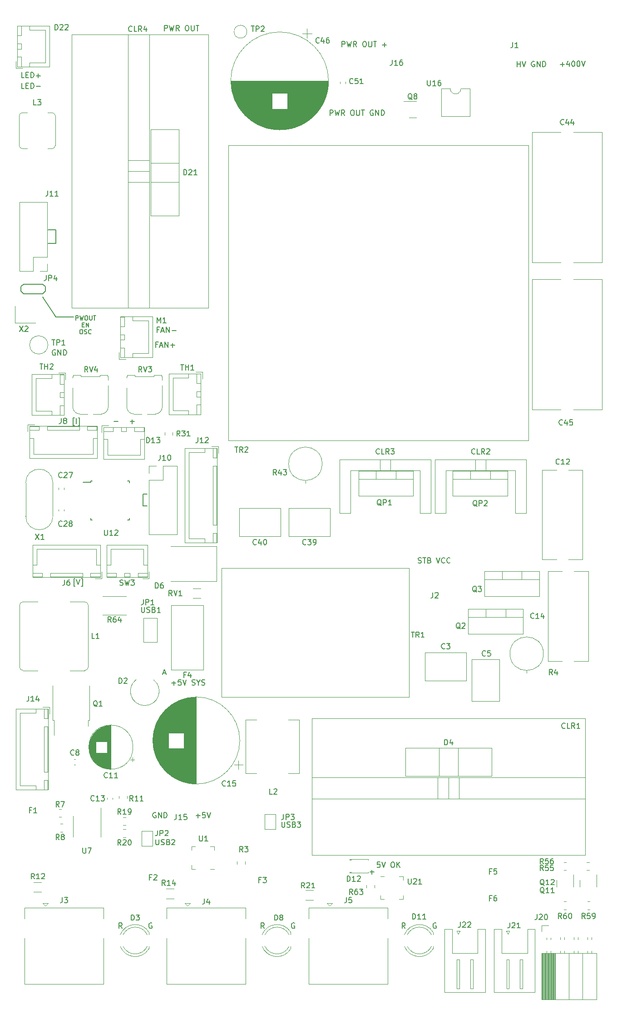
<source format=gbr>
%TF.GenerationSoftware,KiCad,Pcbnew,7.0.8-7.0.8~ubuntu22.04.1*%
%TF.CreationDate,2023-10-30T15:08:23+03:00*%
%TF.ProjectId,supply,73757070-6c79-42e6-9b69-6361645f7063,rev?*%
%TF.SameCoordinates,Original*%
%TF.FileFunction,Legend,Top*%
%TF.FilePolarity,Positive*%
%FSLAX46Y46*%
G04 Gerber Fmt 4.6, Leading zero omitted, Abs format (unit mm)*
G04 Created by KiCad (PCBNEW 7.0.8-7.0.8~ubuntu22.04.1) date 2023-10-30 15:08:23*
%MOMM*%
%LPD*%
G01*
G04 APERTURE LIST*
%ADD10C,0.150000*%
%ADD11C,0.120000*%
G04 APERTURE END LIST*
D10*
X111500000Y-149000000D02*
X110750000Y-149000000D01*
X94500000Y-99750000D02*
X94500000Y-102250000D01*
X110750000Y-151250000D02*
X111500000Y-151250000D01*
X93000000Y-99750000D02*
X94500000Y-99750000D01*
X110750000Y-149000000D02*
X110750000Y-151250000D01*
X94500000Y-116000000D02*
X97750000Y-116000000D01*
X94500000Y-102250000D02*
X93000000Y-102250000D01*
X92000000Y-112250000D02*
X94500000Y-116000000D01*
X88562969Y-73369819D02*
X88086779Y-73369819D01*
X88086779Y-73369819D02*
X88086779Y-72369819D01*
X88896303Y-72846009D02*
X89229636Y-72846009D01*
X89372493Y-73369819D02*
X88896303Y-73369819D01*
X88896303Y-73369819D02*
X88896303Y-72369819D01*
X88896303Y-72369819D02*
X89372493Y-72369819D01*
X89801065Y-73369819D02*
X89801065Y-72369819D01*
X89801065Y-72369819D02*
X90039160Y-72369819D01*
X90039160Y-72369819D02*
X90182017Y-72417438D01*
X90182017Y-72417438D02*
X90277255Y-72512676D01*
X90277255Y-72512676D02*
X90324874Y-72607914D01*
X90324874Y-72607914D02*
X90372493Y-72798390D01*
X90372493Y-72798390D02*
X90372493Y-72941247D01*
X90372493Y-72941247D02*
X90324874Y-73131723D01*
X90324874Y-73131723D02*
X90277255Y-73226961D01*
X90277255Y-73226961D02*
X90182017Y-73322200D01*
X90182017Y-73322200D02*
X90039160Y-73369819D01*
X90039160Y-73369819D02*
X89801065Y-73369819D01*
X90801065Y-72988866D02*
X91562970Y-72988866D01*
X108336779Y-135488866D02*
X109098684Y-135488866D01*
X108717731Y-135869819D02*
X108717731Y-135107914D01*
X113670112Y-118346009D02*
X113336779Y-118346009D01*
X113336779Y-118869819D02*
X113336779Y-117869819D01*
X113336779Y-117869819D02*
X113812969Y-117869819D01*
X114146303Y-118584104D02*
X114622493Y-118584104D01*
X114051065Y-118869819D02*
X114384398Y-117869819D01*
X114384398Y-117869819D02*
X114717731Y-118869819D01*
X115051065Y-118869819D02*
X115051065Y-117869819D01*
X115051065Y-117869819D02*
X115622493Y-118869819D01*
X115622493Y-118869819D02*
X115622493Y-117869819D01*
X116098684Y-118488866D02*
X116860589Y-118488866D01*
X154904761Y-217619819D02*
X154428571Y-217619819D01*
X154428571Y-217619819D02*
X154380952Y-218096009D01*
X154380952Y-218096009D02*
X154428571Y-218048390D01*
X154428571Y-218048390D02*
X154523809Y-218000771D01*
X154523809Y-218000771D02*
X154761904Y-218000771D01*
X154761904Y-218000771D02*
X154857142Y-218048390D01*
X154857142Y-218048390D02*
X154904761Y-218096009D01*
X154904761Y-218096009D02*
X154952380Y-218191247D01*
X154952380Y-218191247D02*
X154952380Y-218429342D01*
X154952380Y-218429342D02*
X154904761Y-218524580D01*
X154904761Y-218524580D02*
X154857142Y-218572200D01*
X154857142Y-218572200D02*
X154761904Y-218619819D01*
X154761904Y-218619819D02*
X154523809Y-218619819D01*
X154523809Y-218619819D02*
X154428571Y-218572200D01*
X154428571Y-218572200D02*
X154380952Y-218524580D01*
X155238095Y-217619819D02*
X155571428Y-218619819D01*
X155571428Y-218619819D02*
X155904761Y-217619819D01*
X157190476Y-217619819D02*
X157380952Y-217619819D01*
X157380952Y-217619819D02*
X157476190Y-217667438D01*
X157476190Y-217667438D02*
X157571428Y-217762676D01*
X157571428Y-217762676D02*
X157619047Y-217953152D01*
X157619047Y-217953152D02*
X157619047Y-218286485D01*
X157619047Y-218286485D02*
X157571428Y-218476961D01*
X157571428Y-218476961D02*
X157476190Y-218572200D01*
X157476190Y-218572200D02*
X157380952Y-218619819D01*
X157380952Y-218619819D02*
X157190476Y-218619819D01*
X157190476Y-218619819D02*
X157095238Y-218572200D01*
X157095238Y-218572200D02*
X157000000Y-218476961D01*
X157000000Y-218476961D02*
X156952381Y-218286485D01*
X156952381Y-218286485D02*
X156952381Y-217953152D01*
X156952381Y-217953152D02*
X157000000Y-217762676D01*
X157000000Y-217762676D02*
X157095238Y-217667438D01*
X157095238Y-217667438D02*
X157190476Y-217619819D01*
X158047619Y-218619819D02*
X158047619Y-217619819D01*
X158619047Y-218619819D02*
X158190476Y-218048390D01*
X158619047Y-217619819D02*
X158047619Y-218191247D01*
X88562969Y-71369819D02*
X88086779Y-71369819D01*
X88086779Y-71369819D02*
X88086779Y-70369819D01*
X88896303Y-70846009D02*
X89229636Y-70846009D01*
X89372493Y-71369819D02*
X88896303Y-71369819D01*
X88896303Y-71369819D02*
X88896303Y-70369819D01*
X88896303Y-70369819D02*
X89372493Y-70369819D01*
X89801065Y-71369819D02*
X89801065Y-70369819D01*
X89801065Y-70369819D02*
X90039160Y-70369819D01*
X90039160Y-70369819D02*
X90182017Y-70417438D01*
X90182017Y-70417438D02*
X90277255Y-70512676D01*
X90277255Y-70512676D02*
X90324874Y-70607914D01*
X90324874Y-70607914D02*
X90372493Y-70798390D01*
X90372493Y-70798390D02*
X90372493Y-70941247D01*
X90372493Y-70941247D02*
X90324874Y-71131723D01*
X90324874Y-71131723D02*
X90277255Y-71226961D01*
X90277255Y-71226961D02*
X90182017Y-71322200D01*
X90182017Y-71322200D02*
X90039160Y-71369819D01*
X90039160Y-71369819D02*
X89801065Y-71369819D01*
X90801065Y-70988866D02*
X91562970Y-70988866D01*
X91182017Y-71369819D02*
X91182017Y-70607914D01*
X105336779Y-135488866D02*
X106098684Y-135488866D01*
X147836779Y-65619819D02*
X147836779Y-64619819D01*
X147836779Y-64619819D02*
X148217731Y-64619819D01*
X148217731Y-64619819D02*
X148312969Y-64667438D01*
X148312969Y-64667438D02*
X148360588Y-64715057D01*
X148360588Y-64715057D02*
X148408207Y-64810295D01*
X148408207Y-64810295D02*
X148408207Y-64953152D01*
X148408207Y-64953152D02*
X148360588Y-65048390D01*
X148360588Y-65048390D02*
X148312969Y-65096009D01*
X148312969Y-65096009D02*
X148217731Y-65143628D01*
X148217731Y-65143628D02*
X147836779Y-65143628D01*
X148741541Y-64619819D02*
X148979636Y-65619819D01*
X148979636Y-65619819D02*
X149170112Y-64905533D01*
X149170112Y-64905533D02*
X149360588Y-65619819D01*
X149360588Y-65619819D02*
X149598684Y-64619819D01*
X150551064Y-65619819D02*
X150217731Y-65143628D01*
X149979636Y-65619819D02*
X149979636Y-64619819D01*
X149979636Y-64619819D02*
X150360588Y-64619819D01*
X150360588Y-64619819D02*
X150455826Y-64667438D01*
X150455826Y-64667438D02*
X150503445Y-64715057D01*
X150503445Y-64715057D02*
X150551064Y-64810295D01*
X150551064Y-64810295D02*
X150551064Y-64953152D01*
X150551064Y-64953152D02*
X150503445Y-65048390D01*
X150503445Y-65048390D02*
X150455826Y-65096009D01*
X150455826Y-65096009D02*
X150360588Y-65143628D01*
X150360588Y-65143628D02*
X149979636Y-65143628D01*
X151932017Y-64619819D02*
X152122493Y-64619819D01*
X152122493Y-64619819D02*
X152217731Y-64667438D01*
X152217731Y-64667438D02*
X152312969Y-64762676D01*
X152312969Y-64762676D02*
X152360588Y-64953152D01*
X152360588Y-64953152D02*
X152360588Y-65286485D01*
X152360588Y-65286485D02*
X152312969Y-65476961D01*
X152312969Y-65476961D02*
X152217731Y-65572200D01*
X152217731Y-65572200D02*
X152122493Y-65619819D01*
X152122493Y-65619819D02*
X151932017Y-65619819D01*
X151932017Y-65619819D02*
X151836779Y-65572200D01*
X151836779Y-65572200D02*
X151741541Y-65476961D01*
X151741541Y-65476961D02*
X151693922Y-65286485D01*
X151693922Y-65286485D02*
X151693922Y-64953152D01*
X151693922Y-64953152D02*
X151741541Y-64762676D01*
X151741541Y-64762676D02*
X151836779Y-64667438D01*
X151836779Y-64667438D02*
X151932017Y-64619819D01*
X152789160Y-64619819D02*
X152789160Y-65429342D01*
X152789160Y-65429342D02*
X152836779Y-65524580D01*
X152836779Y-65524580D02*
X152884398Y-65572200D01*
X152884398Y-65572200D02*
X152979636Y-65619819D01*
X152979636Y-65619819D02*
X153170112Y-65619819D01*
X153170112Y-65619819D02*
X153265350Y-65572200D01*
X153265350Y-65572200D02*
X153312969Y-65524580D01*
X153312969Y-65524580D02*
X153360588Y-65429342D01*
X153360588Y-65429342D02*
X153360588Y-64619819D01*
X153693922Y-64619819D02*
X154265350Y-64619819D01*
X153979636Y-65619819D02*
X153979636Y-64619819D01*
X155360589Y-65238866D02*
X156122494Y-65238866D01*
X155741541Y-65619819D02*
X155741541Y-64857914D01*
X98190476Y-116568295D02*
X98190476Y-115768295D01*
X98190476Y-115768295D02*
X98495238Y-115768295D01*
X98495238Y-115768295D02*
X98571428Y-115806390D01*
X98571428Y-115806390D02*
X98609523Y-115844485D01*
X98609523Y-115844485D02*
X98647619Y-115920676D01*
X98647619Y-115920676D02*
X98647619Y-116034961D01*
X98647619Y-116034961D02*
X98609523Y-116111152D01*
X98609523Y-116111152D02*
X98571428Y-116149247D01*
X98571428Y-116149247D02*
X98495238Y-116187342D01*
X98495238Y-116187342D02*
X98190476Y-116187342D01*
X98914285Y-115768295D02*
X99104761Y-116568295D01*
X99104761Y-116568295D02*
X99257142Y-115996866D01*
X99257142Y-115996866D02*
X99409523Y-116568295D01*
X99409523Y-116568295D02*
X99600000Y-115768295D01*
X100057143Y-115768295D02*
X100209524Y-115768295D01*
X100209524Y-115768295D02*
X100285714Y-115806390D01*
X100285714Y-115806390D02*
X100361905Y-115882580D01*
X100361905Y-115882580D02*
X100400000Y-116034961D01*
X100400000Y-116034961D02*
X100400000Y-116301628D01*
X100400000Y-116301628D02*
X100361905Y-116454009D01*
X100361905Y-116454009D02*
X100285714Y-116530200D01*
X100285714Y-116530200D02*
X100209524Y-116568295D01*
X100209524Y-116568295D02*
X100057143Y-116568295D01*
X100057143Y-116568295D02*
X99980952Y-116530200D01*
X99980952Y-116530200D02*
X99904762Y-116454009D01*
X99904762Y-116454009D02*
X99866666Y-116301628D01*
X99866666Y-116301628D02*
X99866666Y-116034961D01*
X99866666Y-116034961D02*
X99904762Y-115882580D01*
X99904762Y-115882580D02*
X99980952Y-115806390D01*
X99980952Y-115806390D02*
X100057143Y-115768295D01*
X100742857Y-115768295D02*
X100742857Y-116415914D01*
X100742857Y-116415914D02*
X100780952Y-116492104D01*
X100780952Y-116492104D02*
X100819047Y-116530200D01*
X100819047Y-116530200D02*
X100895238Y-116568295D01*
X100895238Y-116568295D02*
X101047619Y-116568295D01*
X101047619Y-116568295D02*
X101123809Y-116530200D01*
X101123809Y-116530200D02*
X101161904Y-116492104D01*
X101161904Y-116492104D02*
X101200000Y-116415914D01*
X101200000Y-116415914D02*
X101200000Y-115768295D01*
X101466666Y-115768295D02*
X101923809Y-115768295D01*
X101695237Y-116568295D02*
X101695237Y-115768295D01*
X99409524Y-117437247D02*
X99676190Y-117437247D01*
X99790476Y-117856295D02*
X99409524Y-117856295D01*
X99409524Y-117856295D02*
X99409524Y-117056295D01*
X99409524Y-117056295D02*
X99790476Y-117056295D01*
X100133334Y-117856295D02*
X100133334Y-117056295D01*
X100133334Y-117056295D02*
X100590477Y-117856295D01*
X100590477Y-117856295D02*
X100590477Y-117056295D01*
X99142857Y-118344295D02*
X99295238Y-118344295D01*
X99295238Y-118344295D02*
X99371428Y-118382390D01*
X99371428Y-118382390D02*
X99447619Y-118458580D01*
X99447619Y-118458580D02*
X99485714Y-118610961D01*
X99485714Y-118610961D02*
X99485714Y-118877628D01*
X99485714Y-118877628D02*
X99447619Y-119030009D01*
X99447619Y-119030009D02*
X99371428Y-119106200D01*
X99371428Y-119106200D02*
X99295238Y-119144295D01*
X99295238Y-119144295D02*
X99142857Y-119144295D01*
X99142857Y-119144295D02*
X99066666Y-119106200D01*
X99066666Y-119106200D02*
X98990476Y-119030009D01*
X98990476Y-119030009D02*
X98952380Y-118877628D01*
X98952380Y-118877628D02*
X98952380Y-118610961D01*
X98952380Y-118610961D02*
X98990476Y-118458580D01*
X98990476Y-118458580D02*
X99066666Y-118382390D01*
X99066666Y-118382390D02*
X99142857Y-118344295D01*
X99790475Y-119106200D02*
X99904761Y-119144295D01*
X99904761Y-119144295D02*
X100095237Y-119144295D01*
X100095237Y-119144295D02*
X100171428Y-119106200D01*
X100171428Y-119106200D02*
X100209523Y-119068104D01*
X100209523Y-119068104D02*
X100247618Y-118991914D01*
X100247618Y-118991914D02*
X100247618Y-118915723D01*
X100247618Y-118915723D02*
X100209523Y-118839533D01*
X100209523Y-118839533D02*
X100171428Y-118801438D01*
X100171428Y-118801438D02*
X100095237Y-118763342D01*
X100095237Y-118763342D02*
X99942856Y-118725247D01*
X99942856Y-118725247D02*
X99866666Y-118687152D01*
X99866666Y-118687152D02*
X99828571Y-118649057D01*
X99828571Y-118649057D02*
X99790475Y-118572866D01*
X99790475Y-118572866D02*
X99790475Y-118496676D01*
X99790475Y-118496676D02*
X99828571Y-118420485D01*
X99828571Y-118420485D02*
X99866666Y-118382390D01*
X99866666Y-118382390D02*
X99942856Y-118344295D01*
X99942856Y-118344295D02*
X100133333Y-118344295D01*
X100133333Y-118344295D02*
X100247618Y-118382390D01*
X101047619Y-119068104D02*
X101009523Y-119106200D01*
X101009523Y-119106200D02*
X100895238Y-119144295D01*
X100895238Y-119144295D02*
X100819047Y-119144295D01*
X100819047Y-119144295D02*
X100704761Y-119106200D01*
X100704761Y-119106200D02*
X100628571Y-119030009D01*
X100628571Y-119030009D02*
X100590476Y-118953819D01*
X100590476Y-118953819D02*
X100552380Y-118801438D01*
X100552380Y-118801438D02*
X100552380Y-118687152D01*
X100552380Y-118687152D02*
X100590476Y-118534771D01*
X100590476Y-118534771D02*
X100628571Y-118458580D01*
X100628571Y-118458580D02*
X100704761Y-118382390D01*
X100704761Y-118382390D02*
X100819047Y-118344295D01*
X100819047Y-118344295D02*
X100895238Y-118344295D01*
X100895238Y-118344295D02*
X101009523Y-118382390D01*
X101009523Y-118382390D02*
X101047619Y-118420485D01*
X98056893Y-166217552D02*
X97818798Y-166217552D01*
X97818798Y-166217552D02*
X97818798Y-164788980D01*
X97818798Y-164788980D02*
X98056893Y-164788980D01*
X98294989Y-164884219D02*
X98628322Y-165884219D01*
X98628322Y-165884219D02*
X98961655Y-164884219D01*
X99199751Y-166217552D02*
X99437846Y-166217552D01*
X99437846Y-166217552D02*
X99437846Y-164788980D01*
X99437846Y-164788980D02*
X99199751Y-164788980D01*
X113420112Y-121096009D02*
X113086779Y-121096009D01*
X113086779Y-121619819D02*
X113086779Y-120619819D01*
X113086779Y-120619819D02*
X113562969Y-120619819D01*
X113896303Y-121334104D02*
X114372493Y-121334104D01*
X113801065Y-121619819D02*
X114134398Y-120619819D01*
X114134398Y-120619819D02*
X114467731Y-121619819D01*
X114801065Y-121619819D02*
X114801065Y-120619819D01*
X114801065Y-120619819D02*
X115372493Y-121619819D01*
X115372493Y-121619819D02*
X115372493Y-120619819D01*
X115848684Y-121238866D02*
X116610589Y-121238866D01*
X116229636Y-121619819D02*
X116229636Y-120857914D01*
X138960588Y-229017438D02*
X138865350Y-228969819D01*
X138865350Y-228969819D02*
X138722493Y-228969819D01*
X138722493Y-228969819D02*
X138579636Y-229017438D01*
X138579636Y-229017438D02*
X138484398Y-229112676D01*
X138484398Y-229112676D02*
X138436779Y-229207914D01*
X138436779Y-229207914D02*
X138389160Y-229398390D01*
X138389160Y-229398390D02*
X138389160Y-229541247D01*
X138389160Y-229541247D02*
X138436779Y-229731723D01*
X138436779Y-229731723D02*
X138484398Y-229826961D01*
X138484398Y-229826961D02*
X138579636Y-229922200D01*
X138579636Y-229922200D02*
X138722493Y-229969819D01*
X138722493Y-229969819D02*
X138817731Y-229969819D01*
X138817731Y-229969819D02*
X138960588Y-229922200D01*
X138960588Y-229922200D02*
X139008207Y-229874580D01*
X139008207Y-229874580D02*
X139008207Y-229541247D01*
X139008207Y-229541247D02*
X138817731Y-229541247D01*
X94360588Y-122167438D02*
X94265350Y-122119819D01*
X94265350Y-122119819D02*
X94122493Y-122119819D01*
X94122493Y-122119819D02*
X93979636Y-122167438D01*
X93979636Y-122167438D02*
X93884398Y-122262676D01*
X93884398Y-122262676D02*
X93836779Y-122357914D01*
X93836779Y-122357914D02*
X93789160Y-122548390D01*
X93789160Y-122548390D02*
X93789160Y-122691247D01*
X93789160Y-122691247D02*
X93836779Y-122881723D01*
X93836779Y-122881723D02*
X93884398Y-122976961D01*
X93884398Y-122976961D02*
X93979636Y-123072200D01*
X93979636Y-123072200D02*
X94122493Y-123119819D01*
X94122493Y-123119819D02*
X94217731Y-123119819D01*
X94217731Y-123119819D02*
X94360588Y-123072200D01*
X94360588Y-123072200D02*
X94408207Y-123024580D01*
X94408207Y-123024580D02*
X94408207Y-122691247D01*
X94408207Y-122691247D02*
X94217731Y-122691247D01*
X94836779Y-123119819D02*
X94836779Y-122119819D01*
X94836779Y-122119819D02*
X95408207Y-123119819D01*
X95408207Y-123119819D02*
X95408207Y-122119819D01*
X95884398Y-123119819D02*
X95884398Y-122119819D01*
X95884398Y-122119819D02*
X96122493Y-122119819D01*
X96122493Y-122119819D02*
X96265350Y-122167438D01*
X96265350Y-122167438D02*
X96360588Y-122262676D01*
X96360588Y-122262676D02*
X96408207Y-122357914D01*
X96408207Y-122357914D02*
X96455826Y-122548390D01*
X96455826Y-122548390D02*
X96455826Y-122691247D01*
X96455826Y-122691247D02*
X96408207Y-122881723D01*
X96408207Y-122881723D02*
X96360588Y-122976961D01*
X96360588Y-122976961D02*
X96265350Y-123072200D01*
X96265350Y-123072200D02*
X96122493Y-123119819D01*
X96122493Y-123119819D02*
X95884398Y-123119819D01*
X116086779Y-184238866D02*
X116848684Y-184238866D01*
X116467731Y-184619819D02*
X116467731Y-183857914D01*
X117801064Y-183619819D02*
X117324874Y-183619819D01*
X117324874Y-183619819D02*
X117277255Y-184096009D01*
X117277255Y-184096009D02*
X117324874Y-184048390D01*
X117324874Y-184048390D02*
X117420112Y-184000771D01*
X117420112Y-184000771D02*
X117658207Y-184000771D01*
X117658207Y-184000771D02*
X117753445Y-184048390D01*
X117753445Y-184048390D02*
X117801064Y-184096009D01*
X117801064Y-184096009D02*
X117848683Y-184191247D01*
X117848683Y-184191247D02*
X117848683Y-184429342D01*
X117848683Y-184429342D02*
X117801064Y-184524580D01*
X117801064Y-184524580D02*
X117753445Y-184572200D01*
X117753445Y-184572200D02*
X117658207Y-184619819D01*
X117658207Y-184619819D02*
X117420112Y-184619819D01*
X117420112Y-184619819D02*
X117324874Y-184572200D01*
X117324874Y-184572200D02*
X117277255Y-184524580D01*
X118134398Y-183619819D02*
X118467731Y-184619819D01*
X118467731Y-184619819D02*
X118801064Y-183619819D01*
X119848684Y-184572200D02*
X119991541Y-184619819D01*
X119991541Y-184619819D02*
X120229636Y-184619819D01*
X120229636Y-184619819D02*
X120324874Y-184572200D01*
X120324874Y-184572200D02*
X120372493Y-184524580D01*
X120372493Y-184524580D02*
X120420112Y-184429342D01*
X120420112Y-184429342D02*
X120420112Y-184334104D01*
X120420112Y-184334104D02*
X120372493Y-184238866D01*
X120372493Y-184238866D02*
X120324874Y-184191247D01*
X120324874Y-184191247D02*
X120229636Y-184143628D01*
X120229636Y-184143628D02*
X120039160Y-184096009D01*
X120039160Y-184096009D02*
X119943922Y-184048390D01*
X119943922Y-184048390D02*
X119896303Y-184000771D01*
X119896303Y-184000771D02*
X119848684Y-183905533D01*
X119848684Y-183905533D02*
X119848684Y-183810295D01*
X119848684Y-183810295D02*
X119896303Y-183715057D01*
X119896303Y-183715057D02*
X119943922Y-183667438D01*
X119943922Y-183667438D02*
X120039160Y-183619819D01*
X120039160Y-183619819D02*
X120277255Y-183619819D01*
X120277255Y-183619819D02*
X120420112Y-183667438D01*
X121039160Y-184143628D02*
X121039160Y-184619819D01*
X120705827Y-183619819D02*
X121039160Y-184143628D01*
X121039160Y-184143628D02*
X121372493Y-183619819D01*
X121658208Y-184572200D02*
X121801065Y-184619819D01*
X121801065Y-184619819D02*
X122039160Y-184619819D01*
X122039160Y-184619819D02*
X122134398Y-184572200D01*
X122134398Y-184572200D02*
X122182017Y-184524580D01*
X122182017Y-184524580D02*
X122229636Y-184429342D01*
X122229636Y-184429342D02*
X122229636Y-184334104D01*
X122229636Y-184334104D02*
X122182017Y-184238866D01*
X122182017Y-184238866D02*
X122134398Y-184191247D01*
X122134398Y-184191247D02*
X122039160Y-184143628D01*
X122039160Y-184143628D02*
X121848684Y-184096009D01*
X121848684Y-184096009D02*
X121753446Y-184048390D01*
X121753446Y-184048390D02*
X121705827Y-184000771D01*
X121705827Y-184000771D02*
X121658208Y-183905533D01*
X121658208Y-183905533D02*
X121658208Y-183810295D01*
X121658208Y-183810295D02*
X121705827Y-183715057D01*
X121705827Y-183715057D02*
X121753446Y-183667438D01*
X121753446Y-183667438D02*
X121848684Y-183619819D01*
X121848684Y-183619819D02*
X122086779Y-183619819D01*
X122086779Y-183619819D02*
X122229636Y-183667438D01*
X133308207Y-229969819D02*
X132974874Y-229493628D01*
X132736779Y-229969819D02*
X132736779Y-228969819D01*
X132736779Y-228969819D02*
X133117731Y-228969819D01*
X133117731Y-228969819D02*
X133212969Y-229017438D01*
X133212969Y-229017438D02*
X133260588Y-229065057D01*
X133260588Y-229065057D02*
X133308207Y-229160295D01*
X133308207Y-229160295D02*
X133308207Y-229303152D01*
X133308207Y-229303152D02*
X133260588Y-229398390D01*
X133260588Y-229398390D02*
X133212969Y-229446009D01*
X133212969Y-229446009D02*
X133117731Y-229493628D01*
X133117731Y-229493628D02*
X132736779Y-229493628D01*
X97904493Y-136194752D02*
X97666398Y-136194752D01*
X97666398Y-136194752D02*
X97666398Y-134766180D01*
X97666398Y-134766180D02*
X97904493Y-134766180D01*
X98285446Y-135861419D02*
X98285446Y-134861419D01*
X98666398Y-136194752D02*
X98904493Y-136194752D01*
X98904493Y-136194752D02*
X98904493Y-134766180D01*
X98904493Y-134766180D02*
X98666398Y-134766180D01*
X162039160Y-161822200D02*
X162182017Y-161869819D01*
X162182017Y-161869819D02*
X162420112Y-161869819D01*
X162420112Y-161869819D02*
X162515350Y-161822200D01*
X162515350Y-161822200D02*
X162562969Y-161774580D01*
X162562969Y-161774580D02*
X162610588Y-161679342D01*
X162610588Y-161679342D02*
X162610588Y-161584104D01*
X162610588Y-161584104D02*
X162562969Y-161488866D01*
X162562969Y-161488866D02*
X162515350Y-161441247D01*
X162515350Y-161441247D02*
X162420112Y-161393628D01*
X162420112Y-161393628D02*
X162229636Y-161346009D01*
X162229636Y-161346009D02*
X162134398Y-161298390D01*
X162134398Y-161298390D02*
X162086779Y-161250771D01*
X162086779Y-161250771D02*
X162039160Y-161155533D01*
X162039160Y-161155533D02*
X162039160Y-161060295D01*
X162039160Y-161060295D02*
X162086779Y-160965057D01*
X162086779Y-160965057D02*
X162134398Y-160917438D01*
X162134398Y-160917438D02*
X162229636Y-160869819D01*
X162229636Y-160869819D02*
X162467731Y-160869819D01*
X162467731Y-160869819D02*
X162610588Y-160917438D01*
X162896303Y-160869819D02*
X163467731Y-160869819D01*
X163182017Y-161869819D02*
X163182017Y-160869819D01*
X164134398Y-161346009D02*
X164277255Y-161393628D01*
X164277255Y-161393628D02*
X164324874Y-161441247D01*
X164324874Y-161441247D02*
X164372493Y-161536485D01*
X164372493Y-161536485D02*
X164372493Y-161679342D01*
X164372493Y-161679342D02*
X164324874Y-161774580D01*
X164324874Y-161774580D02*
X164277255Y-161822200D01*
X164277255Y-161822200D02*
X164182017Y-161869819D01*
X164182017Y-161869819D02*
X163801065Y-161869819D01*
X163801065Y-161869819D02*
X163801065Y-160869819D01*
X163801065Y-160869819D02*
X164134398Y-160869819D01*
X164134398Y-160869819D02*
X164229636Y-160917438D01*
X164229636Y-160917438D02*
X164277255Y-160965057D01*
X164277255Y-160965057D02*
X164324874Y-161060295D01*
X164324874Y-161060295D02*
X164324874Y-161155533D01*
X164324874Y-161155533D02*
X164277255Y-161250771D01*
X164277255Y-161250771D02*
X164229636Y-161298390D01*
X164229636Y-161298390D02*
X164134398Y-161346009D01*
X164134398Y-161346009D02*
X163801065Y-161346009D01*
X165420113Y-160869819D02*
X165753446Y-161869819D01*
X165753446Y-161869819D02*
X166086779Y-160869819D01*
X166991541Y-161774580D02*
X166943922Y-161822200D01*
X166943922Y-161822200D02*
X166801065Y-161869819D01*
X166801065Y-161869819D02*
X166705827Y-161869819D01*
X166705827Y-161869819D02*
X166562970Y-161822200D01*
X166562970Y-161822200D02*
X166467732Y-161726961D01*
X166467732Y-161726961D02*
X166420113Y-161631723D01*
X166420113Y-161631723D02*
X166372494Y-161441247D01*
X166372494Y-161441247D02*
X166372494Y-161298390D01*
X166372494Y-161298390D02*
X166420113Y-161107914D01*
X166420113Y-161107914D02*
X166467732Y-161012676D01*
X166467732Y-161012676D02*
X166562970Y-160917438D01*
X166562970Y-160917438D02*
X166705827Y-160869819D01*
X166705827Y-160869819D02*
X166801065Y-160869819D01*
X166801065Y-160869819D02*
X166943922Y-160917438D01*
X166943922Y-160917438D02*
X166991541Y-160965057D01*
X167991541Y-161774580D02*
X167943922Y-161822200D01*
X167943922Y-161822200D02*
X167801065Y-161869819D01*
X167801065Y-161869819D02*
X167705827Y-161869819D01*
X167705827Y-161869819D02*
X167562970Y-161822200D01*
X167562970Y-161822200D02*
X167467732Y-161726961D01*
X167467732Y-161726961D02*
X167420113Y-161631723D01*
X167420113Y-161631723D02*
X167372494Y-161441247D01*
X167372494Y-161441247D02*
X167372494Y-161298390D01*
X167372494Y-161298390D02*
X167420113Y-161107914D01*
X167420113Y-161107914D02*
X167467732Y-161012676D01*
X167467732Y-161012676D02*
X167562970Y-160917438D01*
X167562970Y-160917438D02*
X167705827Y-160869819D01*
X167705827Y-160869819D02*
X167801065Y-160869819D01*
X167801065Y-160869819D02*
X167943922Y-160917438D01*
X167943922Y-160917438D02*
X167991541Y-160965057D01*
X159608207Y-229969819D02*
X159274874Y-229493628D01*
X159036779Y-229969819D02*
X159036779Y-228969819D01*
X159036779Y-228969819D02*
X159417731Y-228969819D01*
X159417731Y-228969819D02*
X159512969Y-229017438D01*
X159512969Y-229017438D02*
X159560588Y-229065057D01*
X159560588Y-229065057D02*
X159608207Y-229160295D01*
X159608207Y-229160295D02*
X159608207Y-229303152D01*
X159608207Y-229303152D02*
X159560588Y-229398390D01*
X159560588Y-229398390D02*
X159512969Y-229446009D01*
X159512969Y-229446009D02*
X159417731Y-229493628D01*
X159417731Y-229493628D02*
X159036779Y-229493628D01*
X114736779Y-62619819D02*
X114736779Y-61619819D01*
X114736779Y-61619819D02*
X115117731Y-61619819D01*
X115117731Y-61619819D02*
X115212969Y-61667438D01*
X115212969Y-61667438D02*
X115260588Y-61715057D01*
X115260588Y-61715057D02*
X115308207Y-61810295D01*
X115308207Y-61810295D02*
X115308207Y-61953152D01*
X115308207Y-61953152D02*
X115260588Y-62048390D01*
X115260588Y-62048390D02*
X115212969Y-62096009D01*
X115212969Y-62096009D02*
X115117731Y-62143628D01*
X115117731Y-62143628D02*
X114736779Y-62143628D01*
X115641541Y-61619819D02*
X115879636Y-62619819D01*
X115879636Y-62619819D02*
X116070112Y-61905533D01*
X116070112Y-61905533D02*
X116260588Y-62619819D01*
X116260588Y-62619819D02*
X116498684Y-61619819D01*
X117451064Y-62619819D02*
X117117731Y-62143628D01*
X116879636Y-62619819D02*
X116879636Y-61619819D01*
X116879636Y-61619819D02*
X117260588Y-61619819D01*
X117260588Y-61619819D02*
X117355826Y-61667438D01*
X117355826Y-61667438D02*
X117403445Y-61715057D01*
X117403445Y-61715057D02*
X117451064Y-61810295D01*
X117451064Y-61810295D02*
X117451064Y-61953152D01*
X117451064Y-61953152D02*
X117403445Y-62048390D01*
X117403445Y-62048390D02*
X117355826Y-62096009D01*
X117355826Y-62096009D02*
X117260588Y-62143628D01*
X117260588Y-62143628D02*
X116879636Y-62143628D01*
X118832017Y-61619819D02*
X119022493Y-61619819D01*
X119022493Y-61619819D02*
X119117731Y-61667438D01*
X119117731Y-61667438D02*
X119212969Y-61762676D01*
X119212969Y-61762676D02*
X119260588Y-61953152D01*
X119260588Y-61953152D02*
X119260588Y-62286485D01*
X119260588Y-62286485D02*
X119212969Y-62476961D01*
X119212969Y-62476961D02*
X119117731Y-62572200D01*
X119117731Y-62572200D02*
X119022493Y-62619819D01*
X119022493Y-62619819D02*
X118832017Y-62619819D01*
X118832017Y-62619819D02*
X118736779Y-62572200D01*
X118736779Y-62572200D02*
X118641541Y-62476961D01*
X118641541Y-62476961D02*
X118593922Y-62286485D01*
X118593922Y-62286485D02*
X118593922Y-61953152D01*
X118593922Y-61953152D02*
X118641541Y-61762676D01*
X118641541Y-61762676D02*
X118736779Y-61667438D01*
X118736779Y-61667438D02*
X118832017Y-61619819D01*
X119689160Y-61619819D02*
X119689160Y-62429342D01*
X119689160Y-62429342D02*
X119736779Y-62524580D01*
X119736779Y-62524580D02*
X119784398Y-62572200D01*
X119784398Y-62572200D02*
X119879636Y-62619819D01*
X119879636Y-62619819D02*
X120070112Y-62619819D01*
X120070112Y-62619819D02*
X120165350Y-62572200D01*
X120165350Y-62572200D02*
X120212969Y-62524580D01*
X120212969Y-62524580D02*
X120260588Y-62429342D01*
X120260588Y-62429342D02*
X120260588Y-61619819D01*
X120593922Y-61619819D02*
X121165350Y-61619819D01*
X120879636Y-62619819D02*
X120879636Y-61619819D01*
X120586779Y-208988866D02*
X121348684Y-208988866D01*
X120967731Y-209369819D02*
X120967731Y-208607914D01*
X122301064Y-208369819D02*
X121824874Y-208369819D01*
X121824874Y-208369819D02*
X121777255Y-208846009D01*
X121777255Y-208846009D02*
X121824874Y-208798390D01*
X121824874Y-208798390D02*
X121920112Y-208750771D01*
X121920112Y-208750771D02*
X122158207Y-208750771D01*
X122158207Y-208750771D02*
X122253445Y-208798390D01*
X122253445Y-208798390D02*
X122301064Y-208846009D01*
X122301064Y-208846009D02*
X122348683Y-208941247D01*
X122348683Y-208941247D02*
X122348683Y-209179342D01*
X122348683Y-209179342D02*
X122301064Y-209274580D01*
X122301064Y-209274580D02*
X122253445Y-209322200D01*
X122253445Y-209322200D02*
X122158207Y-209369819D01*
X122158207Y-209369819D02*
X121920112Y-209369819D01*
X121920112Y-209369819D02*
X121824874Y-209322200D01*
X121824874Y-209322200D02*
X121777255Y-209274580D01*
X122634398Y-208369819D02*
X122967731Y-209369819D01*
X122967731Y-209369819D02*
X123301064Y-208369819D01*
X188536779Y-68888866D02*
X189298684Y-68888866D01*
X188917731Y-69269819D02*
X188917731Y-68507914D01*
X190203445Y-68603152D02*
X190203445Y-69269819D01*
X189965350Y-68222200D02*
X189727255Y-68936485D01*
X189727255Y-68936485D02*
X190346302Y-68936485D01*
X190917731Y-68269819D02*
X191012969Y-68269819D01*
X191012969Y-68269819D02*
X191108207Y-68317438D01*
X191108207Y-68317438D02*
X191155826Y-68365057D01*
X191155826Y-68365057D02*
X191203445Y-68460295D01*
X191203445Y-68460295D02*
X191251064Y-68650771D01*
X191251064Y-68650771D02*
X191251064Y-68888866D01*
X191251064Y-68888866D02*
X191203445Y-69079342D01*
X191203445Y-69079342D02*
X191155826Y-69174580D01*
X191155826Y-69174580D02*
X191108207Y-69222200D01*
X191108207Y-69222200D02*
X191012969Y-69269819D01*
X191012969Y-69269819D02*
X190917731Y-69269819D01*
X190917731Y-69269819D02*
X190822493Y-69222200D01*
X190822493Y-69222200D02*
X190774874Y-69174580D01*
X190774874Y-69174580D02*
X190727255Y-69079342D01*
X190727255Y-69079342D02*
X190679636Y-68888866D01*
X190679636Y-68888866D02*
X190679636Y-68650771D01*
X190679636Y-68650771D02*
X190727255Y-68460295D01*
X190727255Y-68460295D02*
X190774874Y-68365057D01*
X190774874Y-68365057D02*
X190822493Y-68317438D01*
X190822493Y-68317438D02*
X190917731Y-68269819D01*
X191870112Y-68269819D02*
X191965350Y-68269819D01*
X191965350Y-68269819D02*
X192060588Y-68317438D01*
X192060588Y-68317438D02*
X192108207Y-68365057D01*
X192108207Y-68365057D02*
X192155826Y-68460295D01*
X192155826Y-68460295D02*
X192203445Y-68650771D01*
X192203445Y-68650771D02*
X192203445Y-68888866D01*
X192203445Y-68888866D02*
X192155826Y-69079342D01*
X192155826Y-69079342D02*
X192108207Y-69174580D01*
X192108207Y-69174580D02*
X192060588Y-69222200D01*
X192060588Y-69222200D02*
X191965350Y-69269819D01*
X191965350Y-69269819D02*
X191870112Y-69269819D01*
X191870112Y-69269819D02*
X191774874Y-69222200D01*
X191774874Y-69222200D02*
X191727255Y-69174580D01*
X191727255Y-69174580D02*
X191679636Y-69079342D01*
X191679636Y-69079342D02*
X191632017Y-68888866D01*
X191632017Y-68888866D02*
X191632017Y-68650771D01*
X191632017Y-68650771D02*
X191679636Y-68460295D01*
X191679636Y-68460295D02*
X191727255Y-68365057D01*
X191727255Y-68365057D02*
X191774874Y-68317438D01*
X191774874Y-68317438D02*
X191870112Y-68269819D01*
X192489160Y-68269819D02*
X192822493Y-69269819D01*
X192822493Y-69269819D02*
X193155826Y-68269819D01*
X180524379Y-69313419D02*
X180524379Y-68313419D01*
X180524379Y-68789609D02*
X181095807Y-68789609D01*
X181095807Y-69313419D02*
X181095807Y-68313419D01*
X181429141Y-68313419D02*
X181762474Y-69313419D01*
X181762474Y-69313419D02*
X182095807Y-68313419D01*
X183714855Y-68361038D02*
X183619617Y-68313419D01*
X183619617Y-68313419D02*
X183476760Y-68313419D01*
X183476760Y-68313419D02*
X183333903Y-68361038D01*
X183333903Y-68361038D02*
X183238665Y-68456276D01*
X183238665Y-68456276D02*
X183191046Y-68551514D01*
X183191046Y-68551514D02*
X183143427Y-68741990D01*
X183143427Y-68741990D02*
X183143427Y-68884847D01*
X183143427Y-68884847D02*
X183191046Y-69075323D01*
X183191046Y-69075323D02*
X183238665Y-69170561D01*
X183238665Y-69170561D02*
X183333903Y-69265800D01*
X183333903Y-69265800D02*
X183476760Y-69313419D01*
X183476760Y-69313419D02*
X183571998Y-69313419D01*
X183571998Y-69313419D02*
X183714855Y-69265800D01*
X183714855Y-69265800D02*
X183762474Y-69218180D01*
X183762474Y-69218180D02*
X183762474Y-68884847D01*
X183762474Y-68884847D02*
X183571998Y-68884847D01*
X184191046Y-69313419D02*
X184191046Y-68313419D01*
X184191046Y-68313419D02*
X184762474Y-69313419D01*
X184762474Y-69313419D02*
X184762474Y-68313419D01*
X185238665Y-69313419D02*
X185238665Y-68313419D01*
X185238665Y-68313419D02*
X185476760Y-68313419D01*
X185476760Y-68313419D02*
X185619617Y-68361038D01*
X185619617Y-68361038D02*
X185714855Y-68456276D01*
X185714855Y-68456276D02*
X185762474Y-68551514D01*
X185762474Y-68551514D02*
X185810093Y-68741990D01*
X185810093Y-68741990D02*
X185810093Y-68884847D01*
X185810093Y-68884847D02*
X185762474Y-69075323D01*
X185762474Y-69075323D02*
X185714855Y-69170561D01*
X185714855Y-69170561D02*
X185619617Y-69265800D01*
X185619617Y-69265800D02*
X185476760Y-69313419D01*
X185476760Y-69313419D02*
X185238665Y-69313419D01*
X136586779Y-210119819D02*
X136586779Y-210929342D01*
X136586779Y-210929342D02*
X136634398Y-211024580D01*
X136634398Y-211024580D02*
X136682017Y-211072200D01*
X136682017Y-211072200D02*
X136777255Y-211119819D01*
X136777255Y-211119819D02*
X136967731Y-211119819D01*
X136967731Y-211119819D02*
X137062969Y-211072200D01*
X137062969Y-211072200D02*
X137110588Y-211024580D01*
X137110588Y-211024580D02*
X137158207Y-210929342D01*
X137158207Y-210929342D02*
X137158207Y-210119819D01*
X137586779Y-211072200D02*
X137729636Y-211119819D01*
X137729636Y-211119819D02*
X137967731Y-211119819D01*
X137967731Y-211119819D02*
X138062969Y-211072200D01*
X138062969Y-211072200D02*
X138110588Y-211024580D01*
X138110588Y-211024580D02*
X138158207Y-210929342D01*
X138158207Y-210929342D02*
X138158207Y-210834104D01*
X138158207Y-210834104D02*
X138110588Y-210738866D01*
X138110588Y-210738866D02*
X138062969Y-210691247D01*
X138062969Y-210691247D02*
X137967731Y-210643628D01*
X137967731Y-210643628D02*
X137777255Y-210596009D01*
X137777255Y-210596009D02*
X137682017Y-210548390D01*
X137682017Y-210548390D02*
X137634398Y-210500771D01*
X137634398Y-210500771D02*
X137586779Y-210405533D01*
X137586779Y-210405533D02*
X137586779Y-210310295D01*
X137586779Y-210310295D02*
X137634398Y-210215057D01*
X137634398Y-210215057D02*
X137682017Y-210167438D01*
X137682017Y-210167438D02*
X137777255Y-210119819D01*
X137777255Y-210119819D02*
X138015350Y-210119819D01*
X138015350Y-210119819D02*
X138158207Y-210167438D01*
X138920112Y-210596009D02*
X139062969Y-210643628D01*
X139062969Y-210643628D02*
X139110588Y-210691247D01*
X139110588Y-210691247D02*
X139158207Y-210786485D01*
X139158207Y-210786485D02*
X139158207Y-210929342D01*
X139158207Y-210929342D02*
X139110588Y-211024580D01*
X139110588Y-211024580D02*
X139062969Y-211072200D01*
X139062969Y-211072200D02*
X138967731Y-211119819D01*
X138967731Y-211119819D02*
X138586779Y-211119819D01*
X138586779Y-211119819D02*
X138586779Y-210119819D01*
X138586779Y-210119819D02*
X138920112Y-210119819D01*
X138920112Y-210119819D02*
X139015350Y-210167438D01*
X139015350Y-210167438D02*
X139062969Y-210215057D01*
X139062969Y-210215057D02*
X139110588Y-210310295D01*
X139110588Y-210310295D02*
X139110588Y-210405533D01*
X139110588Y-210405533D02*
X139062969Y-210500771D01*
X139062969Y-210500771D02*
X139015350Y-210548390D01*
X139015350Y-210548390D02*
X138920112Y-210596009D01*
X138920112Y-210596009D02*
X138586779Y-210596009D01*
X139491541Y-210119819D02*
X140110588Y-210119819D01*
X140110588Y-210119819D02*
X139777255Y-210500771D01*
X139777255Y-210500771D02*
X139920112Y-210500771D01*
X139920112Y-210500771D02*
X140015350Y-210548390D01*
X140015350Y-210548390D02*
X140062969Y-210596009D01*
X140062969Y-210596009D02*
X140110588Y-210691247D01*
X140110588Y-210691247D02*
X140110588Y-210929342D01*
X140110588Y-210929342D02*
X140062969Y-211024580D01*
X140062969Y-211024580D02*
X140015350Y-211072200D01*
X140015350Y-211072200D02*
X139920112Y-211119819D01*
X139920112Y-211119819D02*
X139634398Y-211119819D01*
X139634398Y-211119819D02*
X139539160Y-211072200D01*
X139539160Y-211072200D02*
X139491541Y-211024580D01*
X165360588Y-229017438D02*
X165265350Y-228969819D01*
X165265350Y-228969819D02*
X165122493Y-228969819D01*
X165122493Y-228969819D02*
X164979636Y-229017438D01*
X164979636Y-229017438D02*
X164884398Y-229112676D01*
X164884398Y-229112676D02*
X164836779Y-229207914D01*
X164836779Y-229207914D02*
X164789160Y-229398390D01*
X164789160Y-229398390D02*
X164789160Y-229541247D01*
X164789160Y-229541247D02*
X164836779Y-229731723D01*
X164836779Y-229731723D02*
X164884398Y-229826961D01*
X164884398Y-229826961D02*
X164979636Y-229922200D01*
X164979636Y-229922200D02*
X165122493Y-229969819D01*
X165122493Y-229969819D02*
X165217731Y-229969819D01*
X165217731Y-229969819D02*
X165360588Y-229922200D01*
X165360588Y-229922200D02*
X165408207Y-229874580D01*
X165408207Y-229874580D02*
X165408207Y-229541247D01*
X165408207Y-229541247D02*
X165217731Y-229541247D01*
X113113579Y-213405819D02*
X113113579Y-214215342D01*
X113113579Y-214215342D02*
X113161198Y-214310580D01*
X113161198Y-214310580D02*
X113208817Y-214358200D01*
X113208817Y-214358200D02*
X113304055Y-214405819D01*
X113304055Y-214405819D02*
X113494531Y-214405819D01*
X113494531Y-214405819D02*
X113589769Y-214358200D01*
X113589769Y-214358200D02*
X113637388Y-214310580D01*
X113637388Y-214310580D02*
X113685007Y-214215342D01*
X113685007Y-214215342D02*
X113685007Y-213405819D01*
X114113579Y-214358200D02*
X114256436Y-214405819D01*
X114256436Y-214405819D02*
X114494531Y-214405819D01*
X114494531Y-214405819D02*
X114589769Y-214358200D01*
X114589769Y-214358200D02*
X114637388Y-214310580D01*
X114637388Y-214310580D02*
X114685007Y-214215342D01*
X114685007Y-214215342D02*
X114685007Y-214120104D01*
X114685007Y-214120104D02*
X114637388Y-214024866D01*
X114637388Y-214024866D02*
X114589769Y-213977247D01*
X114589769Y-213977247D02*
X114494531Y-213929628D01*
X114494531Y-213929628D02*
X114304055Y-213882009D01*
X114304055Y-213882009D02*
X114208817Y-213834390D01*
X114208817Y-213834390D02*
X114161198Y-213786771D01*
X114161198Y-213786771D02*
X114113579Y-213691533D01*
X114113579Y-213691533D02*
X114113579Y-213596295D01*
X114113579Y-213596295D02*
X114161198Y-213501057D01*
X114161198Y-213501057D02*
X114208817Y-213453438D01*
X114208817Y-213453438D02*
X114304055Y-213405819D01*
X114304055Y-213405819D02*
X114542150Y-213405819D01*
X114542150Y-213405819D02*
X114685007Y-213453438D01*
X115446912Y-213882009D02*
X115589769Y-213929628D01*
X115589769Y-213929628D02*
X115637388Y-213977247D01*
X115637388Y-213977247D02*
X115685007Y-214072485D01*
X115685007Y-214072485D02*
X115685007Y-214215342D01*
X115685007Y-214215342D02*
X115637388Y-214310580D01*
X115637388Y-214310580D02*
X115589769Y-214358200D01*
X115589769Y-214358200D02*
X115494531Y-214405819D01*
X115494531Y-214405819D02*
X115113579Y-214405819D01*
X115113579Y-214405819D02*
X115113579Y-213405819D01*
X115113579Y-213405819D02*
X115446912Y-213405819D01*
X115446912Y-213405819D02*
X115542150Y-213453438D01*
X115542150Y-213453438D02*
X115589769Y-213501057D01*
X115589769Y-213501057D02*
X115637388Y-213596295D01*
X115637388Y-213596295D02*
X115637388Y-213691533D01*
X115637388Y-213691533D02*
X115589769Y-213786771D01*
X115589769Y-213786771D02*
X115542150Y-213834390D01*
X115542150Y-213834390D02*
X115446912Y-213882009D01*
X115446912Y-213882009D02*
X115113579Y-213882009D01*
X116065960Y-213501057D02*
X116113579Y-213453438D01*
X116113579Y-213453438D02*
X116208817Y-213405819D01*
X116208817Y-213405819D02*
X116446912Y-213405819D01*
X116446912Y-213405819D02*
X116542150Y-213453438D01*
X116542150Y-213453438D02*
X116589769Y-213501057D01*
X116589769Y-213501057D02*
X116637388Y-213596295D01*
X116637388Y-213596295D02*
X116637388Y-213691533D01*
X116637388Y-213691533D02*
X116589769Y-213834390D01*
X116589769Y-213834390D02*
X116018341Y-214405819D01*
X116018341Y-214405819D02*
X116637388Y-214405819D01*
X112360588Y-229017438D02*
X112265350Y-228969819D01*
X112265350Y-228969819D02*
X112122493Y-228969819D01*
X112122493Y-228969819D02*
X111979636Y-229017438D01*
X111979636Y-229017438D02*
X111884398Y-229112676D01*
X111884398Y-229112676D02*
X111836779Y-229207914D01*
X111836779Y-229207914D02*
X111789160Y-229398390D01*
X111789160Y-229398390D02*
X111789160Y-229541247D01*
X111789160Y-229541247D02*
X111836779Y-229731723D01*
X111836779Y-229731723D02*
X111884398Y-229826961D01*
X111884398Y-229826961D02*
X111979636Y-229922200D01*
X111979636Y-229922200D02*
X112122493Y-229969819D01*
X112122493Y-229969819D02*
X112217731Y-229969819D01*
X112217731Y-229969819D02*
X112360588Y-229922200D01*
X112360588Y-229922200D02*
X112408207Y-229874580D01*
X112408207Y-229874580D02*
X112408207Y-229541247D01*
X112408207Y-229541247D02*
X112217731Y-229541247D01*
X110436779Y-170069819D02*
X110436779Y-170879342D01*
X110436779Y-170879342D02*
X110484398Y-170974580D01*
X110484398Y-170974580D02*
X110532017Y-171022200D01*
X110532017Y-171022200D02*
X110627255Y-171069819D01*
X110627255Y-171069819D02*
X110817731Y-171069819D01*
X110817731Y-171069819D02*
X110912969Y-171022200D01*
X110912969Y-171022200D02*
X110960588Y-170974580D01*
X110960588Y-170974580D02*
X111008207Y-170879342D01*
X111008207Y-170879342D02*
X111008207Y-170069819D01*
X111436779Y-171022200D02*
X111579636Y-171069819D01*
X111579636Y-171069819D02*
X111817731Y-171069819D01*
X111817731Y-171069819D02*
X111912969Y-171022200D01*
X111912969Y-171022200D02*
X111960588Y-170974580D01*
X111960588Y-170974580D02*
X112008207Y-170879342D01*
X112008207Y-170879342D02*
X112008207Y-170784104D01*
X112008207Y-170784104D02*
X111960588Y-170688866D01*
X111960588Y-170688866D02*
X111912969Y-170641247D01*
X111912969Y-170641247D02*
X111817731Y-170593628D01*
X111817731Y-170593628D02*
X111627255Y-170546009D01*
X111627255Y-170546009D02*
X111532017Y-170498390D01*
X111532017Y-170498390D02*
X111484398Y-170450771D01*
X111484398Y-170450771D02*
X111436779Y-170355533D01*
X111436779Y-170355533D02*
X111436779Y-170260295D01*
X111436779Y-170260295D02*
X111484398Y-170165057D01*
X111484398Y-170165057D02*
X111532017Y-170117438D01*
X111532017Y-170117438D02*
X111627255Y-170069819D01*
X111627255Y-170069819D02*
X111865350Y-170069819D01*
X111865350Y-170069819D02*
X112008207Y-170117438D01*
X112770112Y-170546009D02*
X112912969Y-170593628D01*
X112912969Y-170593628D02*
X112960588Y-170641247D01*
X112960588Y-170641247D02*
X113008207Y-170736485D01*
X113008207Y-170736485D02*
X113008207Y-170879342D01*
X113008207Y-170879342D02*
X112960588Y-170974580D01*
X112960588Y-170974580D02*
X112912969Y-171022200D01*
X112912969Y-171022200D02*
X112817731Y-171069819D01*
X112817731Y-171069819D02*
X112436779Y-171069819D01*
X112436779Y-171069819D02*
X112436779Y-170069819D01*
X112436779Y-170069819D02*
X112770112Y-170069819D01*
X112770112Y-170069819D02*
X112865350Y-170117438D01*
X112865350Y-170117438D02*
X112912969Y-170165057D01*
X112912969Y-170165057D02*
X112960588Y-170260295D01*
X112960588Y-170260295D02*
X112960588Y-170355533D01*
X112960588Y-170355533D02*
X112912969Y-170450771D01*
X112912969Y-170450771D02*
X112865350Y-170498390D01*
X112865350Y-170498390D02*
X112770112Y-170546009D01*
X112770112Y-170546009D02*
X112436779Y-170546009D01*
X113960588Y-171069819D02*
X113389160Y-171069819D01*
X113674874Y-171069819D02*
X113674874Y-170069819D01*
X113674874Y-170069819D02*
X113579636Y-170212676D01*
X113579636Y-170212676D02*
X113484398Y-170307914D01*
X113484398Y-170307914D02*
X113389160Y-170355533D01*
X145586779Y-78406619D02*
X145586779Y-77406619D01*
X145586779Y-77406619D02*
X145967731Y-77406619D01*
X145967731Y-77406619D02*
X146062969Y-77454238D01*
X146062969Y-77454238D02*
X146110588Y-77501857D01*
X146110588Y-77501857D02*
X146158207Y-77597095D01*
X146158207Y-77597095D02*
X146158207Y-77739952D01*
X146158207Y-77739952D02*
X146110588Y-77835190D01*
X146110588Y-77835190D02*
X146062969Y-77882809D01*
X146062969Y-77882809D02*
X145967731Y-77930428D01*
X145967731Y-77930428D02*
X145586779Y-77930428D01*
X146491541Y-77406619D02*
X146729636Y-78406619D01*
X146729636Y-78406619D02*
X146920112Y-77692333D01*
X146920112Y-77692333D02*
X147110588Y-78406619D01*
X147110588Y-78406619D02*
X147348684Y-77406619D01*
X148301064Y-78406619D02*
X147967731Y-77930428D01*
X147729636Y-78406619D02*
X147729636Y-77406619D01*
X147729636Y-77406619D02*
X148110588Y-77406619D01*
X148110588Y-77406619D02*
X148205826Y-77454238D01*
X148205826Y-77454238D02*
X148253445Y-77501857D01*
X148253445Y-77501857D02*
X148301064Y-77597095D01*
X148301064Y-77597095D02*
X148301064Y-77739952D01*
X148301064Y-77739952D02*
X148253445Y-77835190D01*
X148253445Y-77835190D02*
X148205826Y-77882809D01*
X148205826Y-77882809D02*
X148110588Y-77930428D01*
X148110588Y-77930428D02*
X147729636Y-77930428D01*
X149682017Y-77406619D02*
X149872493Y-77406619D01*
X149872493Y-77406619D02*
X149967731Y-77454238D01*
X149967731Y-77454238D02*
X150062969Y-77549476D01*
X150062969Y-77549476D02*
X150110588Y-77739952D01*
X150110588Y-77739952D02*
X150110588Y-78073285D01*
X150110588Y-78073285D02*
X150062969Y-78263761D01*
X150062969Y-78263761D02*
X149967731Y-78359000D01*
X149967731Y-78359000D02*
X149872493Y-78406619D01*
X149872493Y-78406619D02*
X149682017Y-78406619D01*
X149682017Y-78406619D02*
X149586779Y-78359000D01*
X149586779Y-78359000D02*
X149491541Y-78263761D01*
X149491541Y-78263761D02*
X149443922Y-78073285D01*
X149443922Y-78073285D02*
X149443922Y-77739952D01*
X149443922Y-77739952D02*
X149491541Y-77549476D01*
X149491541Y-77549476D02*
X149586779Y-77454238D01*
X149586779Y-77454238D02*
X149682017Y-77406619D01*
X150539160Y-77406619D02*
X150539160Y-78216142D01*
X150539160Y-78216142D02*
X150586779Y-78311380D01*
X150586779Y-78311380D02*
X150634398Y-78359000D01*
X150634398Y-78359000D02*
X150729636Y-78406619D01*
X150729636Y-78406619D02*
X150920112Y-78406619D01*
X150920112Y-78406619D02*
X151015350Y-78359000D01*
X151015350Y-78359000D02*
X151062969Y-78311380D01*
X151062969Y-78311380D02*
X151110588Y-78216142D01*
X151110588Y-78216142D02*
X151110588Y-77406619D01*
X151443922Y-77406619D02*
X152015350Y-77406619D01*
X151729636Y-78406619D02*
X151729636Y-77406619D01*
X153634398Y-77454238D02*
X153539160Y-77406619D01*
X153539160Y-77406619D02*
X153396303Y-77406619D01*
X153396303Y-77406619D02*
X153253446Y-77454238D01*
X153253446Y-77454238D02*
X153158208Y-77549476D01*
X153158208Y-77549476D02*
X153110589Y-77644714D01*
X153110589Y-77644714D02*
X153062970Y-77835190D01*
X153062970Y-77835190D02*
X153062970Y-77978047D01*
X153062970Y-77978047D02*
X153110589Y-78168523D01*
X153110589Y-78168523D02*
X153158208Y-78263761D01*
X153158208Y-78263761D02*
X153253446Y-78359000D01*
X153253446Y-78359000D02*
X153396303Y-78406619D01*
X153396303Y-78406619D02*
X153491541Y-78406619D01*
X153491541Y-78406619D02*
X153634398Y-78359000D01*
X153634398Y-78359000D02*
X153682017Y-78311380D01*
X153682017Y-78311380D02*
X153682017Y-77978047D01*
X153682017Y-77978047D02*
X153491541Y-77978047D01*
X154110589Y-78406619D02*
X154110589Y-77406619D01*
X154110589Y-77406619D02*
X154682017Y-78406619D01*
X154682017Y-78406619D02*
X154682017Y-77406619D01*
X155158208Y-78406619D02*
X155158208Y-77406619D01*
X155158208Y-77406619D02*
X155396303Y-77406619D01*
X155396303Y-77406619D02*
X155539160Y-77454238D01*
X155539160Y-77454238D02*
X155634398Y-77549476D01*
X155634398Y-77549476D02*
X155682017Y-77644714D01*
X155682017Y-77644714D02*
X155729636Y-77835190D01*
X155729636Y-77835190D02*
X155729636Y-77978047D01*
X155729636Y-77978047D02*
X155682017Y-78168523D01*
X155682017Y-78168523D02*
X155634398Y-78263761D01*
X155634398Y-78263761D02*
X155539160Y-78359000D01*
X155539160Y-78359000D02*
X155396303Y-78406619D01*
X155396303Y-78406619D02*
X155158208Y-78406619D01*
X106808207Y-229969819D02*
X106474874Y-229493628D01*
X106236779Y-229969819D02*
X106236779Y-228969819D01*
X106236779Y-228969819D02*
X106617731Y-228969819D01*
X106617731Y-228969819D02*
X106712969Y-229017438D01*
X106712969Y-229017438D02*
X106760588Y-229065057D01*
X106760588Y-229065057D02*
X106808207Y-229160295D01*
X106808207Y-229160295D02*
X106808207Y-229303152D01*
X106808207Y-229303152D02*
X106760588Y-229398390D01*
X106760588Y-229398390D02*
X106712969Y-229446009D01*
X106712969Y-229446009D02*
X106617731Y-229493628D01*
X106617731Y-229493628D02*
X106236779Y-229493628D01*
X153036779Y-219488866D02*
X153798684Y-219488866D01*
X153417731Y-219869819D02*
X153417731Y-219107914D01*
X113110588Y-208417438D02*
X113015350Y-208369819D01*
X113015350Y-208369819D02*
X112872493Y-208369819D01*
X112872493Y-208369819D02*
X112729636Y-208417438D01*
X112729636Y-208417438D02*
X112634398Y-208512676D01*
X112634398Y-208512676D02*
X112586779Y-208607914D01*
X112586779Y-208607914D02*
X112539160Y-208798390D01*
X112539160Y-208798390D02*
X112539160Y-208941247D01*
X112539160Y-208941247D02*
X112586779Y-209131723D01*
X112586779Y-209131723D02*
X112634398Y-209226961D01*
X112634398Y-209226961D02*
X112729636Y-209322200D01*
X112729636Y-209322200D02*
X112872493Y-209369819D01*
X112872493Y-209369819D02*
X112967731Y-209369819D01*
X112967731Y-209369819D02*
X113110588Y-209322200D01*
X113110588Y-209322200D02*
X113158207Y-209274580D01*
X113158207Y-209274580D02*
X113158207Y-208941247D01*
X113158207Y-208941247D02*
X112967731Y-208941247D01*
X113586779Y-209369819D02*
X113586779Y-208369819D01*
X113586779Y-208369819D02*
X114158207Y-209369819D01*
X114158207Y-209369819D02*
X114158207Y-208369819D01*
X114634398Y-209369819D02*
X114634398Y-208369819D01*
X114634398Y-208369819D02*
X114872493Y-208369819D01*
X114872493Y-208369819D02*
X115015350Y-208417438D01*
X115015350Y-208417438D02*
X115110588Y-208512676D01*
X115110588Y-208512676D02*
X115158207Y-208607914D01*
X115158207Y-208607914D02*
X115205826Y-208798390D01*
X115205826Y-208798390D02*
X115205826Y-208941247D01*
X115205826Y-208941247D02*
X115158207Y-209131723D01*
X115158207Y-209131723D02*
X115110588Y-209226961D01*
X115110588Y-209226961D02*
X115015350Y-209322200D01*
X115015350Y-209322200D02*
X114872493Y-209369819D01*
X114872493Y-209369819D02*
X114634398Y-209369819D01*
X108659571Y-62659580D02*
X108611952Y-62707200D01*
X108611952Y-62707200D02*
X108469095Y-62754819D01*
X108469095Y-62754819D02*
X108373857Y-62754819D01*
X108373857Y-62754819D02*
X108231000Y-62707200D01*
X108231000Y-62707200D02*
X108135762Y-62611961D01*
X108135762Y-62611961D02*
X108088143Y-62516723D01*
X108088143Y-62516723D02*
X108040524Y-62326247D01*
X108040524Y-62326247D02*
X108040524Y-62183390D01*
X108040524Y-62183390D02*
X108088143Y-61992914D01*
X108088143Y-61992914D02*
X108135762Y-61897676D01*
X108135762Y-61897676D02*
X108231000Y-61802438D01*
X108231000Y-61802438D02*
X108373857Y-61754819D01*
X108373857Y-61754819D02*
X108469095Y-61754819D01*
X108469095Y-61754819D02*
X108611952Y-61802438D01*
X108611952Y-61802438D02*
X108659571Y-61850057D01*
X109564333Y-62754819D02*
X109088143Y-62754819D01*
X109088143Y-62754819D02*
X109088143Y-61754819D01*
X110469095Y-62754819D02*
X110135762Y-62278628D01*
X109897667Y-62754819D02*
X109897667Y-61754819D01*
X109897667Y-61754819D02*
X110278619Y-61754819D01*
X110278619Y-61754819D02*
X110373857Y-61802438D01*
X110373857Y-61802438D02*
X110421476Y-61850057D01*
X110421476Y-61850057D02*
X110469095Y-61945295D01*
X110469095Y-61945295D02*
X110469095Y-62088152D01*
X110469095Y-62088152D02*
X110421476Y-62183390D01*
X110421476Y-62183390D02*
X110373857Y-62231009D01*
X110373857Y-62231009D02*
X110278619Y-62278628D01*
X110278619Y-62278628D02*
X109897667Y-62278628D01*
X111326238Y-62088152D02*
X111326238Y-62754819D01*
X111088143Y-61707200D02*
X110850048Y-62421485D01*
X110850048Y-62421485D02*
X111469095Y-62421485D01*
X129333333Y-215704819D02*
X129000000Y-215228628D01*
X128761905Y-215704819D02*
X128761905Y-214704819D01*
X128761905Y-214704819D02*
X129142857Y-214704819D01*
X129142857Y-214704819D02*
X129238095Y-214752438D01*
X129238095Y-214752438D02*
X129285714Y-214800057D01*
X129285714Y-214800057D02*
X129333333Y-214895295D01*
X129333333Y-214895295D02*
X129333333Y-215038152D01*
X129333333Y-215038152D02*
X129285714Y-215133390D01*
X129285714Y-215133390D02*
X129238095Y-215181009D01*
X129238095Y-215181009D02*
X129142857Y-215228628D01*
X129142857Y-215228628D02*
X128761905Y-215228628D01*
X129666667Y-214704819D02*
X130285714Y-214704819D01*
X130285714Y-214704819D02*
X129952381Y-215085771D01*
X129952381Y-215085771D02*
X130095238Y-215085771D01*
X130095238Y-215085771D02*
X130190476Y-215133390D01*
X130190476Y-215133390D02*
X130238095Y-215181009D01*
X130238095Y-215181009D02*
X130285714Y-215276247D01*
X130285714Y-215276247D02*
X130285714Y-215514342D01*
X130285714Y-215514342D02*
X130238095Y-215609580D01*
X130238095Y-215609580D02*
X130190476Y-215657200D01*
X130190476Y-215657200D02*
X130095238Y-215704819D01*
X130095238Y-215704819D02*
X129809524Y-215704819D01*
X129809524Y-215704819D02*
X129714286Y-215657200D01*
X129714286Y-215657200D02*
X129666667Y-215609580D01*
X163761905Y-71849819D02*
X163761905Y-72659342D01*
X163761905Y-72659342D02*
X163809524Y-72754580D01*
X163809524Y-72754580D02*
X163857143Y-72802200D01*
X163857143Y-72802200D02*
X163952381Y-72849819D01*
X163952381Y-72849819D02*
X164142857Y-72849819D01*
X164142857Y-72849819D02*
X164238095Y-72802200D01*
X164238095Y-72802200D02*
X164285714Y-72754580D01*
X164285714Y-72754580D02*
X164333333Y-72659342D01*
X164333333Y-72659342D02*
X164333333Y-71849819D01*
X165333333Y-72849819D02*
X164761905Y-72849819D01*
X165047619Y-72849819D02*
X165047619Y-71849819D01*
X165047619Y-71849819D02*
X164952381Y-71992676D01*
X164952381Y-71992676D02*
X164857143Y-72087914D01*
X164857143Y-72087914D02*
X164761905Y-72135533D01*
X166190476Y-71849819D02*
X166000000Y-71849819D01*
X166000000Y-71849819D02*
X165904762Y-71897438D01*
X165904762Y-71897438D02*
X165857143Y-71945057D01*
X165857143Y-71945057D02*
X165761905Y-72087914D01*
X165761905Y-72087914D02*
X165714286Y-72278390D01*
X165714286Y-72278390D02*
X165714286Y-72659342D01*
X165714286Y-72659342D02*
X165761905Y-72754580D01*
X165761905Y-72754580D02*
X165809524Y-72802200D01*
X165809524Y-72802200D02*
X165904762Y-72849819D01*
X165904762Y-72849819D02*
X166095238Y-72849819D01*
X166095238Y-72849819D02*
X166190476Y-72802200D01*
X166190476Y-72802200D02*
X166238095Y-72754580D01*
X166238095Y-72754580D02*
X166285714Y-72659342D01*
X166285714Y-72659342D02*
X166285714Y-72421247D01*
X166285714Y-72421247D02*
X166238095Y-72326009D01*
X166238095Y-72326009D02*
X166190476Y-72278390D01*
X166190476Y-72278390D02*
X166095238Y-72230771D01*
X166095238Y-72230771D02*
X165904762Y-72230771D01*
X165904762Y-72230771D02*
X165809524Y-72278390D01*
X165809524Y-72278390D02*
X165761905Y-72326009D01*
X165761905Y-72326009D02*
X165714286Y-72421247D01*
X185528571Y-221950057D02*
X185433333Y-221902438D01*
X185433333Y-221902438D02*
X185338095Y-221807200D01*
X185338095Y-221807200D02*
X185195238Y-221664342D01*
X185195238Y-221664342D02*
X185100000Y-221616723D01*
X185100000Y-221616723D02*
X185004762Y-221616723D01*
X185052381Y-221854819D02*
X184957143Y-221807200D01*
X184957143Y-221807200D02*
X184861905Y-221711961D01*
X184861905Y-221711961D02*
X184814286Y-221521485D01*
X184814286Y-221521485D02*
X184814286Y-221188152D01*
X184814286Y-221188152D02*
X184861905Y-220997676D01*
X184861905Y-220997676D02*
X184957143Y-220902438D01*
X184957143Y-220902438D02*
X185052381Y-220854819D01*
X185052381Y-220854819D02*
X185242857Y-220854819D01*
X185242857Y-220854819D02*
X185338095Y-220902438D01*
X185338095Y-220902438D02*
X185433333Y-220997676D01*
X185433333Y-220997676D02*
X185480952Y-221188152D01*
X185480952Y-221188152D02*
X185480952Y-221521485D01*
X185480952Y-221521485D02*
X185433333Y-221711961D01*
X185433333Y-221711961D02*
X185338095Y-221807200D01*
X185338095Y-221807200D02*
X185242857Y-221854819D01*
X185242857Y-221854819D02*
X185052381Y-221854819D01*
X186433333Y-221854819D02*
X185861905Y-221854819D01*
X186147619Y-221854819D02*
X186147619Y-220854819D01*
X186147619Y-220854819D02*
X186052381Y-220997676D01*
X186052381Y-220997676D02*
X185957143Y-221092914D01*
X185957143Y-221092914D02*
X185861905Y-221140533D01*
X186814286Y-220950057D02*
X186861905Y-220902438D01*
X186861905Y-220902438D02*
X186957143Y-220854819D01*
X186957143Y-220854819D02*
X187195238Y-220854819D01*
X187195238Y-220854819D02*
X187290476Y-220902438D01*
X187290476Y-220902438D02*
X187338095Y-220950057D01*
X187338095Y-220950057D02*
X187385714Y-221045295D01*
X187385714Y-221045295D02*
X187385714Y-221140533D01*
X187385714Y-221140533D02*
X187338095Y-221283390D01*
X187338095Y-221283390D02*
X186766667Y-221854819D01*
X186766667Y-221854819D02*
X187385714Y-221854819D01*
X160161905Y-220704819D02*
X160161905Y-221514342D01*
X160161905Y-221514342D02*
X160209524Y-221609580D01*
X160209524Y-221609580D02*
X160257143Y-221657200D01*
X160257143Y-221657200D02*
X160352381Y-221704819D01*
X160352381Y-221704819D02*
X160542857Y-221704819D01*
X160542857Y-221704819D02*
X160638095Y-221657200D01*
X160638095Y-221657200D02*
X160685714Y-221609580D01*
X160685714Y-221609580D02*
X160733333Y-221514342D01*
X160733333Y-221514342D02*
X160733333Y-220704819D01*
X161161905Y-220800057D02*
X161209524Y-220752438D01*
X161209524Y-220752438D02*
X161304762Y-220704819D01*
X161304762Y-220704819D02*
X161542857Y-220704819D01*
X161542857Y-220704819D02*
X161638095Y-220752438D01*
X161638095Y-220752438D02*
X161685714Y-220800057D01*
X161685714Y-220800057D02*
X161733333Y-220895295D01*
X161733333Y-220895295D02*
X161733333Y-220990533D01*
X161733333Y-220990533D02*
X161685714Y-221133390D01*
X161685714Y-221133390D02*
X161114286Y-221704819D01*
X161114286Y-221704819D02*
X161733333Y-221704819D01*
X162685714Y-221704819D02*
X162114286Y-221704819D01*
X162400000Y-221704819D02*
X162400000Y-220704819D01*
X162400000Y-220704819D02*
X162304762Y-220847676D01*
X162304762Y-220847676D02*
X162209524Y-220942914D01*
X162209524Y-220942914D02*
X162114286Y-220990533D01*
X113940476Y-141704819D02*
X113940476Y-142419104D01*
X113940476Y-142419104D02*
X113892857Y-142561961D01*
X113892857Y-142561961D02*
X113797619Y-142657200D01*
X113797619Y-142657200D02*
X113654762Y-142704819D01*
X113654762Y-142704819D02*
X113559524Y-142704819D01*
X114940476Y-142704819D02*
X114369048Y-142704819D01*
X114654762Y-142704819D02*
X114654762Y-141704819D01*
X114654762Y-141704819D02*
X114559524Y-141847676D01*
X114559524Y-141847676D02*
X114464286Y-141942914D01*
X114464286Y-141942914D02*
X114369048Y-141990533D01*
X115559524Y-141704819D02*
X115654762Y-141704819D01*
X115654762Y-141704819D02*
X115750000Y-141752438D01*
X115750000Y-141752438D02*
X115797619Y-141800057D01*
X115797619Y-141800057D02*
X115845238Y-141895295D01*
X115845238Y-141895295D02*
X115892857Y-142085771D01*
X115892857Y-142085771D02*
X115892857Y-142323866D01*
X115892857Y-142323866D02*
X115845238Y-142514342D01*
X115845238Y-142514342D02*
X115797619Y-142609580D01*
X115797619Y-142609580D02*
X115750000Y-142657200D01*
X115750000Y-142657200D02*
X115654762Y-142704819D01*
X115654762Y-142704819D02*
X115559524Y-142704819D01*
X115559524Y-142704819D02*
X115464286Y-142657200D01*
X115464286Y-142657200D02*
X115416667Y-142609580D01*
X115416667Y-142609580D02*
X115369048Y-142514342D01*
X115369048Y-142514342D02*
X115321429Y-142323866D01*
X115321429Y-142323866D02*
X115321429Y-142085771D01*
X115321429Y-142085771D02*
X115369048Y-141895295D01*
X115369048Y-141895295D02*
X115416667Y-141800057D01*
X115416667Y-141800057D02*
X115464286Y-141752438D01*
X115464286Y-141752438D02*
X115559524Y-141704819D01*
X97833333Y-197609580D02*
X97785714Y-197657200D01*
X97785714Y-197657200D02*
X97642857Y-197704819D01*
X97642857Y-197704819D02*
X97547619Y-197704819D01*
X97547619Y-197704819D02*
X97404762Y-197657200D01*
X97404762Y-197657200D02*
X97309524Y-197561961D01*
X97309524Y-197561961D02*
X97261905Y-197466723D01*
X97261905Y-197466723D02*
X97214286Y-197276247D01*
X97214286Y-197276247D02*
X97214286Y-197133390D01*
X97214286Y-197133390D02*
X97261905Y-196942914D01*
X97261905Y-196942914D02*
X97309524Y-196847676D01*
X97309524Y-196847676D02*
X97404762Y-196752438D01*
X97404762Y-196752438D02*
X97547619Y-196704819D01*
X97547619Y-196704819D02*
X97642857Y-196704819D01*
X97642857Y-196704819D02*
X97785714Y-196752438D01*
X97785714Y-196752438D02*
X97833333Y-196800057D01*
X98404762Y-197133390D02*
X98309524Y-197085771D01*
X98309524Y-197085771D02*
X98261905Y-197038152D01*
X98261905Y-197038152D02*
X98214286Y-196942914D01*
X98214286Y-196942914D02*
X98214286Y-196895295D01*
X98214286Y-196895295D02*
X98261905Y-196800057D01*
X98261905Y-196800057D02*
X98309524Y-196752438D01*
X98309524Y-196752438D02*
X98404762Y-196704819D01*
X98404762Y-196704819D02*
X98595238Y-196704819D01*
X98595238Y-196704819D02*
X98690476Y-196752438D01*
X98690476Y-196752438D02*
X98738095Y-196800057D01*
X98738095Y-196800057D02*
X98785714Y-196895295D01*
X98785714Y-196895295D02*
X98785714Y-196942914D01*
X98785714Y-196942914D02*
X98738095Y-197038152D01*
X98738095Y-197038152D02*
X98690476Y-197085771D01*
X98690476Y-197085771D02*
X98595238Y-197133390D01*
X98595238Y-197133390D02*
X98404762Y-197133390D01*
X98404762Y-197133390D02*
X98309524Y-197181009D01*
X98309524Y-197181009D02*
X98261905Y-197228628D01*
X98261905Y-197228628D02*
X98214286Y-197323866D01*
X98214286Y-197323866D02*
X98214286Y-197514342D01*
X98214286Y-197514342D02*
X98261905Y-197609580D01*
X98261905Y-197609580D02*
X98309524Y-197657200D01*
X98309524Y-197657200D02*
X98404762Y-197704819D01*
X98404762Y-197704819D02*
X98595238Y-197704819D01*
X98595238Y-197704819D02*
X98690476Y-197657200D01*
X98690476Y-197657200D02*
X98738095Y-197609580D01*
X98738095Y-197609580D02*
X98785714Y-197514342D01*
X98785714Y-197514342D02*
X98785714Y-197323866D01*
X98785714Y-197323866D02*
X98738095Y-197228628D01*
X98738095Y-197228628D02*
X98690476Y-197181009D01*
X98690476Y-197181009D02*
X98595238Y-197133390D01*
X108511905Y-228454819D02*
X108511905Y-227454819D01*
X108511905Y-227454819D02*
X108750000Y-227454819D01*
X108750000Y-227454819D02*
X108892857Y-227502438D01*
X108892857Y-227502438D02*
X108988095Y-227597676D01*
X108988095Y-227597676D02*
X109035714Y-227692914D01*
X109035714Y-227692914D02*
X109083333Y-227883390D01*
X109083333Y-227883390D02*
X109083333Y-228026247D01*
X109083333Y-228026247D02*
X109035714Y-228216723D01*
X109035714Y-228216723D02*
X108988095Y-228311961D01*
X108988095Y-228311961D02*
X108892857Y-228407200D01*
X108892857Y-228407200D02*
X108750000Y-228454819D01*
X108750000Y-228454819D02*
X108511905Y-228454819D01*
X109416667Y-227454819D02*
X110035714Y-227454819D01*
X110035714Y-227454819D02*
X109702381Y-227835771D01*
X109702381Y-227835771D02*
X109845238Y-227835771D01*
X109845238Y-227835771D02*
X109940476Y-227883390D01*
X109940476Y-227883390D02*
X109988095Y-227931009D01*
X109988095Y-227931009D02*
X110035714Y-228026247D01*
X110035714Y-228026247D02*
X110035714Y-228264342D01*
X110035714Y-228264342D02*
X109988095Y-228359580D01*
X109988095Y-228359580D02*
X109940476Y-228407200D01*
X109940476Y-228407200D02*
X109845238Y-228454819D01*
X109845238Y-228454819D02*
X109559524Y-228454819D01*
X109559524Y-228454819D02*
X109464286Y-228407200D01*
X109464286Y-228407200D02*
X109416667Y-228359580D01*
X106607142Y-208704819D02*
X106273809Y-208228628D01*
X106035714Y-208704819D02*
X106035714Y-207704819D01*
X106035714Y-207704819D02*
X106416666Y-207704819D01*
X106416666Y-207704819D02*
X106511904Y-207752438D01*
X106511904Y-207752438D02*
X106559523Y-207800057D01*
X106559523Y-207800057D02*
X106607142Y-207895295D01*
X106607142Y-207895295D02*
X106607142Y-208038152D01*
X106607142Y-208038152D02*
X106559523Y-208133390D01*
X106559523Y-208133390D02*
X106511904Y-208181009D01*
X106511904Y-208181009D02*
X106416666Y-208228628D01*
X106416666Y-208228628D02*
X106035714Y-208228628D01*
X107559523Y-208704819D02*
X106988095Y-208704819D01*
X107273809Y-208704819D02*
X107273809Y-207704819D01*
X107273809Y-207704819D02*
X107178571Y-207847676D01*
X107178571Y-207847676D02*
X107083333Y-207942914D01*
X107083333Y-207942914D02*
X106988095Y-207990533D01*
X108035714Y-208704819D02*
X108226190Y-208704819D01*
X108226190Y-208704819D02*
X108321428Y-208657200D01*
X108321428Y-208657200D02*
X108369047Y-208609580D01*
X108369047Y-208609580D02*
X108464285Y-208466723D01*
X108464285Y-208466723D02*
X108511904Y-208276247D01*
X108511904Y-208276247D02*
X108511904Y-207895295D01*
X108511904Y-207895295D02*
X108464285Y-207800057D01*
X108464285Y-207800057D02*
X108416666Y-207752438D01*
X108416666Y-207752438D02*
X108321428Y-207704819D01*
X108321428Y-207704819D02*
X108130952Y-207704819D01*
X108130952Y-207704819D02*
X108035714Y-207752438D01*
X108035714Y-207752438D02*
X107988095Y-207800057D01*
X107988095Y-207800057D02*
X107940476Y-207895295D01*
X107940476Y-207895295D02*
X107940476Y-208133390D01*
X107940476Y-208133390D02*
X107988095Y-208228628D01*
X107988095Y-208228628D02*
X108035714Y-208276247D01*
X108035714Y-208276247D02*
X108130952Y-208323866D01*
X108130952Y-208323866D02*
X108321428Y-208323866D01*
X108321428Y-208323866D02*
X108416666Y-208276247D01*
X108416666Y-208276247D02*
X108464285Y-208228628D01*
X108464285Y-208228628D02*
X108511904Y-208133390D01*
X95607142Y-145859580D02*
X95559523Y-145907200D01*
X95559523Y-145907200D02*
X95416666Y-145954819D01*
X95416666Y-145954819D02*
X95321428Y-145954819D01*
X95321428Y-145954819D02*
X95178571Y-145907200D01*
X95178571Y-145907200D02*
X95083333Y-145811961D01*
X95083333Y-145811961D02*
X95035714Y-145716723D01*
X95035714Y-145716723D02*
X94988095Y-145526247D01*
X94988095Y-145526247D02*
X94988095Y-145383390D01*
X94988095Y-145383390D02*
X95035714Y-145192914D01*
X95035714Y-145192914D02*
X95083333Y-145097676D01*
X95083333Y-145097676D02*
X95178571Y-145002438D01*
X95178571Y-145002438D02*
X95321428Y-144954819D01*
X95321428Y-144954819D02*
X95416666Y-144954819D01*
X95416666Y-144954819D02*
X95559523Y-145002438D01*
X95559523Y-145002438D02*
X95607142Y-145050057D01*
X95988095Y-145050057D02*
X96035714Y-145002438D01*
X96035714Y-145002438D02*
X96130952Y-144954819D01*
X96130952Y-144954819D02*
X96369047Y-144954819D01*
X96369047Y-144954819D02*
X96464285Y-145002438D01*
X96464285Y-145002438D02*
X96511904Y-145050057D01*
X96511904Y-145050057D02*
X96559523Y-145145295D01*
X96559523Y-145145295D02*
X96559523Y-145240533D01*
X96559523Y-145240533D02*
X96511904Y-145383390D01*
X96511904Y-145383390D02*
X95940476Y-145954819D01*
X95940476Y-145954819D02*
X96559523Y-145954819D01*
X96892857Y-144954819D02*
X97559523Y-144954819D01*
X97559523Y-144954819D02*
X97130952Y-145954819D01*
X108857142Y-206204819D02*
X108523809Y-205728628D01*
X108285714Y-206204819D02*
X108285714Y-205204819D01*
X108285714Y-205204819D02*
X108666666Y-205204819D01*
X108666666Y-205204819D02*
X108761904Y-205252438D01*
X108761904Y-205252438D02*
X108809523Y-205300057D01*
X108809523Y-205300057D02*
X108857142Y-205395295D01*
X108857142Y-205395295D02*
X108857142Y-205538152D01*
X108857142Y-205538152D02*
X108809523Y-205633390D01*
X108809523Y-205633390D02*
X108761904Y-205681009D01*
X108761904Y-205681009D02*
X108666666Y-205728628D01*
X108666666Y-205728628D02*
X108285714Y-205728628D01*
X109809523Y-206204819D02*
X109238095Y-206204819D01*
X109523809Y-206204819D02*
X109523809Y-205204819D01*
X109523809Y-205204819D02*
X109428571Y-205347676D01*
X109428571Y-205347676D02*
X109333333Y-205442914D01*
X109333333Y-205442914D02*
X109238095Y-205490533D01*
X110761904Y-206204819D02*
X110190476Y-206204819D01*
X110476190Y-206204819D02*
X110476190Y-205204819D01*
X110476190Y-205204819D02*
X110380952Y-205347676D01*
X110380952Y-205347676D02*
X110285714Y-205442914D01*
X110285714Y-205442914D02*
X110190476Y-205490533D01*
X110504761Y-126214819D02*
X110171428Y-125738628D01*
X109933333Y-126214819D02*
X109933333Y-125214819D01*
X109933333Y-125214819D02*
X110314285Y-125214819D01*
X110314285Y-125214819D02*
X110409523Y-125262438D01*
X110409523Y-125262438D02*
X110457142Y-125310057D01*
X110457142Y-125310057D02*
X110504761Y-125405295D01*
X110504761Y-125405295D02*
X110504761Y-125548152D01*
X110504761Y-125548152D02*
X110457142Y-125643390D01*
X110457142Y-125643390D02*
X110409523Y-125691009D01*
X110409523Y-125691009D02*
X110314285Y-125738628D01*
X110314285Y-125738628D02*
X109933333Y-125738628D01*
X110790476Y-125214819D02*
X111123809Y-126214819D01*
X111123809Y-126214819D02*
X111457142Y-125214819D01*
X111695238Y-125214819D02*
X112314285Y-125214819D01*
X112314285Y-125214819D02*
X111980952Y-125595771D01*
X111980952Y-125595771D02*
X112123809Y-125595771D01*
X112123809Y-125595771D02*
X112219047Y-125643390D01*
X112219047Y-125643390D02*
X112266666Y-125691009D01*
X112266666Y-125691009D02*
X112314285Y-125786247D01*
X112314285Y-125786247D02*
X112314285Y-126024342D01*
X112314285Y-126024342D02*
X112266666Y-126119580D01*
X112266666Y-126119580D02*
X112219047Y-126167200D01*
X112219047Y-126167200D02*
X112123809Y-126214819D01*
X112123809Y-126214819D02*
X111838095Y-126214819D01*
X111838095Y-126214819D02*
X111742857Y-126167200D01*
X111742857Y-126167200D02*
X111695238Y-126119580D01*
X149807142Y-223654819D02*
X149473809Y-223178628D01*
X149235714Y-223654819D02*
X149235714Y-222654819D01*
X149235714Y-222654819D02*
X149616666Y-222654819D01*
X149616666Y-222654819D02*
X149711904Y-222702438D01*
X149711904Y-222702438D02*
X149759523Y-222750057D01*
X149759523Y-222750057D02*
X149807142Y-222845295D01*
X149807142Y-222845295D02*
X149807142Y-222988152D01*
X149807142Y-222988152D02*
X149759523Y-223083390D01*
X149759523Y-223083390D02*
X149711904Y-223131009D01*
X149711904Y-223131009D02*
X149616666Y-223178628D01*
X149616666Y-223178628D02*
X149235714Y-223178628D01*
X150664285Y-222654819D02*
X150473809Y-222654819D01*
X150473809Y-222654819D02*
X150378571Y-222702438D01*
X150378571Y-222702438D02*
X150330952Y-222750057D01*
X150330952Y-222750057D02*
X150235714Y-222892914D01*
X150235714Y-222892914D02*
X150188095Y-223083390D01*
X150188095Y-223083390D02*
X150188095Y-223464342D01*
X150188095Y-223464342D02*
X150235714Y-223559580D01*
X150235714Y-223559580D02*
X150283333Y-223607200D01*
X150283333Y-223607200D02*
X150378571Y-223654819D01*
X150378571Y-223654819D02*
X150569047Y-223654819D01*
X150569047Y-223654819D02*
X150664285Y-223607200D01*
X150664285Y-223607200D02*
X150711904Y-223559580D01*
X150711904Y-223559580D02*
X150759523Y-223464342D01*
X150759523Y-223464342D02*
X150759523Y-223226247D01*
X150759523Y-223226247D02*
X150711904Y-223131009D01*
X150711904Y-223131009D02*
X150664285Y-223083390D01*
X150664285Y-223083390D02*
X150569047Y-223035771D01*
X150569047Y-223035771D02*
X150378571Y-223035771D01*
X150378571Y-223035771D02*
X150283333Y-223083390D01*
X150283333Y-223083390D02*
X150235714Y-223131009D01*
X150235714Y-223131009D02*
X150188095Y-223226247D01*
X151092857Y-222654819D02*
X151711904Y-222654819D01*
X151711904Y-222654819D02*
X151378571Y-223035771D01*
X151378571Y-223035771D02*
X151521428Y-223035771D01*
X151521428Y-223035771D02*
X151616666Y-223083390D01*
X151616666Y-223083390D02*
X151664285Y-223131009D01*
X151664285Y-223131009D02*
X151711904Y-223226247D01*
X151711904Y-223226247D02*
X151711904Y-223464342D01*
X151711904Y-223464342D02*
X151664285Y-223559580D01*
X151664285Y-223559580D02*
X151616666Y-223607200D01*
X151616666Y-223607200D02*
X151521428Y-223654819D01*
X151521428Y-223654819D02*
X151235714Y-223654819D01*
X151235714Y-223654819D02*
X151140476Y-223607200D01*
X151140476Y-223607200D02*
X151092857Y-223559580D01*
X99488095Y-214954819D02*
X99488095Y-215764342D01*
X99488095Y-215764342D02*
X99535714Y-215859580D01*
X99535714Y-215859580D02*
X99583333Y-215907200D01*
X99583333Y-215907200D02*
X99678571Y-215954819D01*
X99678571Y-215954819D02*
X99869047Y-215954819D01*
X99869047Y-215954819D02*
X99964285Y-215907200D01*
X99964285Y-215907200D02*
X100011904Y-215859580D01*
X100011904Y-215859580D02*
X100059523Y-215764342D01*
X100059523Y-215764342D02*
X100059523Y-214954819D01*
X100440476Y-214954819D02*
X101107142Y-214954819D01*
X101107142Y-214954819D02*
X100678571Y-215954819D01*
X164766666Y-167354819D02*
X164766666Y-168069104D01*
X164766666Y-168069104D02*
X164719047Y-168211961D01*
X164719047Y-168211961D02*
X164623809Y-168307200D01*
X164623809Y-168307200D02*
X164480952Y-168354819D01*
X164480952Y-168354819D02*
X164385714Y-168354819D01*
X165195238Y-167450057D02*
X165242857Y-167402438D01*
X165242857Y-167402438D02*
X165338095Y-167354819D01*
X165338095Y-167354819D02*
X165576190Y-167354819D01*
X165576190Y-167354819D02*
X165671428Y-167402438D01*
X165671428Y-167402438D02*
X165719047Y-167450057D01*
X165719047Y-167450057D02*
X165766666Y-167545295D01*
X165766666Y-167545295D02*
X165766666Y-167640533D01*
X165766666Y-167640533D02*
X165719047Y-167783390D01*
X165719047Y-167783390D02*
X165147619Y-168354819D01*
X165147619Y-168354819D02*
X165766666Y-168354819D01*
X112266666Y-220431009D02*
X111933333Y-220431009D01*
X111933333Y-220954819D02*
X111933333Y-219954819D01*
X111933333Y-219954819D02*
X112409523Y-219954819D01*
X112742857Y-220050057D02*
X112790476Y-220002438D01*
X112790476Y-220002438D02*
X112885714Y-219954819D01*
X112885714Y-219954819D02*
X113123809Y-219954819D01*
X113123809Y-219954819D02*
X113219047Y-220002438D01*
X113219047Y-220002438D02*
X113266666Y-220050057D01*
X113266666Y-220050057D02*
X113314285Y-220145295D01*
X113314285Y-220145295D02*
X113314285Y-220240533D01*
X113314285Y-220240533D02*
X113266666Y-220383390D01*
X113266666Y-220383390D02*
X112695238Y-220954819D01*
X112695238Y-220954819D02*
X113314285Y-220954819D01*
X92940476Y-92454819D02*
X92940476Y-93169104D01*
X92940476Y-93169104D02*
X92892857Y-93311961D01*
X92892857Y-93311961D02*
X92797619Y-93407200D01*
X92797619Y-93407200D02*
X92654762Y-93454819D01*
X92654762Y-93454819D02*
X92559524Y-93454819D01*
X93940476Y-93454819D02*
X93369048Y-93454819D01*
X93654762Y-93454819D02*
X93654762Y-92454819D01*
X93654762Y-92454819D02*
X93559524Y-92597676D01*
X93559524Y-92597676D02*
X93464286Y-92692914D01*
X93464286Y-92692914D02*
X93369048Y-92740533D01*
X94892857Y-93454819D02*
X94321429Y-93454819D01*
X94607143Y-93454819D02*
X94607143Y-92454819D01*
X94607143Y-92454819D02*
X94511905Y-92597676D01*
X94511905Y-92597676D02*
X94416667Y-92692914D01*
X94416667Y-92692914D02*
X94321429Y-92740533D01*
X184190476Y-227354819D02*
X184190476Y-228069104D01*
X184190476Y-228069104D02*
X184142857Y-228211961D01*
X184142857Y-228211961D02*
X184047619Y-228307200D01*
X184047619Y-228307200D02*
X183904762Y-228354819D01*
X183904762Y-228354819D02*
X183809524Y-228354819D01*
X184619048Y-227450057D02*
X184666667Y-227402438D01*
X184666667Y-227402438D02*
X184761905Y-227354819D01*
X184761905Y-227354819D02*
X185000000Y-227354819D01*
X185000000Y-227354819D02*
X185095238Y-227402438D01*
X185095238Y-227402438D02*
X185142857Y-227450057D01*
X185142857Y-227450057D02*
X185190476Y-227545295D01*
X185190476Y-227545295D02*
X185190476Y-227640533D01*
X185190476Y-227640533D02*
X185142857Y-227783390D01*
X185142857Y-227783390D02*
X184571429Y-228354819D01*
X184571429Y-228354819D02*
X185190476Y-228354819D01*
X185809524Y-227354819D02*
X185904762Y-227354819D01*
X185904762Y-227354819D02*
X186000000Y-227402438D01*
X186000000Y-227402438D02*
X186047619Y-227450057D01*
X186047619Y-227450057D02*
X186095238Y-227545295D01*
X186095238Y-227545295D02*
X186142857Y-227735771D01*
X186142857Y-227735771D02*
X186142857Y-227973866D01*
X186142857Y-227973866D02*
X186095238Y-228164342D01*
X186095238Y-228164342D02*
X186047619Y-228259580D01*
X186047619Y-228259580D02*
X186000000Y-228307200D01*
X186000000Y-228307200D02*
X185904762Y-228354819D01*
X185904762Y-228354819D02*
X185809524Y-228354819D01*
X185809524Y-228354819D02*
X185714286Y-228307200D01*
X185714286Y-228307200D02*
X185666667Y-228259580D01*
X185666667Y-228259580D02*
X185619048Y-228164342D01*
X185619048Y-228164342D02*
X185571429Y-227973866D01*
X185571429Y-227973866D02*
X185571429Y-227735771D01*
X185571429Y-227735771D02*
X185619048Y-227545295D01*
X185619048Y-227545295D02*
X185666667Y-227450057D01*
X185666667Y-227450057D02*
X185714286Y-227402438D01*
X185714286Y-227402438D02*
X185809524Y-227354819D01*
X135607142Y-145454819D02*
X135273809Y-144978628D01*
X135035714Y-145454819D02*
X135035714Y-144454819D01*
X135035714Y-144454819D02*
X135416666Y-144454819D01*
X135416666Y-144454819D02*
X135511904Y-144502438D01*
X135511904Y-144502438D02*
X135559523Y-144550057D01*
X135559523Y-144550057D02*
X135607142Y-144645295D01*
X135607142Y-144645295D02*
X135607142Y-144788152D01*
X135607142Y-144788152D02*
X135559523Y-144883390D01*
X135559523Y-144883390D02*
X135511904Y-144931009D01*
X135511904Y-144931009D02*
X135416666Y-144978628D01*
X135416666Y-144978628D02*
X135035714Y-144978628D01*
X136464285Y-144788152D02*
X136464285Y-145454819D01*
X136226190Y-144407200D02*
X135988095Y-145121485D01*
X135988095Y-145121485D02*
X136607142Y-145121485D01*
X136892857Y-144454819D02*
X137511904Y-144454819D01*
X137511904Y-144454819D02*
X137178571Y-144835771D01*
X137178571Y-144835771D02*
X137321428Y-144835771D01*
X137321428Y-144835771D02*
X137416666Y-144883390D01*
X137416666Y-144883390D02*
X137464285Y-144931009D01*
X137464285Y-144931009D02*
X137511904Y-145026247D01*
X137511904Y-145026247D02*
X137511904Y-145264342D01*
X137511904Y-145264342D02*
X137464285Y-145359580D01*
X137464285Y-145359580D02*
X137416666Y-145407200D01*
X137416666Y-145407200D02*
X137321428Y-145454819D01*
X137321428Y-145454819D02*
X137035714Y-145454819D01*
X137035714Y-145454819D02*
X136940476Y-145407200D01*
X136940476Y-145407200D02*
X136892857Y-145359580D01*
X94285714Y-62454819D02*
X94285714Y-61454819D01*
X94285714Y-61454819D02*
X94523809Y-61454819D01*
X94523809Y-61454819D02*
X94666666Y-61502438D01*
X94666666Y-61502438D02*
X94761904Y-61597676D01*
X94761904Y-61597676D02*
X94809523Y-61692914D01*
X94809523Y-61692914D02*
X94857142Y-61883390D01*
X94857142Y-61883390D02*
X94857142Y-62026247D01*
X94857142Y-62026247D02*
X94809523Y-62216723D01*
X94809523Y-62216723D02*
X94761904Y-62311961D01*
X94761904Y-62311961D02*
X94666666Y-62407200D01*
X94666666Y-62407200D02*
X94523809Y-62454819D01*
X94523809Y-62454819D02*
X94285714Y-62454819D01*
X95238095Y-61550057D02*
X95285714Y-61502438D01*
X95285714Y-61502438D02*
X95380952Y-61454819D01*
X95380952Y-61454819D02*
X95619047Y-61454819D01*
X95619047Y-61454819D02*
X95714285Y-61502438D01*
X95714285Y-61502438D02*
X95761904Y-61550057D01*
X95761904Y-61550057D02*
X95809523Y-61645295D01*
X95809523Y-61645295D02*
X95809523Y-61740533D01*
X95809523Y-61740533D02*
X95761904Y-61883390D01*
X95761904Y-61883390D02*
X95190476Y-62454819D01*
X95190476Y-62454819D02*
X95809523Y-62454819D01*
X96190476Y-61550057D02*
X96238095Y-61502438D01*
X96238095Y-61502438D02*
X96333333Y-61454819D01*
X96333333Y-61454819D02*
X96571428Y-61454819D01*
X96571428Y-61454819D02*
X96666666Y-61502438D01*
X96666666Y-61502438D02*
X96714285Y-61550057D01*
X96714285Y-61550057D02*
X96761904Y-61645295D01*
X96761904Y-61645295D02*
X96761904Y-61740533D01*
X96761904Y-61740533D02*
X96714285Y-61883390D01*
X96714285Y-61883390D02*
X96142857Y-62454819D01*
X96142857Y-62454819D02*
X96761904Y-62454819D01*
X140857142Y-222454819D02*
X140523809Y-221978628D01*
X140285714Y-222454819D02*
X140285714Y-221454819D01*
X140285714Y-221454819D02*
X140666666Y-221454819D01*
X140666666Y-221454819D02*
X140761904Y-221502438D01*
X140761904Y-221502438D02*
X140809523Y-221550057D01*
X140809523Y-221550057D02*
X140857142Y-221645295D01*
X140857142Y-221645295D02*
X140857142Y-221788152D01*
X140857142Y-221788152D02*
X140809523Y-221883390D01*
X140809523Y-221883390D02*
X140761904Y-221931009D01*
X140761904Y-221931009D02*
X140666666Y-221978628D01*
X140666666Y-221978628D02*
X140285714Y-221978628D01*
X141238095Y-221550057D02*
X141285714Y-221502438D01*
X141285714Y-221502438D02*
X141380952Y-221454819D01*
X141380952Y-221454819D02*
X141619047Y-221454819D01*
X141619047Y-221454819D02*
X141714285Y-221502438D01*
X141714285Y-221502438D02*
X141761904Y-221550057D01*
X141761904Y-221550057D02*
X141809523Y-221645295D01*
X141809523Y-221645295D02*
X141809523Y-221740533D01*
X141809523Y-221740533D02*
X141761904Y-221883390D01*
X141761904Y-221883390D02*
X141190476Y-222454819D01*
X141190476Y-222454819D02*
X141809523Y-222454819D01*
X142761904Y-222454819D02*
X142190476Y-222454819D01*
X142476190Y-222454819D02*
X142476190Y-221454819D01*
X142476190Y-221454819D02*
X142380952Y-221597676D01*
X142380952Y-221597676D02*
X142285714Y-221692914D01*
X142285714Y-221692914D02*
X142190476Y-221740533D01*
X188357142Y-143359580D02*
X188309523Y-143407200D01*
X188309523Y-143407200D02*
X188166666Y-143454819D01*
X188166666Y-143454819D02*
X188071428Y-143454819D01*
X188071428Y-143454819D02*
X187928571Y-143407200D01*
X187928571Y-143407200D02*
X187833333Y-143311961D01*
X187833333Y-143311961D02*
X187785714Y-143216723D01*
X187785714Y-143216723D02*
X187738095Y-143026247D01*
X187738095Y-143026247D02*
X187738095Y-142883390D01*
X187738095Y-142883390D02*
X187785714Y-142692914D01*
X187785714Y-142692914D02*
X187833333Y-142597676D01*
X187833333Y-142597676D02*
X187928571Y-142502438D01*
X187928571Y-142502438D02*
X188071428Y-142454819D01*
X188071428Y-142454819D02*
X188166666Y-142454819D01*
X188166666Y-142454819D02*
X188309523Y-142502438D01*
X188309523Y-142502438D02*
X188357142Y-142550057D01*
X189309523Y-143454819D02*
X188738095Y-143454819D01*
X189023809Y-143454819D02*
X189023809Y-142454819D01*
X189023809Y-142454819D02*
X188928571Y-142597676D01*
X188928571Y-142597676D02*
X188833333Y-142692914D01*
X188833333Y-142692914D02*
X188738095Y-142740533D01*
X189690476Y-142550057D02*
X189738095Y-142502438D01*
X189738095Y-142502438D02*
X189833333Y-142454819D01*
X189833333Y-142454819D02*
X190071428Y-142454819D01*
X190071428Y-142454819D02*
X190166666Y-142502438D01*
X190166666Y-142502438D02*
X190214285Y-142550057D01*
X190214285Y-142550057D02*
X190261904Y-142645295D01*
X190261904Y-142645295D02*
X190261904Y-142740533D01*
X190261904Y-142740533D02*
X190214285Y-142883390D01*
X190214285Y-142883390D02*
X189642857Y-143454819D01*
X189642857Y-143454819D02*
X190261904Y-143454819D01*
X114857142Y-221954819D02*
X114523809Y-221478628D01*
X114285714Y-221954819D02*
X114285714Y-220954819D01*
X114285714Y-220954819D02*
X114666666Y-220954819D01*
X114666666Y-220954819D02*
X114761904Y-221002438D01*
X114761904Y-221002438D02*
X114809523Y-221050057D01*
X114809523Y-221050057D02*
X114857142Y-221145295D01*
X114857142Y-221145295D02*
X114857142Y-221288152D01*
X114857142Y-221288152D02*
X114809523Y-221383390D01*
X114809523Y-221383390D02*
X114761904Y-221431009D01*
X114761904Y-221431009D02*
X114666666Y-221478628D01*
X114666666Y-221478628D02*
X114285714Y-221478628D01*
X115809523Y-221954819D02*
X115238095Y-221954819D01*
X115523809Y-221954819D02*
X115523809Y-220954819D01*
X115523809Y-220954819D02*
X115428571Y-221097676D01*
X115428571Y-221097676D02*
X115333333Y-221192914D01*
X115333333Y-221192914D02*
X115238095Y-221240533D01*
X116666666Y-221288152D02*
X116666666Y-221954819D01*
X116428571Y-220907200D02*
X116190476Y-221621485D01*
X116190476Y-221621485D02*
X116809523Y-221621485D01*
X92666666Y-108204819D02*
X92666666Y-108919104D01*
X92666666Y-108919104D02*
X92619047Y-109061961D01*
X92619047Y-109061961D02*
X92523809Y-109157200D01*
X92523809Y-109157200D02*
X92380952Y-109204819D01*
X92380952Y-109204819D02*
X92285714Y-109204819D01*
X93142857Y-109204819D02*
X93142857Y-108204819D01*
X93142857Y-108204819D02*
X93523809Y-108204819D01*
X93523809Y-108204819D02*
X93619047Y-108252438D01*
X93619047Y-108252438D02*
X93666666Y-108300057D01*
X93666666Y-108300057D02*
X93714285Y-108395295D01*
X93714285Y-108395295D02*
X93714285Y-108538152D01*
X93714285Y-108538152D02*
X93666666Y-108633390D01*
X93666666Y-108633390D02*
X93619047Y-108681009D01*
X93619047Y-108681009D02*
X93523809Y-108728628D01*
X93523809Y-108728628D02*
X93142857Y-108728628D01*
X94571428Y-108538152D02*
X94571428Y-109204819D01*
X94333333Y-108157200D02*
X94095238Y-108871485D01*
X94095238Y-108871485D02*
X94714285Y-108871485D01*
X160738095Y-174704819D02*
X161309523Y-174704819D01*
X161023809Y-175704819D02*
X161023809Y-174704819D01*
X162214285Y-175704819D02*
X161880952Y-175228628D01*
X161642857Y-175704819D02*
X161642857Y-174704819D01*
X161642857Y-174704819D02*
X162023809Y-174704819D01*
X162023809Y-174704819D02*
X162119047Y-174752438D01*
X162119047Y-174752438D02*
X162166666Y-174800057D01*
X162166666Y-174800057D02*
X162214285Y-174895295D01*
X162214285Y-174895295D02*
X162214285Y-175038152D01*
X162214285Y-175038152D02*
X162166666Y-175133390D01*
X162166666Y-175133390D02*
X162119047Y-175181009D01*
X162119047Y-175181009D02*
X162023809Y-175228628D01*
X162023809Y-175228628D02*
X161642857Y-175228628D01*
X163166666Y-175704819D02*
X162595238Y-175704819D01*
X162880952Y-175704819D02*
X162880952Y-174704819D01*
X162880952Y-174704819D02*
X162785714Y-174847676D01*
X162785714Y-174847676D02*
X162690476Y-174942914D01*
X162690476Y-174942914D02*
X162595238Y-174990533D01*
X188757142Y-228154819D02*
X188423809Y-227678628D01*
X188185714Y-228154819D02*
X188185714Y-227154819D01*
X188185714Y-227154819D02*
X188566666Y-227154819D01*
X188566666Y-227154819D02*
X188661904Y-227202438D01*
X188661904Y-227202438D02*
X188709523Y-227250057D01*
X188709523Y-227250057D02*
X188757142Y-227345295D01*
X188757142Y-227345295D02*
X188757142Y-227488152D01*
X188757142Y-227488152D02*
X188709523Y-227583390D01*
X188709523Y-227583390D02*
X188661904Y-227631009D01*
X188661904Y-227631009D02*
X188566666Y-227678628D01*
X188566666Y-227678628D02*
X188185714Y-227678628D01*
X189614285Y-227154819D02*
X189423809Y-227154819D01*
X189423809Y-227154819D02*
X189328571Y-227202438D01*
X189328571Y-227202438D02*
X189280952Y-227250057D01*
X189280952Y-227250057D02*
X189185714Y-227392914D01*
X189185714Y-227392914D02*
X189138095Y-227583390D01*
X189138095Y-227583390D02*
X189138095Y-227964342D01*
X189138095Y-227964342D02*
X189185714Y-228059580D01*
X189185714Y-228059580D02*
X189233333Y-228107200D01*
X189233333Y-228107200D02*
X189328571Y-228154819D01*
X189328571Y-228154819D02*
X189519047Y-228154819D01*
X189519047Y-228154819D02*
X189614285Y-228107200D01*
X189614285Y-228107200D02*
X189661904Y-228059580D01*
X189661904Y-228059580D02*
X189709523Y-227964342D01*
X189709523Y-227964342D02*
X189709523Y-227726247D01*
X189709523Y-227726247D02*
X189661904Y-227631009D01*
X189661904Y-227631009D02*
X189614285Y-227583390D01*
X189614285Y-227583390D02*
X189519047Y-227535771D01*
X189519047Y-227535771D02*
X189328571Y-227535771D01*
X189328571Y-227535771D02*
X189233333Y-227583390D01*
X189233333Y-227583390D02*
X189185714Y-227631009D01*
X189185714Y-227631009D02*
X189138095Y-227726247D01*
X190328571Y-227154819D02*
X190423809Y-227154819D01*
X190423809Y-227154819D02*
X190519047Y-227202438D01*
X190519047Y-227202438D02*
X190566666Y-227250057D01*
X190566666Y-227250057D02*
X190614285Y-227345295D01*
X190614285Y-227345295D02*
X190661904Y-227535771D01*
X190661904Y-227535771D02*
X190661904Y-227773866D01*
X190661904Y-227773866D02*
X190614285Y-227964342D01*
X190614285Y-227964342D02*
X190566666Y-228059580D01*
X190566666Y-228059580D02*
X190519047Y-228107200D01*
X190519047Y-228107200D02*
X190423809Y-228154819D01*
X190423809Y-228154819D02*
X190328571Y-228154819D01*
X190328571Y-228154819D02*
X190233333Y-228107200D01*
X190233333Y-228107200D02*
X190185714Y-228059580D01*
X190185714Y-228059580D02*
X190138095Y-227964342D01*
X190138095Y-227964342D02*
X190090476Y-227773866D01*
X190090476Y-227773866D02*
X190090476Y-227535771D01*
X190090476Y-227535771D02*
X190138095Y-227345295D01*
X190138095Y-227345295D02*
X190185714Y-227250057D01*
X190185714Y-227250057D02*
X190233333Y-227202438D01*
X190233333Y-227202438D02*
X190328571Y-227154819D01*
X120940476Y-138454819D02*
X120940476Y-139169104D01*
X120940476Y-139169104D02*
X120892857Y-139311961D01*
X120892857Y-139311961D02*
X120797619Y-139407200D01*
X120797619Y-139407200D02*
X120654762Y-139454819D01*
X120654762Y-139454819D02*
X120559524Y-139454819D01*
X121940476Y-139454819D02*
X121369048Y-139454819D01*
X121654762Y-139454819D02*
X121654762Y-138454819D01*
X121654762Y-138454819D02*
X121559524Y-138597676D01*
X121559524Y-138597676D02*
X121464286Y-138692914D01*
X121464286Y-138692914D02*
X121369048Y-138740533D01*
X122321429Y-138550057D02*
X122369048Y-138502438D01*
X122369048Y-138502438D02*
X122464286Y-138454819D01*
X122464286Y-138454819D02*
X122702381Y-138454819D01*
X122702381Y-138454819D02*
X122797619Y-138502438D01*
X122797619Y-138502438D02*
X122845238Y-138550057D01*
X122845238Y-138550057D02*
X122892857Y-138645295D01*
X122892857Y-138645295D02*
X122892857Y-138740533D01*
X122892857Y-138740533D02*
X122845238Y-138883390D01*
X122845238Y-138883390D02*
X122273810Y-139454819D01*
X122273810Y-139454819D02*
X122892857Y-139454819D01*
X148785714Y-221204819D02*
X148785714Y-220204819D01*
X148785714Y-220204819D02*
X149023809Y-220204819D01*
X149023809Y-220204819D02*
X149166666Y-220252438D01*
X149166666Y-220252438D02*
X149261904Y-220347676D01*
X149261904Y-220347676D02*
X149309523Y-220442914D01*
X149309523Y-220442914D02*
X149357142Y-220633390D01*
X149357142Y-220633390D02*
X149357142Y-220776247D01*
X149357142Y-220776247D02*
X149309523Y-220966723D01*
X149309523Y-220966723D02*
X149261904Y-221061961D01*
X149261904Y-221061961D02*
X149166666Y-221157200D01*
X149166666Y-221157200D02*
X149023809Y-221204819D01*
X149023809Y-221204819D02*
X148785714Y-221204819D01*
X150309523Y-221204819D02*
X149738095Y-221204819D01*
X150023809Y-221204819D02*
X150023809Y-220204819D01*
X150023809Y-220204819D02*
X149928571Y-220347676D01*
X149928571Y-220347676D02*
X149833333Y-220442914D01*
X149833333Y-220442914D02*
X149738095Y-220490533D01*
X150690476Y-220300057D02*
X150738095Y-220252438D01*
X150738095Y-220252438D02*
X150833333Y-220204819D01*
X150833333Y-220204819D02*
X151071428Y-220204819D01*
X151071428Y-220204819D02*
X151166666Y-220252438D01*
X151166666Y-220252438D02*
X151214285Y-220300057D01*
X151214285Y-220300057D02*
X151261904Y-220395295D01*
X151261904Y-220395295D02*
X151261904Y-220490533D01*
X151261904Y-220490533D02*
X151214285Y-220633390D01*
X151214285Y-220633390D02*
X150642857Y-221204819D01*
X150642857Y-221204819D02*
X151261904Y-221204819D01*
X126107142Y-203359580D02*
X126059523Y-203407200D01*
X126059523Y-203407200D02*
X125916666Y-203454819D01*
X125916666Y-203454819D02*
X125821428Y-203454819D01*
X125821428Y-203454819D02*
X125678571Y-203407200D01*
X125678571Y-203407200D02*
X125583333Y-203311961D01*
X125583333Y-203311961D02*
X125535714Y-203216723D01*
X125535714Y-203216723D02*
X125488095Y-203026247D01*
X125488095Y-203026247D02*
X125488095Y-202883390D01*
X125488095Y-202883390D02*
X125535714Y-202692914D01*
X125535714Y-202692914D02*
X125583333Y-202597676D01*
X125583333Y-202597676D02*
X125678571Y-202502438D01*
X125678571Y-202502438D02*
X125821428Y-202454819D01*
X125821428Y-202454819D02*
X125916666Y-202454819D01*
X125916666Y-202454819D02*
X126059523Y-202502438D01*
X126059523Y-202502438D02*
X126107142Y-202550057D01*
X127059523Y-203454819D02*
X126488095Y-203454819D01*
X126773809Y-203454819D02*
X126773809Y-202454819D01*
X126773809Y-202454819D02*
X126678571Y-202597676D01*
X126678571Y-202597676D02*
X126583333Y-202692914D01*
X126583333Y-202692914D02*
X126488095Y-202740533D01*
X127964285Y-202454819D02*
X127488095Y-202454819D01*
X127488095Y-202454819D02*
X127440476Y-202931009D01*
X127440476Y-202931009D02*
X127488095Y-202883390D01*
X127488095Y-202883390D02*
X127583333Y-202835771D01*
X127583333Y-202835771D02*
X127821428Y-202835771D01*
X127821428Y-202835771D02*
X127916666Y-202883390D01*
X127916666Y-202883390D02*
X127964285Y-202931009D01*
X127964285Y-202931009D02*
X128011904Y-203026247D01*
X128011904Y-203026247D02*
X128011904Y-203264342D01*
X128011904Y-203264342D02*
X127964285Y-203359580D01*
X127964285Y-203359580D02*
X127916666Y-203407200D01*
X127916666Y-203407200D02*
X127821428Y-203454819D01*
X127821428Y-203454819D02*
X127583333Y-203454819D01*
X127583333Y-203454819D02*
X127488095Y-203407200D01*
X127488095Y-203407200D02*
X127440476Y-203359580D01*
X169890476Y-228804819D02*
X169890476Y-229519104D01*
X169890476Y-229519104D02*
X169842857Y-229661961D01*
X169842857Y-229661961D02*
X169747619Y-229757200D01*
X169747619Y-229757200D02*
X169604762Y-229804819D01*
X169604762Y-229804819D02*
X169509524Y-229804819D01*
X170319048Y-228900057D02*
X170366667Y-228852438D01*
X170366667Y-228852438D02*
X170461905Y-228804819D01*
X170461905Y-228804819D02*
X170700000Y-228804819D01*
X170700000Y-228804819D02*
X170795238Y-228852438D01*
X170795238Y-228852438D02*
X170842857Y-228900057D01*
X170842857Y-228900057D02*
X170890476Y-228995295D01*
X170890476Y-228995295D02*
X170890476Y-229090533D01*
X170890476Y-229090533D02*
X170842857Y-229233390D01*
X170842857Y-229233390D02*
X170271429Y-229804819D01*
X170271429Y-229804819D02*
X170890476Y-229804819D01*
X171271429Y-228900057D02*
X171319048Y-228852438D01*
X171319048Y-228852438D02*
X171414286Y-228804819D01*
X171414286Y-228804819D02*
X171652381Y-228804819D01*
X171652381Y-228804819D02*
X171747619Y-228852438D01*
X171747619Y-228852438D02*
X171795238Y-228900057D01*
X171795238Y-228900057D02*
X171842857Y-228995295D01*
X171842857Y-228995295D02*
X171842857Y-229090533D01*
X171842857Y-229090533D02*
X171795238Y-229233390D01*
X171795238Y-229233390D02*
X171223810Y-229804819D01*
X171223810Y-229804819D02*
X171842857Y-229804819D01*
X116154761Y-167954819D02*
X115821428Y-167478628D01*
X115583333Y-167954819D02*
X115583333Y-166954819D01*
X115583333Y-166954819D02*
X115964285Y-166954819D01*
X115964285Y-166954819D02*
X116059523Y-167002438D01*
X116059523Y-167002438D02*
X116107142Y-167050057D01*
X116107142Y-167050057D02*
X116154761Y-167145295D01*
X116154761Y-167145295D02*
X116154761Y-167288152D01*
X116154761Y-167288152D02*
X116107142Y-167383390D01*
X116107142Y-167383390D02*
X116059523Y-167431009D01*
X116059523Y-167431009D02*
X115964285Y-167478628D01*
X115964285Y-167478628D02*
X115583333Y-167478628D01*
X116440476Y-166954819D02*
X116773809Y-167954819D01*
X116773809Y-167954819D02*
X117107142Y-166954819D01*
X117964285Y-167954819D02*
X117392857Y-167954819D01*
X117678571Y-167954819D02*
X117678571Y-166954819D01*
X117678571Y-166954819D02*
X117583333Y-167097676D01*
X117583333Y-167097676D02*
X117488095Y-167192914D01*
X117488095Y-167192914D02*
X117392857Y-167240533D01*
X130888095Y-61754819D02*
X131459523Y-61754819D01*
X131173809Y-62754819D02*
X131173809Y-61754819D01*
X131792857Y-62754819D02*
X131792857Y-61754819D01*
X131792857Y-61754819D02*
X132173809Y-61754819D01*
X132173809Y-61754819D02*
X132269047Y-61802438D01*
X132269047Y-61802438D02*
X132316666Y-61850057D01*
X132316666Y-61850057D02*
X132364285Y-61945295D01*
X132364285Y-61945295D02*
X132364285Y-62088152D01*
X132364285Y-62088152D02*
X132316666Y-62183390D01*
X132316666Y-62183390D02*
X132269047Y-62231009D01*
X132269047Y-62231009D02*
X132173809Y-62278628D01*
X132173809Y-62278628D02*
X131792857Y-62278628D01*
X132745238Y-61850057D02*
X132792857Y-61802438D01*
X132792857Y-61802438D02*
X132888095Y-61754819D01*
X132888095Y-61754819D02*
X133126190Y-61754819D01*
X133126190Y-61754819D02*
X133221428Y-61802438D01*
X133221428Y-61802438D02*
X133269047Y-61850057D01*
X133269047Y-61850057D02*
X133316666Y-61945295D01*
X133316666Y-61945295D02*
X133316666Y-62040533D01*
X133316666Y-62040533D02*
X133269047Y-62183390D01*
X133269047Y-62183390D02*
X132697619Y-62754819D01*
X132697619Y-62754819D02*
X133316666Y-62754819D01*
X136916666Y-208704819D02*
X136916666Y-209419104D01*
X136916666Y-209419104D02*
X136869047Y-209561961D01*
X136869047Y-209561961D02*
X136773809Y-209657200D01*
X136773809Y-209657200D02*
X136630952Y-209704819D01*
X136630952Y-209704819D02*
X136535714Y-209704819D01*
X137392857Y-209704819D02*
X137392857Y-208704819D01*
X137392857Y-208704819D02*
X137773809Y-208704819D01*
X137773809Y-208704819D02*
X137869047Y-208752438D01*
X137869047Y-208752438D02*
X137916666Y-208800057D01*
X137916666Y-208800057D02*
X137964285Y-208895295D01*
X137964285Y-208895295D02*
X137964285Y-209038152D01*
X137964285Y-209038152D02*
X137916666Y-209133390D01*
X137916666Y-209133390D02*
X137869047Y-209181009D01*
X137869047Y-209181009D02*
X137773809Y-209228628D01*
X137773809Y-209228628D02*
X137392857Y-209228628D01*
X138297619Y-208704819D02*
X138916666Y-208704819D01*
X138916666Y-208704819D02*
X138583333Y-209085771D01*
X138583333Y-209085771D02*
X138726190Y-209085771D01*
X138726190Y-209085771D02*
X138821428Y-209133390D01*
X138821428Y-209133390D02*
X138869047Y-209181009D01*
X138869047Y-209181009D02*
X138916666Y-209276247D01*
X138916666Y-209276247D02*
X138916666Y-209514342D01*
X138916666Y-209514342D02*
X138869047Y-209609580D01*
X138869047Y-209609580D02*
X138821428Y-209657200D01*
X138821428Y-209657200D02*
X138726190Y-209704819D01*
X138726190Y-209704819D02*
X138440476Y-209704819D01*
X138440476Y-209704819D02*
X138345238Y-209657200D01*
X138345238Y-209657200D02*
X138297619Y-209609580D01*
X131857142Y-158359580D02*
X131809523Y-158407200D01*
X131809523Y-158407200D02*
X131666666Y-158454819D01*
X131666666Y-158454819D02*
X131571428Y-158454819D01*
X131571428Y-158454819D02*
X131428571Y-158407200D01*
X131428571Y-158407200D02*
X131333333Y-158311961D01*
X131333333Y-158311961D02*
X131285714Y-158216723D01*
X131285714Y-158216723D02*
X131238095Y-158026247D01*
X131238095Y-158026247D02*
X131238095Y-157883390D01*
X131238095Y-157883390D02*
X131285714Y-157692914D01*
X131285714Y-157692914D02*
X131333333Y-157597676D01*
X131333333Y-157597676D02*
X131428571Y-157502438D01*
X131428571Y-157502438D02*
X131571428Y-157454819D01*
X131571428Y-157454819D02*
X131666666Y-157454819D01*
X131666666Y-157454819D02*
X131809523Y-157502438D01*
X131809523Y-157502438D02*
X131857142Y-157550057D01*
X132714285Y-157788152D02*
X132714285Y-158454819D01*
X132476190Y-157407200D02*
X132238095Y-158121485D01*
X132238095Y-158121485D02*
X132857142Y-158121485D01*
X133428571Y-157454819D02*
X133523809Y-157454819D01*
X133523809Y-157454819D02*
X133619047Y-157502438D01*
X133619047Y-157502438D02*
X133666666Y-157550057D01*
X133666666Y-157550057D02*
X133714285Y-157645295D01*
X133714285Y-157645295D02*
X133761904Y-157835771D01*
X133761904Y-157835771D02*
X133761904Y-158073866D01*
X133761904Y-158073866D02*
X133714285Y-158264342D01*
X133714285Y-158264342D02*
X133666666Y-158359580D01*
X133666666Y-158359580D02*
X133619047Y-158407200D01*
X133619047Y-158407200D02*
X133523809Y-158454819D01*
X133523809Y-158454819D02*
X133428571Y-158454819D01*
X133428571Y-158454819D02*
X133333333Y-158407200D01*
X133333333Y-158407200D02*
X133285714Y-158359580D01*
X133285714Y-158359580D02*
X133238095Y-158264342D01*
X133238095Y-158264342D02*
X133190476Y-158073866D01*
X133190476Y-158073866D02*
X133190476Y-157835771D01*
X133190476Y-157835771D02*
X133238095Y-157645295D01*
X133238095Y-157645295D02*
X133285714Y-157550057D01*
X133285714Y-157550057D02*
X133333333Y-157502438D01*
X133333333Y-157502438D02*
X133428571Y-157454819D01*
X96091666Y-165004819D02*
X96091666Y-165719104D01*
X96091666Y-165719104D02*
X96044047Y-165861961D01*
X96044047Y-165861961D02*
X95948809Y-165957200D01*
X95948809Y-165957200D02*
X95805952Y-166004819D01*
X95805952Y-166004819D02*
X95710714Y-166004819D01*
X96996428Y-165004819D02*
X96805952Y-165004819D01*
X96805952Y-165004819D02*
X96710714Y-165052438D01*
X96710714Y-165052438D02*
X96663095Y-165100057D01*
X96663095Y-165100057D02*
X96567857Y-165242914D01*
X96567857Y-165242914D02*
X96520238Y-165433390D01*
X96520238Y-165433390D02*
X96520238Y-165814342D01*
X96520238Y-165814342D02*
X96567857Y-165909580D01*
X96567857Y-165909580D02*
X96615476Y-165957200D01*
X96615476Y-165957200D02*
X96710714Y-166004819D01*
X96710714Y-166004819D02*
X96901190Y-166004819D01*
X96901190Y-166004819D02*
X96996428Y-165957200D01*
X96996428Y-165957200D02*
X97044047Y-165909580D01*
X97044047Y-165909580D02*
X97091666Y-165814342D01*
X97091666Y-165814342D02*
X97091666Y-165576247D01*
X97091666Y-165576247D02*
X97044047Y-165481009D01*
X97044047Y-165481009D02*
X96996428Y-165433390D01*
X96996428Y-165433390D02*
X96901190Y-165385771D01*
X96901190Y-165385771D02*
X96710714Y-165385771D01*
X96710714Y-165385771D02*
X96615476Y-165433390D01*
X96615476Y-165433390D02*
X96567857Y-165481009D01*
X96567857Y-165481009D02*
X96520238Y-165576247D01*
X95466666Y-134854819D02*
X95466666Y-135569104D01*
X95466666Y-135569104D02*
X95419047Y-135711961D01*
X95419047Y-135711961D02*
X95323809Y-135807200D01*
X95323809Y-135807200D02*
X95180952Y-135854819D01*
X95180952Y-135854819D02*
X95085714Y-135854819D01*
X96085714Y-135283390D02*
X95990476Y-135235771D01*
X95990476Y-135235771D02*
X95942857Y-135188152D01*
X95942857Y-135188152D02*
X95895238Y-135092914D01*
X95895238Y-135092914D02*
X95895238Y-135045295D01*
X95895238Y-135045295D02*
X95942857Y-134950057D01*
X95942857Y-134950057D02*
X95990476Y-134902438D01*
X95990476Y-134902438D02*
X96085714Y-134854819D01*
X96085714Y-134854819D02*
X96276190Y-134854819D01*
X96276190Y-134854819D02*
X96371428Y-134902438D01*
X96371428Y-134902438D02*
X96419047Y-134950057D01*
X96419047Y-134950057D02*
X96466666Y-135045295D01*
X96466666Y-135045295D02*
X96466666Y-135092914D01*
X96466666Y-135092914D02*
X96419047Y-135188152D01*
X96419047Y-135188152D02*
X96371428Y-135235771D01*
X96371428Y-135235771D02*
X96276190Y-135283390D01*
X96276190Y-135283390D02*
X96085714Y-135283390D01*
X96085714Y-135283390D02*
X95990476Y-135331009D01*
X95990476Y-135331009D02*
X95942857Y-135378628D01*
X95942857Y-135378628D02*
X95895238Y-135473866D01*
X95895238Y-135473866D02*
X95895238Y-135664342D01*
X95895238Y-135664342D02*
X95942857Y-135759580D01*
X95942857Y-135759580D02*
X95990476Y-135807200D01*
X95990476Y-135807200D02*
X96085714Y-135854819D01*
X96085714Y-135854819D02*
X96276190Y-135854819D01*
X96276190Y-135854819D02*
X96371428Y-135807200D01*
X96371428Y-135807200D02*
X96419047Y-135759580D01*
X96419047Y-135759580D02*
X96466666Y-135664342D01*
X96466666Y-135664342D02*
X96466666Y-135473866D01*
X96466666Y-135473866D02*
X96419047Y-135378628D01*
X96419047Y-135378628D02*
X96371428Y-135331009D01*
X96371428Y-135331009D02*
X96276190Y-135283390D01*
X113416666Y-211704819D02*
X113416666Y-212419104D01*
X113416666Y-212419104D02*
X113369047Y-212561961D01*
X113369047Y-212561961D02*
X113273809Y-212657200D01*
X113273809Y-212657200D02*
X113130952Y-212704819D01*
X113130952Y-212704819D02*
X113035714Y-212704819D01*
X113892857Y-212704819D02*
X113892857Y-211704819D01*
X113892857Y-211704819D02*
X114273809Y-211704819D01*
X114273809Y-211704819D02*
X114369047Y-211752438D01*
X114369047Y-211752438D02*
X114416666Y-211800057D01*
X114416666Y-211800057D02*
X114464285Y-211895295D01*
X114464285Y-211895295D02*
X114464285Y-212038152D01*
X114464285Y-212038152D02*
X114416666Y-212133390D01*
X114416666Y-212133390D02*
X114369047Y-212181009D01*
X114369047Y-212181009D02*
X114273809Y-212228628D01*
X114273809Y-212228628D02*
X113892857Y-212228628D01*
X114845238Y-211800057D02*
X114892857Y-211752438D01*
X114892857Y-211752438D02*
X114988095Y-211704819D01*
X114988095Y-211704819D02*
X115226190Y-211704819D01*
X115226190Y-211704819D02*
X115321428Y-211752438D01*
X115321428Y-211752438D02*
X115369047Y-211800057D01*
X115369047Y-211800057D02*
X115416666Y-211895295D01*
X115416666Y-211895295D02*
X115416666Y-211990533D01*
X115416666Y-211990533D02*
X115369047Y-212133390D01*
X115369047Y-212133390D02*
X114797619Y-212704819D01*
X114797619Y-212704819D02*
X115416666Y-212704819D01*
X149857142Y-72409580D02*
X149809523Y-72457200D01*
X149809523Y-72457200D02*
X149666666Y-72504819D01*
X149666666Y-72504819D02*
X149571428Y-72504819D01*
X149571428Y-72504819D02*
X149428571Y-72457200D01*
X149428571Y-72457200D02*
X149333333Y-72361961D01*
X149333333Y-72361961D02*
X149285714Y-72266723D01*
X149285714Y-72266723D02*
X149238095Y-72076247D01*
X149238095Y-72076247D02*
X149238095Y-71933390D01*
X149238095Y-71933390D02*
X149285714Y-71742914D01*
X149285714Y-71742914D02*
X149333333Y-71647676D01*
X149333333Y-71647676D02*
X149428571Y-71552438D01*
X149428571Y-71552438D02*
X149571428Y-71504819D01*
X149571428Y-71504819D02*
X149666666Y-71504819D01*
X149666666Y-71504819D02*
X149809523Y-71552438D01*
X149809523Y-71552438D02*
X149857142Y-71600057D01*
X150761904Y-71504819D02*
X150285714Y-71504819D01*
X150285714Y-71504819D02*
X150238095Y-71981009D01*
X150238095Y-71981009D02*
X150285714Y-71933390D01*
X150285714Y-71933390D02*
X150380952Y-71885771D01*
X150380952Y-71885771D02*
X150619047Y-71885771D01*
X150619047Y-71885771D02*
X150714285Y-71933390D01*
X150714285Y-71933390D02*
X150761904Y-71981009D01*
X150761904Y-71981009D02*
X150809523Y-72076247D01*
X150809523Y-72076247D02*
X150809523Y-72314342D01*
X150809523Y-72314342D02*
X150761904Y-72409580D01*
X150761904Y-72409580D02*
X150714285Y-72457200D01*
X150714285Y-72457200D02*
X150619047Y-72504819D01*
X150619047Y-72504819D02*
X150380952Y-72504819D01*
X150380952Y-72504819D02*
X150285714Y-72457200D01*
X150285714Y-72457200D02*
X150238095Y-72409580D01*
X151761904Y-72504819D02*
X151190476Y-72504819D01*
X151476190Y-72504819D02*
X151476190Y-71504819D01*
X151476190Y-71504819D02*
X151380952Y-71647676D01*
X151380952Y-71647676D02*
X151285714Y-71742914D01*
X151285714Y-71742914D02*
X151190476Y-71790533D01*
X89390476Y-186654819D02*
X89390476Y-187369104D01*
X89390476Y-187369104D02*
X89342857Y-187511961D01*
X89342857Y-187511961D02*
X89247619Y-187607200D01*
X89247619Y-187607200D02*
X89104762Y-187654819D01*
X89104762Y-187654819D02*
X89009524Y-187654819D01*
X90390476Y-187654819D02*
X89819048Y-187654819D01*
X90104762Y-187654819D02*
X90104762Y-186654819D01*
X90104762Y-186654819D02*
X90009524Y-186797676D01*
X90009524Y-186797676D02*
X89914286Y-186892914D01*
X89914286Y-186892914D02*
X89819048Y-186940533D01*
X91247619Y-186988152D02*
X91247619Y-187654819D01*
X91009524Y-186607200D02*
X90771429Y-187321485D01*
X90771429Y-187321485D02*
X91390476Y-187321485D01*
X175666666Y-224331009D02*
X175333333Y-224331009D01*
X175333333Y-224854819D02*
X175333333Y-223854819D01*
X175333333Y-223854819D02*
X175809523Y-223854819D01*
X176619047Y-223854819D02*
X176428571Y-223854819D01*
X176428571Y-223854819D02*
X176333333Y-223902438D01*
X176333333Y-223902438D02*
X176285714Y-223950057D01*
X176285714Y-223950057D02*
X176190476Y-224092914D01*
X176190476Y-224092914D02*
X176142857Y-224283390D01*
X176142857Y-224283390D02*
X176142857Y-224664342D01*
X176142857Y-224664342D02*
X176190476Y-224759580D01*
X176190476Y-224759580D02*
X176238095Y-224807200D01*
X176238095Y-224807200D02*
X176333333Y-224854819D01*
X176333333Y-224854819D02*
X176523809Y-224854819D01*
X176523809Y-224854819D02*
X176619047Y-224807200D01*
X176619047Y-224807200D02*
X176666666Y-224759580D01*
X176666666Y-224759580D02*
X176714285Y-224664342D01*
X176714285Y-224664342D02*
X176714285Y-224426247D01*
X176714285Y-224426247D02*
X176666666Y-224331009D01*
X176666666Y-224331009D02*
X176619047Y-224283390D01*
X176619047Y-224283390D02*
X176523809Y-224235771D01*
X176523809Y-224235771D02*
X176333333Y-224235771D01*
X176333333Y-224235771D02*
X176238095Y-224283390D01*
X176238095Y-224283390D02*
X176190476Y-224331009D01*
X176190476Y-224331009D02*
X176142857Y-224426247D01*
X183607142Y-172109580D02*
X183559523Y-172157200D01*
X183559523Y-172157200D02*
X183416666Y-172204819D01*
X183416666Y-172204819D02*
X183321428Y-172204819D01*
X183321428Y-172204819D02*
X183178571Y-172157200D01*
X183178571Y-172157200D02*
X183083333Y-172061961D01*
X183083333Y-172061961D02*
X183035714Y-171966723D01*
X183035714Y-171966723D02*
X182988095Y-171776247D01*
X182988095Y-171776247D02*
X182988095Y-171633390D01*
X182988095Y-171633390D02*
X183035714Y-171442914D01*
X183035714Y-171442914D02*
X183083333Y-171347676D01*
X183083333Y-171347676D02*
X183178571Y-171252438D01*
X183178571Y-171252438D02*
X183321428Y-171204819D01*
X183321428Y-171204819D02*
X183416666Y-171204819D01*
X183416666Y-171204819D02*
X183559523Y-171252438D01*
X183559523Y-171252438D02*
X183607142Y-171300057D01*
X184559523Y-172204819D02*
X183988095Y-172204819D01*
X184273809Y-172204819D02*
X184273809Y-171204819D01*
X184273809Y-171204819D02*
X184178571Y-171347676D01*
X184178571Y-171347676D02*
X184083333Y-171442914D01*
X184083333Y-171442914D02*
X183988095Y-171490533D01*
X185416666Y-171538152D02*
X185416666Y-172204819D01*
X185178571Y-171157200D02*
X184940476Y-171871485D01*
X184940476Y-171871485D02*
X185559523Y-171871485D01*
X118315714Y-89504819D02*
X118315714Y-88504819D01*
X118315714Y-88504819D02*
X118553809Y-88504819D01*
X118553809Y-88504819D02*
X118696666Y-88552438D01*
X118696666Y-88552438D02*
X118791904Y-88647676D01*
X118791904Y-88647676D02*
X118839523Y-88742914D01*
X118839523Y-88742914D02*
X118887142Y-88933390D01*
X118887142Y-88933390D02*
X118887142Y-89076247D01*
X118887142Y-89076247D02*
X118839523Y-89266723D01*
X118839523Y-89266723D02*
X118791904Y-89361961D01*
X118791904Y-89361961D02*
X118696666Y-89457200D01*
X118696666Y-89457200D02*
X118553809Y-89504819D01*
X118553809Y-89504819D02*
X118315714Y-89504819D01*
X119268095Y-88600057D02*
X119315714Y-88552438D01*
X119315714Y-88552438D02*
X119410952Y-88504819D01*
X119410952Y-88504819D02*
X119649047Y-88504819D01*
X119649047Y-88504819D02*
X119744285Y-88552438D01*
X119744285Y-88552438D02*
X119791904Y-88600057D01*
X119791904Y-88600057D02*
X119839523Y-88695295D01*
X119839523Y-88695295D02*
X119839523Y-88790533D01*
X119839523Y-88790533D02*
X119791904Y-88933390D01*
X119791904Y-88933390D02*
X119220476Y-89504819D01*
X119220476Y-89504819D02*
X119839523Y-89504819D01*
X120791904Y-89504819D02*
X120220476Y-89504819D01*
X120506190Y-89504819D02*
X120506190Y-88504819D01*
X120506190Y-88504819D02*
X120410952Y-88647676D01*
X120410952Y-88647676D02*
X120315714Y-88742914D01*
X120315714Y-88742914D02*
X120220476Y-88790533D01*
X103511905Y-155704819D02*
X103511905Y-156514342D01*
X103511905Y-156514342D02*
X103559524Y-156609580D01*
X103559524Y-156609580D02*
X103607143Y-156657200D01*
X103607143Y-156657200D02*
X103702381Y-156704819D01*
X103702381Y-156704819D02*
X103892857Y-156704819D01*
X103892857Y-156704819D02*
X103988095Y-156657200D01*
X103988095Y-156657200D02*
X104035714Y-156609580D01*
X104035714Y-156609580D02*
X104083333Y-156514342D01*
X104083333Y-156514342D02*
X104083333Y-155704819D01*
X105083333Y-156704819D02*
X104511905Y-156704819D01*
X104797619Y-156704819D02*
X104797619Y-155704819D01*
X104797619Y-155704819D02*
X104702381Y-155847676D01*
X104702381Y-155847676D02*
X104607143Y-155942914D01*
X104607143Y-155942914D02*
X104511905Y-155990533D01*
X105464286Y-155800057D02*
X105511905Y-155752438D01*
X105511905Y-155752438D02*
X105607143Y-155704819D01*
X105607143Y-155704819D02*
X105845238Y-155704819D01*
X105845238Y-155704819D02*
X105940476Y-155752438D01*
X105940476Y-155752438D02*
X105988095Y-155800057D01*
X105988095Y-155800057D02*
X106035714Y-155895295D01*
X106035714Y-155895295D02*
X106035714Y-155990533D01*
X106035714Y-155990533D02*
X105988095Y-156133390D01*
X105988095Y-156133390D02*
X105416667Y-156704819D01*
X105416667Y-156704819D02*
X106035714Y-156704819D01*
X155154761Y-151155057D02*
X155059523Y-151107438D01*
X155059523Y-151107438D02*
X154964285Y-151012200D01*
X154964285Y-151012200D02*
X154821428Y-150869342D01*
X154821428Y-150869342D02*
X154726190Y-150821723D01*
X154726190Y-150821723D02*
X154630952Y-150821723D01*
X154678571Y-151059819D02*
X154583333Y-151012200D01*
X154583333Y-151012200D02*
X154488095Y-150916961D01*
X154488095Y-150916961D02*
X154440476Y-150726485D01*
X154440476Y-150726485D02*
X154440476Y-150393152D01*
X154440476Y-150393152D02*
X154488095Y-150202676D01*
X154488095Y-150202676D02*
X154583333Y-150107438D01*
X154583333Y-150107438D02*
X154678571Y-150059819D01*
X154678571Y-150059819D02*
X154869047Y-150059819D01*
X154869047Y-150059819D02*
X154964285Y-150107438D01*
X154964285Y-150107438D02*
X155059523Y-150202676D01*
X155059523Y-150202676D02*
X155107142Y-150393152D01*
X155107142Y-150393152D02*
X155107142Y-150726485D01*
X155107142Y-150726485D02*
X155059523Y-150916961D01*
X155059523Y-150916961D02*
X154964285Y-151012200D01*
X154964285Y-151012200D02*
X154869047Y-151059819D01*
X154869047Y-151059819D02*
X154678571Y-151059819D01*
X155535714Y-151059819D02*
X155535714Y-150059819D01*
X155535714Y-150059819D02*
X155916666Y-150059819D01*
X155916666Y-150059819D02*
X156011904Y-150107438D01*
X156011904Y-150107438D02*
X156059523Y-150155057D01*
X156059523Y-150155057D02*
X156107142Y-150250295D01*
X156107142Y-150250295D02*
X156107142Y-150393152D01*
X156107142Y-150393152D02*
X156059523Y-150488390D01*
X156059523Y-150488390D02*
X156011904Y-150536009D01*
X156011904Y-150536009D02*
X155916666Y-150583628D01*
X155916666Y-150583628D02*
X155535714Y-150583628D01*
X157059523Y-151059819D02*
X156488095Y-151059819D01*
X156773809Y-151059819D02*
X156773809Y-150059819D01*
X156773809Y-150059819D02*
X156678571Y-150202676D01*
X156678571Y-150202676D02*
X156583333Y-150297914D01*
X156583333Y-150297914D02*
X156488095Y-150345533D01*
X117607142Y-138204819D02*
X117273809Y-137728628D01*
X117035714Y-138204819D02*
X117035714Y-137204819D01*
X117035714Y-137204819D02*
X117416666Y-137204819D01*
X117416666Y-137204819D02*
X117511904Y-137252438D01*
X117511904Y-137252438D02*
X117559523Y-137300057D01*
X117559523Y-137300057D02*
X117607142Y-137395295D01*
X117607142Y-137395295D02*
X117607142Y-137538152D01*
X117607142Y-137538152D02*
X117559523Y-137633390D01*
X117559523Y-137633390D02*
X117511904Y-137681009D01*
X117511904Y-137681009D02*
X117416666Y-137728628D01*
X117416666Y-137728628D02*
X117035714Y-137728628D01*
X117940476Y-137204819D02*
X118559523Y-137204819D01*
X118559523Y-137204819D02*
X118226190Y-137585771D01*
X118226190Y-137585771D02*
X118369047Y-137585771D01*
X118369047Y-137585771D02*
X118464285Y-137633390D01*
X118464285Y-137633390D02*
X118511904Y-137681009D01*
X118511904Y-137681009D02*
X118559523Y-137776247D01*
X118559523Y-137776247D02*
X118559523Y-138014342D01*
X118559523Y-138014342D02*
X118511904Y-138109580D01*
X118511904Y-138109580D02*
X118464285Y-138157200D01*
X118464285Y-138157200D02*
X118369047Y-138204819D01*
X118369047Y-138204819D02*
X118083333Y-138204819D01*
X118083333Y-138204819D02*
X117988095Y-138157200D01*
X117988095Y-138157200D02*
X117940476Y-138109580D01*
X119511904Y-138204819D02*
X118940476Y-138204819D01*
X119226190Y-138204819D02*
X119226190Y-137204819D01*
X119226190Y-137204819D02*
X119130952Y-137347676D01*
X119130952Y-137347676D02*
X119035714Y-137442914D01*
X119035714Y-137442914D02*
X118940476Y-137490533D01*
X189428571Y-192609580D02*
X189380952Y-192657200D01*
X189380952Y-192657200D02*
X189238095Y-192704819D01*
X189238095Y-192704819D02*
X189142857Y-192704819D01*
X189142857Y-192704819D02*
X189000000Y-192657200D01*
X189000000Y-192657200D02*
X188904762Y-192561961D01*
X188904762Y-192561961D02*
X188857143Y-192466723D01*
X188857143Y-192466723D02*
X188809524Y-192276247D01*
X188809524Y-192276247D02*
X188809524Y-192133390D01*
X188809524Y-192133390D02*
X188857143Y-191942914D01*
X188857143Y-191942914D02*
X188904762Y-191847676D01*
X188904762Y-191847676D02*
X189000000Y-191752438D01*
X189000000Y-191752438D02*
X189142857Y-191704819D01*
X189142857Y-191704819D02*
X189238095Y-191704819D01*
X189238095Y-191704819D02*
X189380952Y-191752438D01*
X189380952Y-191752438D02*
X189428571Y-191800057D01*
X190333333Y-192704819D02*
X189857143Y-192704819D01*
X189857143Y-192704819D02*
X189857143Y-191704819D01*
X191238095Y-192704819D02*
X190904762Y-192228628D01*
X190666667Y-192704819D02*
X190666667Y-191704819D01*
X190666667Y-191704819D02*
X191047619Y-191704819D01*
X191047619Y-191704819D02*
X191142857Y-191752438D01*
X191142857Y-191752438D02*
X191190476Y-191800057D01*
X191190476Y-191800057D02*
X191238095Y-191895295D01*
X191238095Y-191895295D02*
X191238095Y-192038152D01*
X191238095Y-192038152D02*
X191190476Y-192133390D01*
X191190476Y-192133390D02*
X191142857Y-192181009D01*
X191142857Y-192181009D02*
X191047619Y-192228628D01*
X191047619Y-192228628D02*
X190666667Y-192228628D01*
X192190476Y-192704819D02*
X191619048Y-192704819D01*
X191904762Y-192704819D02*
X191904762Y-191704819D01*
X191904762Y-191704819D02*
X191809524Y-191847676D01*
X191809524Y-191847676D02*
X191714286Y-191942914D01*
X191714286Y-191942914D02*
X191619048Y-191990533D01*
X187083333Y-182704819D02*
X186750000Y-182228628D01*
X186511905Y-182704819D02*
X186511905Y-181704819D01*
X186511905Y-181704819D02*
X186892857Y-181704819D01*
X186892857Y-181704819D02*
X186988095Y-181752438D01*
X186988095Y-181752438D02*
X187035714Y-181800057D01*
X187035714Y-181800057D02*
X187083333Y-181895295D01*
X187083333Y-181895295D02*
X187083333Y-182038152D01*
X187083333Y-182038152D02*
X187035714Y-182133390D01*
X187035714Y-182133390D02*
X186988095Y-182181009D01*
X186988095Y-182181009D02*
X186892857Y-182228628D01*
X186892857Y-182228628D02*
X186511905Y-182228628D01*
X187940476Y-182038152D02*
X187940476Y-182704819D01*
X187702381Y-181657200D02*
X187464286Y-182371485D01*
X187464286Y-182371485D02*
X188083333Y-182371485D01*
X135261905Y-228454819D02*
X135261905Y-227454819D01*
X135261905Y-227454819D02*
X135500000Y-227454819D01*
X135500000Y-227454819D02*
X135642857Y-227502438D01*
X135642857Y-227502438D02*
X135738095Y-227597676D01*
X135738095Y-227597676D02*
X135785714Y-227692914D01*
X135785714Y-227692914D02*
X135833333Y-227883390D01*
X135833333Y-227883390D02*
X135833333Y-228026247D01*
X135833333Y-228026247D02*
X135785714Y-228216723D01*
X135785714Y-228216723D02*
X135738095Y-228311961D01*
X135738095Y-228311961D02*
X135642857Y-228407200D01*
X135642857Y-228407200D02*
X135500000Y-228454819D01*
X135500000Y-228454819D02*
X135261905Y-228454819D01*
X136404762Y-227883390D02*
X136309524Y-227835771D01*
X136309524Y-227835771D02*
X136261905Y-227788152D01*
X136261905Y-227788152D02*
X136214286Y-227692914D01*
X136214286Y-227692914D02*
X136214286Y-227645295D01*
X136214286Y-227645295D02*
X136261905Y-227550057D01*
X136261905Y-227550057D02*
X136309524Y-227502438D01*
X136309524Y-227502438D02*
X136404762Y-227454819D01*
X136404762Y-227454819D02*
X136595238Y-227454819D01*
X136595238Y-227454819D02*
X136690476Y-227502438D01*
X136690476Y-227502438D02*
X136738095Y-227550057D01*
X136738095Y-227550057D02*
X136785714Y-227645295D01*
X136785714Y-227645295D02*
X136785714Y-227692914D01*
X136785714Y-227692914D02*
X136738095Y-227788152D01*
X136738095Y-227788152D02*
X136690476Y-227835771D01*
X136690476Y-227835771D02*
X136595238Y-227883390D01*
X136595238Y-227883390D02*
X136404762Y-227883390D01*
X136404762Y-227883390D02*
X136309524Y-227931009D01*
X136309524Y-227931009D02*
X136261905Y-227978628D01*
X136261905Y-227978628D02*
X136214286Y-228073866D01*
X136214286Y-228073866D02*
X136214286Y-228264342D01*
X136214286Y-228264342D02*
X136261905Y-228359580D01*
X136261905Y-228359580D02*
X136309524Y-228407200D01*
X136309524Y-228407200D02*
X136404762Y-228454819D01*
X136404762Y-228454819D02*
X136595238Y-228454819D01*
X136595238Y-228454819D02*
X136690476Y-228407200D01*
X136690476Y-228407200D02*
X136738095Y-228359580D01*
X136738095Y-228359580D02*
X136785714Y-228264342D01*
X136785714Y-228264342D02*
X136785714Y-228073866D01*
X136785714Y-228073866D02*
X136738095Y-227978628D01*
X136738095Y-227978628D02*
X136690476Y-227931009D01*
X136690476Y-227931009D02*
X136595238Y-227883390D01*
X175666666Y-219331009D02*
X175333333Y-219331009D01*
X175333333Y-219854819D02*
X175333333Y-218854819D01*
X175333333Y-218854819D02*
X175809523Y-218854819D01*
X176666666Y-218854819D02*
X176190476Y-218854819D01*
X176190476Y-218854819D02*
X176142857Y-219331009D01*
X176142857Y-219331009D02*
X176190476Y-219283390D01*
X176190476Y-219283390D02*
X176285714Y-219235771D01*
X176285714Y-219235771D02*
X176523809Y-219235771D01*
X176523809Y-219235771D02*
X176619047Y-219283390D01*
X176619047Y-219283390D02*
X176666666Y-219331009D01*
X176666666Y-219331009D02*
X176714285Y-219426247D01*
X176714285Y-219426247D02*
X176714285Y-219664342D01*
X176714285Y-219664342D02*
X176666666Y-219759580D01*
X176666666Y-219759580D02*
X176619047Y-219807200D01*
X176619047Y-219807200D02*
X176523809Y-219854819D01*
X176523809Y-219854819D02*
X176285714Y-219854819D01*
X176285714Y-219854819D02*
X176190476Y-219807200D01*
X176190476Y-219807200D02*
X176142857Y-219759580D01*
X122166666Y-224454819D02*
X122166666Y-225169104D01*
X122166666Y-225169104D02*
X122119047Y-225311961D01*
X122119047Y-225311961D02*
X122023809Y-225407200D01*
X122023809Y-225407200D02*
X121880952Y-225454819D01*
X121880952Y-225454819D02*
X121785714Y-225454819D01*
X123071428Y-224788152D02*
X123071428Y-225454819D01*
X122833333Y-224407200D02*
X122595238Y-225121485D01*
X122595238Y-225121485D02*
X123214285Y-225121485D01*
X160904761Y-75450057D02*
X160809523Y-75402438D01*
X160809523Y-75402438D02*
X160714285Y-75307200D01*
X160714285Y-75307200D02*
X160571428Y-75164342D01*
X160571428Y-75164342D02*
X160476190Y-75116723D01*
X160476190Y-75116723D02*
X160380952Y-75116723D01*
X160428571Y-75354819D02*
X160333333Y-75307200D01*
X160333333Y-75307200D02*
X160238095Y-75211961D01*
X160238095Y-75211961D02*
X160190476Y-75021485D01*
X160190476Y-75021485D02*
X160190476Y-74688152D01*
X160190476Y-74688152D02*
X160238095Y-74497676D01*
X160238095Y-74497676D02*
X160333333Y-74402438D01*
X160333333Y-74402438D02*
X160428571Y-74354819D01*
X160428571Y-74354819D02*
X160619047Y-74354819D01*
X160619047Y-74354819D02*
X160714285Y-74402438D01*
X160714285Y-74402438D02*
X160809523Y-74497676D01*
X160809523Y-74497676D02*
X160857142Y-74688152D01*
X160857142Y-74688152D02*
X160857142Y-75021485D01*
X160857142Y-75021485D02*
X160809523Y-75211961D01*
X160809523Y-75211961D02*
X160714285Y-75307200D01*
X160714285Y-75307200D02*
X160619047Y-75354819D01*
X160619047Y-75354819D02*
X160428571Y-75354819D01*
X161428571Y-74783390D02*
X161333333Y-74735771D01*
X161333333Y-74735771D02*
X161285714Y-74688152D01*
X161285714Y-74688152D02*
X161238095Y-74592914D01*
X161238095Y-74592914D02*
X161238095Y-74545295D01*
X161238095Y-74545295D02*
X161285714Y-74450057D01*
X161285714Y-74450057D02*
X161333333Y-74402438D01*
X161333333Y-74402438D02*
X161428571Y-74354819D01*
X161428571Y-74354819D02*
X161619047Y-74354819D01*
X161619047Y-74354819D02*
X161714285Y-74402438D01*
X161714285Y-74402438D02*
X161761904Y-74450057D01*
X161761904Y-74450057D02*
X161809523Y-74545295D01*
X161809523Y-74545295D02*
X161809523Y-74592914D01*
X161809523Y-74592914D02*
X161761904Y-74688152D01*
X161761904Y-74688152D02*
X161714285Y-74735771D01*
X161714285Y-74735771D02*
X161619047Y-74783390D01*
X161619047Y-74783390D02*
X161428571Y-74783390D01*
X161428571Y-74783390D02*
X161333333Y-74831009D01*
X161333333Y-74831009D02*
X161285714Y-74878628D01*
X161285714Y-74878628D02*
X161238095Y-74973866D01*
X161238095Y-74973866D02*
X161238095Y-75164342D01*
X161238095Y-75164342D02*
X161285714Y-75259580D01*
X161285714Y-75259580D02*
X161333333Y-75307200D01*
X161333333Y-75307200D02*
X161428571Y-75354819D01*
X161428571Y-75354819D02*
X161619047Y-75354819D01*
X161619047Y-75354819D02*
X161714285Y-75307200D01*
X161714285Y-75307200D02*
X161761904Y-75259580D01*
X161761904Y-75259580D02*
X161809523Y-75164342D01*
X161809523Y-75164342D02*
X161809523Y-74973866D01*
X161809523Y-74973866D02*
X161761904Y-74878628D01*
X161761904Y-74878628D02*
X161714285Y-74831009D01*
X161714285Y-74831009D02*
X161619047Y-74783390D01*
X179666666Y-64754819D02*
X179666666Y-65469104D01*
X179666666Y-65469104D02*
X179619047Y-65611961D01*
X179619047Y-65611961D02*
X179523809Y-65707200D01*
X179523809Y-65707200D02*
X179380952Y-65754819D01*
X179380952Y-65754819D02*
X179285714Y-65754819D01*
X180666666Y-65754819D02*
X180095238Y-65754819D01*
X180380952Y-65754819D02*
X180380952Y-64754819D01*
X180380952Y-64754819D02*
X180285714Y-64897676D01*
X180285714Y-64897676D02*
X180190476Y-64992914D01*
X180190476Y-64992914D02*
X180095238Y-65040533D01*
X132666666Y-220931009D02*
X132333333Y-220931009D01*
X132333333Y-221454819D02*
X132333333Y-220454819D01*
X132333333Y-220454819D02*
X132809523Y-220454819D01*
X133095238Y-220454819D02*
X133714285Y-220454819D01*
X133714285Y-220454819D02*
X133380952Y-220835771D01*
X133380952Y-220835771D02*
X133523809Y-220835771D01*
X133523809Y-220835771D02*
X133619047Y-220883390D01*
X133619047Y-220883390D02*
X133666666Y-220931009D01*
X133666666Y-220931009D02*
X133714285Y-221026247D01*
X133714285Y-221026247D02*
X133714285Y-221264342D01*
X133714285Y-221264342D02*
X133666666Y-221359580D01*
X133666666Y-221359580D02*
X133619047Y-221407200D01*
X133619047Y-221407200D02*
X133523809Y-221454819D01*
X133523809Y-221454819D02*
X133238095Y-221454819D01*
X133238095Y-221454819D02*
X133142857Y-221407200D01*
X133142857Y-221407200D02*
X133095238Y-221359580D01*
X113340476Y-117054819D02*
X113340476Y-116054819D01*
X113340476Y-116054819D02*
X113673809Y-116769104D01*
X113673809Y-116769104D02*
X114007142Y-116054819D01*
X114007142Y-116054819D02*
X114007142Y-117054819D01*
X115007142Y-117054819D02*
X114435714Y-117054819D01*
X114721428Y-117054819D02*
X114721428Y-116054819D01*
X114721428Y-116054819D02*
X114626190Y-116197676D01*
X114626190Y-116197676D02*
X114530952Y-116292914D01*
X114530952Y-116292914D02*
X114435714Y-116340533D01*
X173019761Y-151305057D02*
X172924523Y-151257438D01*
X172924523Y-151257438D02*
X172829285Y-151162200D01*
X172829285Y-151162200D02*
X172686428Y-151019342D01*
X172686428Y-151019342D02*
X172591190Y-150971723D01*
X172591190Y-150971723D02*
X172495952Y-150971723D01*
X172543571Y-151209819D02*
X172448333Y-151162200D01*
X172448333Y-151162200D02*
X172353095Y-151066961D01*
X172353095Y-151066961D02*
X172305476Y-150876485D01*
X172305476Y-150876485D02*
X172305476Y-150543152D01*
X172305476Y-150543152D02*
X172353095Y-150352676D01*
X172353095Y-150352676D02*
X172448333Y-150257438D01*
X172448333Y-150257438D02*
X172543571Y-150209819D01*
X172543571Y-150209819D02*
X172734047Y-150209819D01*
X172734047Y-150209819D02*
X172829285Y-150257438D01*
X172829285Y-150257438D02*
X172924523Y-150352676D01*
X172924523Y-150352676D02*
X172972142Y-150543152D01*
X172972142Y-150543152D02*
X172972142Y-150876485D01*
X172972142Y-150876485D02*
X172924523Y-151066961D01*
X172924523Y-151066961D02*
X172829285Y-151162200D01*
X172829285Y-151162200D02*
X172734047Y-151209819D01*
X172734047Y-151209819D02*
X172543571Y-151209819D01*
X173400714Y-151209819D02*
X173400714Y-150209819D01*
X173400714Y-150209819D02*
X173781666Y-150209819D01*
X173781666Y-150209819D02*
X173876904Y-150257438D01*
X173876904Y-150257438D02*
X173924523Y-150305057D01*
X173924523Y-150305057D02*
X173972142Y-150400295D01*
X173972142Y-150400295D02*
X173972142Y-150543152D01*
X173972142Y-150543152D02*
X173924523Y-150638390D01*
X173924523Y-150638390D02*
X173876904Y-150686009D01*
X173876904Y-150686009D02*
X173781666Y-150733628D01*
X173781666Y-150733628D02*
X173400714Y-150733628D01*
X174353095Y-150305057D02*
X174400714Y-150257438D01*
X174400714Y-150257438D02*
X174495952Y-150209819D01*
X174495952Y-150209819D02*
X174734047Y-150209819D01*
X174734047Y-150209819D02*
X174829285Y-150257438D01*
X174829285Y-150257438D02*
X174876904Y-150305057D01*
X174876904Y-150305057D02*
X174924523Y-150400295D01*
X174924523Y-150400295D02*
X174924523Y-150495533D01*
X174924523Y-150495533D02*
X174876904Y-150638390D01*
X174876904Y-150638390D02*
X174305476Y-151209819D01*
X174305476Y-151209819D02*
X174924523Y-151209819D01*
X101607142Y-206109580D02*
X101559523Y-206157200D01*
X101559523Y-206157200D02*
X101416666Y-206204819D01*
X101416666Y-206204819D02*
X101321428Y-206204819D01*
X101321428Y-206204819D02*
X101178571Y-206157200D01*
X101178571Y-206157200D02*
X101083333Y-206061961D01*
X101083333Y-206061961D02*
X101035714Y-205966723D01*
X101035714Y-205966723D02*
X100988095Y-205776247D01*
X100988095Y-205776247D02*
X100988095Y-205633390D01*
X100988095Y-205633390D02*
X101035714Y-205442914D01*
X101035714Y-205442914D02*
X101083333Y-205347676D01*
X101083333Y-205347676D02*
X101178571Y-205252438D01*
X101178571Y-205252438D02*
X101321428Y-205204819D01*
X101321428Y-205204819D02*
X101416666Y-205204819D01*
X101416666Y-205204819D02*
X101559523Y-205252438D01*
X101559523Y-205252438D02*
X101607142Y-205300057D01*
X102559523Y-206204819D02*
X101988095Y-206204819D01*
X102273809Y-206204819D02*
X102273809Y-205204819D01*
X102273809Y-205204819D02*
X102178571Y-205347676D01*
X102178571Y-205347676D02*
X102083333Y-205442914D01*
X102083333Y-205442914D02*
X101988095Y-205490533D01*
X102892857Y-205204819D02*
X103511904Y-205204819D01*
X103511904Y-205204819D02*
X103178571Y-205585771D01*
X103178571Y-205585771D02*
X103321428Y-205585771D01*
X103321428Y-205585771D02*
X103416666Y-205633390D01*
X103416666Y-205633390D02*
X103464285Y-205681009D01*
X103464285Y-205681009D02*
X103511904Y-205776247D01*
X103511904Y-205776247D02*
X103511904Y-206014342D01*
X103511904Y-206014342D02*
X103464285Y-206109580D01*
X103464285Y-206109580D02*
X103416666Y-206157200D01*
X103416666Y-206157200D02*
X103321428Y-206204819D01*
X103321428Y-206204819D02*
X103035714Y-206204819D01*
X103035714Y-206204819D02*
X102940476Y-206157200D01*
X102940476Y-206157200D02*
X102892857Y-206109580D01*
X95083333Y-207304819D02*
X94750000Y-206828628D01*
X94511905Y-207304819D02*
X94511905Y-206304819D01*
X94511905Y-206304819D02*
X94892857Y-206304819D01*
X94892857Y-206304819D02*
X94988095Y-206352438D01*
X94988095Y-206352438D02*
X95035714Y-206400057D01*
X95035714Y-206400057D02*
X95083333Y-206495295D01*
X95083333Y-206495295D02*
X95083333Y-206638152D01*
X95083333Y-206638152D02*
X95035714Y-206733390D01*
X95035714Y-206733390D02*
X94988095Y-206781009D01*
X94988095Y-206781009D02*
X94892857Y-206828628D01*
X94892857Y-206828628D02*
X94511905Y-206828628D01*
X95416667Y-206304819D02*
X96083333Y-206304819D01*
X96083333Y-206304819D02*
X95654762Y-207304819D01*
X117739286Y-124854819D02*
X118310714Y-124854819D01*
X118025000Y-125854819D02*
X118025000Y-124854819D01*
X118644048Y-125854819D02*
X118644048Y-124854819D01*
X118644048Y-125331009D02*
X119215476Y-125331009D01*
X119215476Y-125854819D02*
X119215476Y-124854819D01*
X120215476Y-125854819D02*
X119644048Y-125854819D01*
X119929762Y-125854819D02*
X119929762Y-124854819D01*
X119929762Y-124854819D02*
X119834524Y-124997676D01*
X119834524Y-124997676D02*
X119739286Y-125092914D01*
X119739286Y-125092914D02*
X119644048Y-125140533D01*
X174583333Y-179109580D02*
X174535714Y-179157200D01*
X174535714Y-179157200D02*
X174392857Y-179204819D01*
X174392857Y-179204819D02*
X174297619Y-179204819D01*
X174297619Y-179204819D02*
X174154762Y-179157200D01*
X174154762Y-179157200D02*
X174059524Y-179061961D01*
X174059524Y-179061961D02*
X174011905Y-178966723D01*
X174011905Y-178966723D02*
X173964286Y-178776247D01*
X173964286Y-178776247D02*
X173964286Y-178633390D01*
X173964286Y-178633390D02*
X174011905Y-178442914D01*
X174011905Y-178442914D02*
X174059524Y-178347676D01*
X174059524Y-178347676D02*
X174154762Y-178252438D01*
X174154762Y-178252438D02*
X174297619Y-178204819D01*
X174297619Y-178204819D02*
X174392857Y-178204819D01*
X174392857Y-178204819D02*
X174535714Y-178252438D01*
X174535714Y-178252438D02*
X174583333Y-178300057D01*
X175488095Y-178204819D02*
X175011905Y-178204819D01*
X175011905Y-178204819D02*
X174964286Y-178681009D01*
X174964286Y-178681009D02*
X175011905Y-178633390D01*
X175011905Y-178633390D02*
X175107143Y-178585771D01*
X175107143Y-178585771D02*
X175345238Y-178585771D01*
X175345238Y-178585771D02*
X175440476Y-178633390D01*
X175440476Y-178633390D02*
X175488095Y-178681009D01*
X175488095Y-178681009D02*
X175535714Y-178776247D01*
X175535714Y-178776247D02*
X175535714Y-179014342D01*
X175535714Y-179014342D02*
X175488095Y-179109580D01*
X175488095Y-179109580D02*
X175440476Y-179157200D01*
X175440476Y-179157200D02*
X175345238Y-179204819D01*
X175345238Y-179204819D02*
X175107143Y-179204819D01*
X175107143Y-179204819D02*
X175011905Y-179157200D01*
X175011905Y-179157200D02*
X174964286Y-179109580D01*
X87690476Y-117704819D02*
X88357142Y-118704819D01*
X88357142Y-117704819D02*
X87690476Y-118704819D01*
X88690476Y-117800057D02*
X88738095Y-117752438D01*
X88738095Y-117752438D02*
X88833333Y-117704819D01*
X88833333Y-117704819D02*
X89071428Y-117704819D01*
X89071428Y-117704819D02*
X89166666Y-117752438D01*
X89166666Y-117752438D02*
X89214285Y-117800057D01*
X89214285Y-117800057D02*
X89261904Y-117895295D01*
X89261904Y-117895295D02*
X89261904Y-117990533D01*
X89261904Y-117990533D02*
X89214285Y-118133390D01*
X89214285Y-118133390D02*
X88642857Y-118704819D01*
X88642857Y-118704819D02*
X89261904Y-118704819D01*
X91464286Y-124704819D02*
X92035714Y-124704819D01*
X91750000Y-125704819D02*
X91750000Y-124704819D01*
X92369048Y-125704819D02*
X92369048Y-124704819D01*
X92369048Y-125181009D02*
X92940476Y-125181009D01*
X92940476Y-125704819D02*
X92940476Y-124704819D01*
X93369048Y-124800057D02*
X93416667Y-124752438D01*
X93416667Y-124752438D02*
X93511905Y-124704819D01*
X93511905Y-124704819D02*
X93750000Y-124704819D01*
X93750000Y-124704819D02*
X93845238Y-124752438D01*
X93845238Y-124752438D02*
X93892857Y-124800057D01*
X93892857Y-124800057D02*
X93940476Y-124895295D01*
X93940476Y-124895295D02*
X93940476Y-124990533D01*
X93940476Y-124990533D02*
X93892857Y-125133390D01*
X93892857Y-125133390D02*
X93321429Y-125704819D01*
X93321429Y-125704819D02*
X93940476Y-125704819D01*
X106607142Y-214454819D02*
X106273809Y-213978628D01*
X106035714Y-214454819D02*
X106035714Y-213454819D01*
X106035714Y-213454819D02*
X106416666Y-213454819D01*
X106416666Y-213454819D02*
X106511904Y-213502438D01*
X106511904Y-213502438D02*
X106559523Y-213550057D01*
X106559523Y-213550057D02*
X106607142Y-213645295D01*
X106607142Y-213645295D02*
X106607142Y-213788152D01*
X106607142Y-213788152D02*
X106559523Y-213883390D01*
X106559523Y-213883390D02*
X106511904Y-213931009D01*
X106511904Y-213931009D02*
X106416666Y-213978628D01*
X106416666Y-213978628D02*
X106035714Y-213978628D01*
X106988095Y-213550057D02*
X107035714Y-213502438D01*
X107035714Y-213502438D02*
X107130952Y-213454819D01*
X107130952Y-213454819D02*
X107369047Y-213454819D01*
X107369047Y-213454819D02*
X107464285Y-213502438D01*
X107464285Y-213502438D02*
X107511904Y-213550057D01*
X107511904Y-213550057D02*
X107559523Y-213645295D01*
X107559523Y-213645295D02*
X107559523Y-213740533D01*
X107559523Y-213740533D02*
X107511904Y-213883390D01*
X107511904Y-213883390D02*
X106940476Y-214454819D01*
X106940476Y-214454819D02*
X107559523Y-214454819D01*
X108178571Y-213454819D02*
X108273809Y-213454819D01*
X108273809Y-213454819D02*
X108369047Y-213502438D01*
X108369047Y-213502438D02*
X108416666Y-213550057D01*
X108416666Y-213550057D02*
X108464285Y-213645295D01*
X108464285Y-213645295D02*
X108511904Y-213835771D01*
X108511904Y-213835771D02*
X108511904Y-214073866D01*
X108511904Y-214073866D02*
X108464285Y-214264342D01*
X108464285Y-214264342D02*
X108416666Y-214359580D01*
X108416666Y-214359580D02*
X108369047Y-214407200D01*
X108369047Y-214407200D02*
X108273809Y-214454819D01*
X108273809Y-214454819D02*
X108178571Y-214454819D01*
X108178571Y-214454819D02*
X108083333Y-214407200D01*
X108083333Y-214407200D02*
X108035714Y-214359580D01*
X108035714Y-214359580D02*
X107988095Y-214264342D01*
X107988095Y-214264342D02*
X107940476Y-214073866D01*
X107940476Y-214073866D02*
X107940476Y-213835771D01*
X107940476Y-213835771D02*
X107988095Y-213645295D01*
X107988095Y-213645295D02*
X108035714Y-213550057D01*
X108035714Y-213550057D02*
X108083333Y-213502438D01*
X108083333Y-213502438D02*
X108178571Y-213454819D01*
X141107142Y-158359580D02*
X141059523Y-158407200D01*
X141059523Y-158407200D02*
X140916666Y-158454819D01*
X140916666Y-158454819D02*
X140821428Y-158454819D01*
X140821428Y-158454819D02*
X140678571Y-158407200D01*
X140678571Y-158407200D02*
X140583333Y-158311961D01*
X140583333Y-158311961D02*
X140535714Y-158216723D01*
X140535714Y-158216723D02*
X140488095Y-158026247D01*
X140488095Y-158026247D02*
X140488095Y-157883390D01*
X140488095Y-157883390D02*
X140535714Y-157692914D01*
X140535714Y-157692914D02*
X140583333Y-157597676D01*
X140583333Y-157597676D02*
X140678571Y-157502438D01*
X140678571Y-157502438D02*
X140821428Y-157454819D01*
X140821428Y-157454819D02*
X140916666Y-157454819D01*
X140916666Y-157454819D02*
X141059523Y-157502438D01*
X141059523Y-157502438D02*
X141107142Y-157550057D01*
X141440476Y-157454819D02*
X142059523Y-157454819D01*
X142059523Y-157454819D02*
X141726190Y-157835771D01*
X141726190Y-157835771D02*
X141869047Y-157835771D01*
X141869047Y-157835771D02*
X141964285Y-157883390D01*
X141964285Y-157883390D02*
X142011904Y-157931009D01*
X142011904Y-157931009D02*
X142059523Y-158026247D01*
X142059523Y-158026247D02*
X142059523Y-158264342D01*
X142059523Y-158264342D02*
X142011904Y-158359580D01*
X142011904Y-158359580D02*
X141964285Y-158407200D01*
X141964285Y-158407200D02*
X141869047Y-158454819D01*
X141869047Y-158454819D02*
X141583333Y-158454819D01*
X141583333Y-158454819D02*
X141488095Y-158407200D01*
X141488095Y-158407200D02*
X141440476Y-158359580D01*
X142535714Y-158454819D02*
X142726190Y-158454819D01*
X142726190Y-158454819D02*
X142821428Y-158407200D01*
X142821428Y-158407200D02*
X142869047Y-158359580D01*
X142869047Y-158359580D02*
X142964285Y-158216723D01*
X142964285Y-158216723D02*
X143011904Y-158026247D01*
X143011904Y-158026247D02*
X143011904Y-157645295D01*
X143011904Y-157645295D02*
X142964285Y-157550057D01*
X142964285Y-157550057D02*
X142916666Y-157502438D01*
X142916666Y-157502438D02*
X142821428Y-157454819D01*
X142821428Y-157454819D02*
X142630952Y-157454819D01*
X142630952Y-157454819D02*
X142535714Y-157502438D01*
X142535714Y-157502438D02*
X142488095Y-157550057D01*
X142488095Y-157550057D02*
X142440476Y-157645295D01*
X142440476Y-157645295D02*
X142440476Y-157883390D01*
X142440476Y-157883390D02*
X142488095Y-157978628D01*
X142488095Y-157978628D02*
X142535714Y-158026247D01*
X142535714Y-158026247D02*
X142630952Y-158073866D01*
X142630952Y-158073866D02*
X142821428Y-158073866D01*
X142821428Y-158073866D02*
X142916666Y-158026247D01*
X142916666Y-158026247D02*
X142964285Y-157978628D01*
X142964285Y-157978628D02*
X143011904Y-157883390D01*
X90833333Y-76454819D02*
X90357143Y-76454819D01*
X90357143Y-76454819D02*
X90357143Y-75454819D01*
X91071429Y-75454819D02*
X91690476Y-75454819D01*
X91690476Y-75454819D02*
X91357143Y-75835771D01*
X91357143Y-75835771D02*
X91500000Y-75835771D01*
X91500000Y-75835771D02*
X91595238Y-75883390D01*
X91595238Y-75883390D02*
X91642857Y-75931009D01*
X91642857Y-75931009D02*
X91690476Y-76026247D01*
X91690476Y-76026247D02*
X91690476Y-76264342D01*
X91690476Y-76264342D02*
X91642857Y-76359580D01*
X91642857Y-76359580D02*
X91595238Y-76407200D01*
X91595238Y-76407200D02*
X91500000Y-76454819D01*
X91500000Y-76454819D02*
X91214286Y-76454819D01*
X91214286Y-76454819D02*
X91119048Y-76407200D01*
X91119048Y-76407200D02*
X91071429Y-76359580D01*
X172603571Y-141459580D02*
X172555952Y-141507200D01*
X172555952Y-141507200D02*
X172413095Y-141554819D01*
X172413095Y-141554819D02*
X172317857Y-141554819D01*
X172317857Y-141554819D02*
X172175000Y-141507200D01*
X172175000Y-141507200D02*
X172079762Y-141411961D01*
X172079762Y-141411961D02*
X172032143Y-141316723D01*
X172032143Y-141316723D02*
X171984524Y-141126247D01*
X171984524Y-141126247D02*
X171984524Y-140983390D01*
X171984524Y-140983390D02*
X172032143Y-140792914D01*
X172032143Y-140792914D02*
X172079762Y-140697676D01*
X172079762Y-140697676D02*
X172175000Y-140602438D01*
X172175000Y-140602438D02*
X172317857Y-140554819D01*
X172317857Y-140554819D02*
X172413095Y-140554819D01*
X172413095Y-140554819D02*
X172555952Y-140602438D01*
X172555952Y-140602438D02*
X172603571Y-140650057D01*
X173508333Y-141554819D02*
X173032143Y-141554819D01*
X173032143Y-141554819D02*
X173032143Y-140554819D01*
X174413095Y-141554819D02*
X174079762Y-141078628D01*
X173841667Y-141554819D02*
X173841667Y-140554819D01*
X173841667Y-140554819D02*
X174222619Y-140554819D01*
X174222619Y-140554819D02*
X174317857Y-140602438D01*
X174317857Y-140602438D02*
X174365476Y-140650057D01*
X174365476Y-140650057D02*
X174413095Y-140745295D01*
X174413095Y-140745295D02*
X174413095Y-140888152D01*
X174413095Y-140888152D02*
X174365476Y-140983390D01*
X174365476Y-140983390D02*
X174317857Y-141031009D01*
X174317857Y-141031009D02*
X174222619Y-141078628D01*
X174222619Y-141078628D02*
X173841667Y-141078628D01*
X174794048Y-140650057D02*
X174841667Y-140602438D01*
X174841667Y-140602438D02*
X174936905Y-140554819D01*
X174936905Y-140554819D02*
X175175000Y-140554819D01*
X175175000Y-140554819D02*
X175270238Y-140602438D01*
X175270238Y-140602438D02*
X175317857Y-140650057D01*
X175317857Y-140650057D02*
X175365476Y-140745295D01*
X175365476Y-140745295D02*
X175365476Y-140840533D01*
X175365476Y-140840533D02*
X175317857Y-140983390D01*
X175317857Y-140983390D02*
X174746429Y-141554819D01*
X174746429Y-141554819D02*
X175365476Y-141554819D01*
X188931142Y-136051580D02*
X188883523Y-136099200D01*
X188883523Y-136099200D02*
X188740666Y-136146819D01*
X188740666Y-136146819D02*
X188645428Y-136146819D01*
X188645428Y-136146819D02*
X188502571Y-136099200D01*
X188502571Y-136099200D02*
X188407333Y-136003961D01*
X188407333Y-136003961D02*
X188359714Y-135908723D01*
X188359714Y-135908723D02*
X188312095Y-135718247D01*
X188312095Y-135718247D02*
X188312095Y-135575390D01*
X188312095Y-135575390D02*
X188359714Y-135384914D01*
X188359714Y-135384914D02*
X188407333Y-135289676D01*
X188407333Y-135289676D02*
X188502571Y-135194438D01*
X188502571Y-135194438D02*
X188645428Y-135146819D01*
X188645428Y-135146819D02*
X188740666Y-135146819D01*
X188740666Y-135146819D02*
X188883523Y-135194438D01*
X188883523Y-135194438D02*
X188931142Y-135242057D01*
X189788285Y-135480152D02*
X189788285Y-136146819D01*
X189550190Y-135099200D02*
X189312095Y-135813485D01*
X189312095Y-135813485D02*
X189931142Y-135813485D01*
X190788285Y-135146819D02*
X190312095Y-135146819D01*
X190312095Y-135146819D02*
X190264476Y-135623009D01*
X190264476Y-135623009D02*
X190312095Y-135575390D01*
X190312095Y-135575390D02*
X190407333Y-135527771D01*
X190407333Y-135527771D02*
X190645428Y-135527771D01*
X190645428Y-135527771D02*
X190740666Y-135575390D01*
X190740666Y-135575390D02*
X190788285Y-135623009D01*
X190788285Y-135623009D02*
X190835904Y-135718247D01*
X190835904Y-135718247D02*
X190835904Y-135956342D01*
X190835904Y-135956342D02*
X190788285Y-136051580D01*
X190788285Y-136051580D02*
X190740666Y-136099200D01*
X190740666Y-136099200D02*
X190645428Y-136146819D01*
X190645428Y-136146819D02*
X190407333Y-136146819D01*
X190407333Y-136146819D02*
X190312095Y-136099200D01*
X190312095Y-136099200D02*
X190264476Y-136051580D01*
X118666666Y-182681009D02*
X118333333Y-182681009D01*
X118333333Y-183204819D02*
X118333333Y-182204819D01*
X118333333Y-182204819D02*
X118809523Y-182204819D01*
X119619047Y-182538152D02*
X119619047Y-183204819D01*
X119380952Y-182157200D02*
X119142857Y-182871485D01*
X119142857Y-182871485D02*
X119761904Y-182871485D01*
X185357142Y-219204819D02*
X185023809Y-218728628D01*
X184785714Y-219204819D02*
X184785714Y-218204819D01*
X184785714Y-218204819D02*
X185166666Y-218204819D01*
X185166666Y-218204819D02*
X185261904Y-218252438D01*
X185261904Y-218252438D02*
X185309523Y-218300057D01*
X185309523Y-218300057D02*
X185357142Y-218395295D01*
X185357142Y-218395295D02*
X185357142Y-218538152D01*
X185357142Y-218538152D02*
X185309523Y-218633390D01*
X185309523Y-218633390D02*
X185261904Y-218681009D01*
X185261904Y-218681009D02*
X185166666Y-218728628D01*
X185166666Y-218728628D02*
X184785714Y-218728628D01*
X186261904Y-218204819D02*
X185785714Y-218204819D01*
X185785714Y-218204819D02*
X185738095Y-218681009D01*
X185738095Y-218681009D02*
X185785714Y-218633390D01*
X185785714Y-218633390D02*
X185880952Y-218585771D01*
X185880952Y-218585771D02*
X186119047Y-218585771D01*
X186119047Y-218585771D02*
X186214285Y-218633390D01*
X186214285Y-218633390D02*
X186261904Y-218681009D01*
X186261904Y-218681009D02*
X186309523Y-218776247D01*
X186309523Y-218776247D02*
X186309523Y-219014342D01*
X186309523Y-219014342D02*
X186261904Y-219109580D01*
X186261904Y-219109580D02*
X186214285Y-219157200D01*
X186214285Y-219157200D02*
X186119047Y-219204819D01*
X186119047Y-219204819D02*
X185880952Y-219204819D01*
X185880952Y-219204819D02*
X185785714Y-219157200D01*
X185785714Y-219157200D02*
X185738095Y-219109580D01*
X187214285Y-218204819D02*
X186738095Y-218204819D01*
X186738095Y-218204819D02*
X186690476Y-218681009D01*
X186690476Y-218681009D02*
X186738095Y-218633390D01*
X186738095Y-218633390D02*
X186833333Y-218585771D01*
X186833333Y-218585771D02*
X187071428Y-218585771D01*
X187071428Y-218585771D02*
X187166666Y-218633390D01*
X187166666Y-218633390D02*
X187214285Y-218681009D01*
X187214285Y-218681009D02*
X187261904Y-218776247D01*
X187261904Y-218776247D02*
X187261904Y-219014342D01*
X187261904Y-219014342D02*
X187214285Y-219109580D01*
X187214285Y-219109580D02*
X187166666Y-219157200D01*
X187166666Y-219157200D02*
X187071428Y-219204819D01*
X187071428Y-219204819D02*
X186833333Y-219204819D01*
X186833333Y-219204819D02*
X186738095Y-219157200D01*
X186738095Y-219157200D02*
X186690476Y-219109580D01*
X160985714Y-228254819D02*
X160985714Y-227254819D01*
X160985714Y-227254819D02*
X161223809Y-227254819D01*
X161223809Y-227254819D02*
X161366666Y-227302438D01*
X161366666Y-227302438D02*
X161461904Y-227397676D01*
X161461904Y-227397676D02*
X161509523Y-227492914D01*
X161509523Y-227492914D02*
X161557142Y-227683390D01*
X161557142Y-227683390D02*
X161557142Y-227826247D01*
X161557142Y-227826247D02*
X161509523Y-228016723D01*
X161509523Y-228016723D02*
X161461904Y-228111961D01*
X161461904Y-228111961D02*
X161366666Y-228207200D01*
X161366666Y-228207200D02*
X161223809Y-228254819D01*
X161223809Y-228254819D02*
X160985714Y-228254819D01*
X162509523Y-228254819D02*
X161938095Y-228254819D01*
X162223809Y-228254819D02*
X162223809Y-227254819D01*
X162223809Y-227254819D02*
X162128571Y-227397676D01*
X162128571Y-227397676D02*
X162033333Y-227492914D01*
X162033333Y-227492914D02*
X161938095Y-227540533D01*
X163461904Y-228254819D02*
X162890476Y-228254819D01*
X163176190Y-228254819D02*
X163176190Y-227254819D01*
X163176190Y-227254819D02*
X163080952Y-227397676D01*
X163080952Y-227397676D02*
X162985714Y-227492914D01*
X162985714Y-227492914D02*
X162890476Y-227540533D01*
X100429761Y-126214819D02*
X100096428Y-125738628D01*
X99858333Y-126214819D02*
X99858333Y-125214819D01*
X99858333Y-125214819D02*
X100239285Y-125214819D01*
X100239285Y-125214819D02*
X100334523Y-125262438D01*
X100334523Y-125262438D02*
X100382142Y-125310057D01*
X100382142Y-125310057D02*
X100429761Y-125405295D01*
X100429761Y-125405295D02*
X100429761Y-125548152D01*
X100429761Y-125548152D02*
X100382142Y-125643390D01*
X100382142Y-125643390D02*
X100334523Y-125691009D01*
X100334523Y-125691009D02*
X100239285Y-125738628D01*
X100239285Y-125738628D02*
X99858333Y-125738628D01*
X100715476Y-125214819D02*
X101048809Y-126214819D01*
X101048809Y-126214819D02*
X101382142Y-125214819D01*
X102144047Y-125548152D02*
X102144047Y-126214819D01*
X101905952Y-125167200D02*
X101667857Y-125881485D01*
X101667857Y-125881485D02*
X102286904Y-125881485D01*
X121238095Y-212704819D02*
X121238095Y-213514342D01*
X121238095Y-213514342D02*
X121285714Y-213609580D01*
X121285714Y-213609580D02*
X121333333Y-213657200D01*
X121333333Y-213657200D02*
X121428571Y-213704819D01*
X121428571Y-213704819D02*
X121619047Y-213704819D01*
X121619047Y-213704819D02*
X121714285Y-213657200D01*
X121714285Y-213657200D02*
X121761904Y-213609580D01*
X121761904Y-213609580D02*
X121809523Y-213514342D01*
X121809523Y-213514342D02*
X121809523Y-212704819D01*
X122809523Y-213704819D02*
X122238095Y-213704819D01*
X122523809Y-213704819D02*
X122523809Y-212704819D01*
X122523809Y-212704819D02*
X122428571Y-212847676D01*
X122428571Y-212847676D02*
X122333333Y-212942914D01*
X122333333Y-212942914D02*
X122238095Y-212990533D01*
X193157142Y-228154819D02*
X192823809Y-227678628D01*
X192585714Y-228154819D02*
X192585714Y-227154819D01*
X192585714Y-227154819D02*
X192966666Y-227154819D01*
X192966666Y-227154819D02*
X193061904Y-227202438D01*
X193061904Y-227202438D02*
X193109523Y-227250057D01*
X193109523Y-227250057D02*
X193157142Y-227345295D01*
X193157142Y-227345295D02*
X193157142Y-227488152D01*
X193157142Y-227488152D02*
X193109523Y-227583390D01*
X193109523Y-227583390D02*
X193061904Y-227631009D01*
X193061904Y-227631009D02*
X192966666Y-227678628D01*
X192966666Y-227678628D02*
X192585714Y-227678628D01*
X194061904Y-227154819D02*
X193585714Y-227154819D01*
X193585714Y-227154819D02*
X193538095Y-227631009D01*
X193538095Y-227631009D02*
X193585714Y-227583390D01*
X193585714Y-227583390D02*
X193680952Y-227535771D01*
X193680952Y-227535771D02*
X193919047Y-227535771D01*
X193919047Y-227535771D02*
X194014285Y-227583390D01*
X194014285Y-227583390D02*
X194061904Y-227631009D01*
X194061904Y-227631009D02*
X194109523Y-227726247D01*
X194109523Y-227726247D02*
X194109523Y-227964342D01*
X194109523Y-227964342D02*
X194061904Y-228059580D01*
X194061904Y-228059580D02*
X194014285Y-228107200D01*
X194014285Y-228107200D02*
X193919047Y-228154819D01*
X193919047Y-228154819D02*
X193680952Y-228154819D01*
X193680952Y-228154819D02*
X193585714Y-228107200D01*
X193585714Y-228107200D02*
X193538095Y-228059580D01*
X194585714Y-228154819D02*
X194776190Y-228154819D01*
X194776190Y-228154819D02*
X194871428Y-228107200D01*
X194871428Y-228107200D02*
X194919047Y-228059580D01*
X194919047Y-228059580D02*
X195014285Y-227916723D01*
X195014285Y-227916723D02*
X195061904Y-227726247D01*
X195061904Y-227726247D02*
X195061904Y-227345295D01*
X195061904Y-227345295D02*
X195014285Y-227250057D01*
X195014285Y-227250057D02*
X194966666Y-227202438D01*
X194966666Y-227202438D02*
X194871428Y-227154819D01*
X194871428Y-227154819D02*
X194680952Y-227154819D01*
X194680952Y-227154819D02*
X194585714Y-227202438D01*
X194585714Y-227202438D02*
X194538095Y-227250057D01*
X194538095Y-227250057D02*
X194490476Y-227345295D01*
X194490476Y-227345295D02*
X194490476Y-227583390D01*
X194490476Y-227583390D02*
X194538095Y-227678628D01*
X194538095Y-227678628D02*
X194585714Y-227726247D01*
X194585714Y-227726247D02*
X194680952Y-227773866D01*
X194680952Y-227773866D02*
X194871428Y-227773866D01*
X194871428Y-227773866D02*
X194966666Y-227726247D01*
X194966666Y-227726247D02*
X195014285Y-227678628D01*
X195014285Y-227678628D02*
X195061904Y-227583390D01*
X172929561Y-167275657D02*
X172834323Y-167228038D01*
X172834323Y-167228038D02*
X172739085Y-167132800D01*
X172739085Y-167132800D02*
X172596228Y-166989942D01*
X172596228Y-166989942D02*
X172500990Y-166942323D01*
X172500990Y-166942323D02*
X172405752Y-166942323D01*
X172453371Y-167180419D02*
X172358133Y-167132800D01*
X172358133Y-167132800D02*
X172262895Y-167037561D01*
X172262895Y-167037561D02*
X172215276Y-166847085D01*
X172215276Y-166847085D02*
X172215276Y-166513752D01*
X172215276Y-166513752D02*
X172262895Y-166323276D01*
X172262895Y-166323276D02*
X172358133Y-166228038D01*
X172358133Y-166228038D02*
X172453371Y-166180419D01*
X172453371Y-166180419D02*
X172643847Y-166180419D01*
X172643847Y-166180419D02*
X172739085Y-166228038D01*
X172739085Y-166228038D02*
X172834323Y-166323276D01*
X172834323Y-166323276D02*
X172881942Y-166513752D01*
X172881942Y-166513752D02*
X172881942Y-166847085D01*
X172881942Y-166847085D02*
X172834323Y-167037561D01*
X172834323Y-167037561D02*
X172739085Y-167132800D01*
X172739085Y-167132800D02*
X172643847Y-167180419D01*
X172643847Y-167180419D02*
X172453371Y-167180419D01*
X173215276Y-166180419D02*
X173834323Y-166180419D01*
X173834323Y-166180419D02*
X173500990Y-166561371D01*
X173500990Y-166561371D02*
X173643847Y-166561371D01*
X173643847Y-166561371D02*
X173739085Y-166608990D01*
X173739085Y-166608990D02*
X173786704Y-166656609D01*
X173786704Y-166656609D02*
X173834323Y-166751847D01*
X173834323Y-166751847D02*
X173834323Y-166989942D01*
X173834323Y-166989942D02*
X173786704Y-167085180D01*
X173786704Y-167085180D02*
X173739085Y-167132800D01*
X173739085Y-167132800D02*
X173643847Y-167180419D01*
X173643847Y-167180419D02*
X173358133Y-167180419D01*
X173358133Y-167180419D02*
X173262895Y-167132800D01*
X173262895Y-167132800D02*
X173215276Y-167085180D01*
X89866666Y-207931009D02*
X89533333Y-207931009D01*
X89533333Y-208454819D02*
X89533333Y-207454819D01*
X89533333Y-207454819D02*
X90009523Y-207454819D01*
X90914285Y-208454819D02*
X90342857Y-208454819D01*
X90628571Y-208454819D02*
X90628571Y-207454819D01*
X90628571Y-207454819D02*
X90533333Y-207597676D01*
X90533333Y-207597676D02*
X90438095Y-207692914D01*
X90438095Y-207692914D02*
X90342857Y-207740533D01*
X106416667Y-165957200D02*
X106559524Y-166004819D01*
X106559524Y-166004819D02*
X106797619Y-166004819D01*
X106797619Y-166004819D02*
X106892857Y-165957200D01*
X106892857Y-165957200D02*
X106940476Y-165909580D01*
X106940476Y-165909580D02*
X106988095Y-165814342D01*
X106988095Y-165814342D02*
X106988095Y-165719104D01*
X106988095Y-165719104D02*
X106940476Y-165623866D01*
X106940476Y-165623866D02*
X106892857Y-165576247D01*
X106892857Y-165576247D02*
X106797619Y-165528628D01*
X106797619Y-165528628D02*
X106607143Y-165481009D01*
X106607143Y-165481009D02*
X106511905Y-165433390D01*
X106511905Y-165433390D02*
X106464286Y-165385771D01*
X106464286Y-165385771D02*
X106416667Y-165290533D01*
X106416667Y-165290533D02*
X106416667Y-165195295D01*
X106416667Y-165195295D02*
X106464286Y-165100057D01*
X106464286Y-165100057D02*
X106511905Y-165052438D01*
X106511905Y-165052438D02*
X106607143Y-165004819D01*
X106607143Y-165004819D02*
X106845238Y-165004819D01*
X106845238Y-165004819D02*
X106988095Y-165052438D01*
X107321429Y-165004819D02*
X107559524Y-166004819D01*
X107559524Y-166004819D02*
X107750000Y-165290533D01*
X107750000Y-165290533D02*
X107940476Y-166004819D01*
X107940476Y-166004819D02*
X108178572Y-165004819D01*
X108464286Y-165004819D02*
X109083333Y-165004819D01*
X109083333Y-165004819D02*
X108750000Y-165385771D01*
X108750000Y-165385771D02*
X108892857Y-165385771D01*
X108892857Y-165385771D02*
X108988095Y-165433390D01*
X108988095Y-165433390D02*
X109035714Y-165481009D01*
X109035714Y-165481009D02*
X109083333Y-165576247D01*
X109083333Y-165576247D02*
X109083333Y-165814342D01*
X109083333Y-165814342D02*
X109035714Y-165909580D01*
X109035714Y-165909580D02*
X108988095Y-165957200D01*
X108988095Y-165957200D02*
X108892857Y-166004819D01*
X108892857Y-166004819D02*
X108607143Y-166004819D01*
X108607143Y-166004819D02*
X108511905Y-165957200D01*
X108511905Y-165957200D02*
X108464286Y-165909580D01*
X113011905Y-166554819D02*
X113011905Y-165554819D01*
X113011905Y-165554819D02*
X113250000Y-165554819D01*
X113250000Y-165554819D02*
X113392857Y-165602438D01*
X113392857Y-165602438D02*
X113488095Y-165697676D01*
X113488095Y-165697676D02*
X113535714Y-165792914D01*
X113535714Y-165792914D02*
X113583333Y-165983390D01*
X113583333Y-165983390D02*
X113583333Y-166126247D01*
X113583333Y-166126247D02*
X113535714Y-166316723D01*
X113535714Y-166316723D02*
X113488095Y-166411961D01*
X113488095Y-166411961D02*
X113392857Y-166507200D01*
X113392857Y-166507200D02*
X113250000Y-166554819D01*
X113250000Y-166554819D02*
X113011905Y-166554819D01*
X114440476Y-165554819D02*
X114250000Y-165554819D01*
X114250000Y-165554819D02*
X114154762Y-165602438D01*
X114154762Y-165602438D02*
X114107143Y-165650057D01*
X114107143Y-165650057D02*
X114011905Y-165792914D01*
X114011905Y-165792914D02*
X113964286Y-165983390D01*
X113964286Y-165983390D02*
X113964286Y-166364342D01*
X113964286Y-166364342D02*
X114011905Y-166459580D01*
X114011905Y-166459580D02*
X114059524Y-166507200D01*
X114059524Y-166507200D02*
X114154762Y-166554819D01*
X114154762Y-166554819D02*
X114345238Y-166554819D01*
X114345238Y-166554819D02*
X114440476Y-166507200D01*
X114440476Y-166507200D02*
X114488095Y-166459580D01*
X114488095Y-166459580D02*
X114535714Y-166364342D01*
X114535714Y-166364342D02*
X114535714Y-166126247D01*
X114535714Y-166126247D02*
X114488095Y-166031009D01*
X114488095Y-166031009D02*
X114440476Y-165983390D01*
X114440476Y-165983390D02*
X114345238Y-165935771D01*
X114345238Y-165935771D02*
X114154762Y-165935771D01*
X114154762Y-165935771D02*
X114059524Y-165983390D01*
X114059524Y-165983390D02*
X114011905Y-166031009D01*
X114011905Y-166031009D02*
X113964286Y-166126247D01*
X157190476Y-68054819D02*
X157190476Y-68769104D01*
X157190476Y-68769104D02*
X157142857Y-68911961D01*
X157142857Y-68911961D02*
X157047619Y-69007200D01*
X157047619Y-69007200D02*
X156904762Y-69054819D01*
X156904762Y-69054819D02*
X156809524Y-69054819D01*
X158190476Y-69054819D02*
X157619048Y-69054819D01*
X157904762Y-69054819D02*
X157904762Y-68054819D01*
X157904762Y-68054819D02*
X157809524Y-68197676D01*
X157809524Y-68197676D02*
X157714286Y-68292914D01*
X157714286Y-68292914D02*
X157619048Y-68340533D01*
X159047619Y-68054819D02*
X158857143Y-68054819D01*
X158857143Y-68054819D02*
X158761905Y-68102438D01*
X158761905Y-68102438D02*
X158714286Y-68150057D01*
X158714286Y-68150057D02*
X158619048Y-68292914D01*
X158619048Y-68292914D02*
X158571429Y-68483390D01*
X158571429Y-68483390D02*
X158571429Y-68864342D01*
X158571429Y-68864342D02*
X158619048Y-68959580D01*
X158619048Y-68959580D02*
X158666667Y-69007200D01*
X158666667Y-69007200D02*
X158761905Y-69054819D01*
X158761905Y-69054819D02*
X158952381Y-69054819D01*
X158952381Y-69054819D02*
X159047619Y-69007200D01*
X159047619Y-69007200D02*
X159095238Y-68959580D01*
X159095238Y-68959580D02*
X159142857Y-68864342D01*
X159142857Y-68864342D02*
X159142857Y-68626247D01*
X159142857Y-68626247D02*
X159095238Y-68531009D01*
X159095238Y-68531009D02*
X159047619Y-68483390D01*
X159047619Y-68483390D02*
X158952381Y-68435771D01*
X158952381Y-68435771D02*
X158761905Y-68435771D01*
X158761905Y-68435771D02*
X158666667Y-68483390D01*
X158666667Y-68483390D02*
X158619048Y-68531009D01*
X158619048Y-68531009D02*
X158571429Y-68626247D01*
X95666666Y-224204819D02*
X95666666Y-224919104D01*
X95666666Y-224919104D02*
X95619047Y-225061961D01*
X95619047Y-225061961D02*
X95523809Y-225157200D01*
X95523809Y-225157200D02*
X95380952Y-225204819D01*
X95380952Y-225204819D02*
X95285714Y-225204819D01*
X96047619Y-224204819D02*
X96666666Y-224204819D01*
X96666666Y-224204819D02*
X96333333Y-224585771D01*
X96333333Y-224585771D02*
X96476190Y-224585771D01*
X96476190Y-224585771D02*
X96571428Y-224633390D01*
X96571428Y-224633390D02*
X96619047Y-224681009D01*
X96619047Y-224681009D02*
X96666666Y-224776247D01*
X96666666Y-224776247D02*
X96666666Y-225014342D01*
X96666666Y-225014342D02*
X96619047Y-225109580D01*
X96619047Y-225109580D02*
X96571428Y-225157200D01*
X96571428Y-225157200D02*
X96476190Y-225204819D01*
X96476190Y-225204819D02*
X96190476Y-225204819D01*
X96190476Y-225204819D02*
X96095238Y-225157200D01*
X96095238Y-225157200D02*
X96047619Y-225109580D01*
X90457142Y-220754819D02*
X90123809Y-220278628D01*
X89885714Y-220754819D02*
X89885714Y-219754819D01*
X89885714Y-219754819D02*
X90266666Y-219754819D01*
X90266666Y-219754819D02*
X90361904Y-219802438D01*
X90361904Y-219802438D02*
X90409523Y-219850057D01*
X90409523Y-219850057D02*
X90457142Y-219945295D01*
X90457142Y-219945295D02*
X90457142Y-220088152D01*
X90457142Y-220088152D02*
X90409523Y-220183390D01*
X90409523Y-220183390D02*
X90361904Y-220231009D01*
X90361904Y-220231009D02*
X90266666Y-220278628D01*
X90266666Y-220278628D02*
X89885714Y-220278628D01*
X91409523Y-220754819D02*
X90838095Y-220754819D01*
X91123809Y-220754819D02*
X91123809Y-219754819D01*
X91123809Y-219754819D02*
X91028571Y-219897676D01*
X91028571Y-219897676D02*
X90933333Y-219992914D01*
X90933333Y-219992914D02*
X90838095Y-220040533D01*
X91790476Y-219850057D02*
X91838095Y-219802438D01*
X91838095Y-219802438D02*
X91933333Y-219754819D01*
X91933333Y-219754819D02*
X92171428Y-219754819D01*
X92171428Y-219754819D02*
X92266666Y-219802438D01*
X92266666Y-219802438D02*
X92314285Y-219850057D01*
X92314285Y-219850057D02*
X92361904Y-219945295D01*
X92361904Y-219945295D02*
X92361904Y-220040533D01*
X92361904Y-220040533D02*
X92314285Y-220183390D01*
X92314285Y-220183390D02*
X91742857Y-220754819D01*
X91742857Y-220754819D02*
X92361904Y-220754819D01*
X104082142Y-201809580D02*
X104034523Y-201857200D01*
X104034523Y-201857200D02*
X103891666Y-201904819D01*
X103891666Y-201904819D02*
X103796428Y-201904819D01*
X103796428Y-201904819D02*
X103653571Y-201857200D01*
X103653571Y-201857200D02*
X103558333Y-201761961D01*
X103558333Y-201761961D02*
X103510714Y-201666723D01*
X103510714Y-201666723D02*
X103463095Y-201476247D01*
X103463095Y-201476247D02*
X103463095Y-201333390D01*
X103463095Y-201333390D02*
X103510714Y-201142914D01*
X103510714Y-201142914D02*
X103558333Y-201047676D01*
X103558333Y-201047676D02*
X103653571Y-200952438D01*
X103653571Y-200952438D02*
X103796428Y-200904819D01*
X103796428Y-200904819D02*
X103891666Y-200904819D01*
X103891666Y-200904819D02*
X104034523Y-200952438D01*
X104034523Y-200952438D02*
X104082142Y-201000057D01*
X105034523Y-201904819D02*
X104463095Y-201904819D01*
X104748809Y-201904819D02*
X104748809Y-200904819D01*
X104748809Y-200904819D02*
X104653571Y-201047676D01*
X104653571Y-201047676D02*
X104558333Y-201142914D01*
X104558333Y-201142914D02*
X104463095Y-201190533D01*
X105986904Y-201904819D02*
X105415476Y-201904819D01*
X105701190Y-201904819D02*
X105701190Y-200904819D01*
X105701190Y-200904819D02*
X105605952Y-201047676D01*
X105605952Y-201047676D02*
X105510714Y-201142914D01*
X105510714Y-201142914D02*
X105415476Y-201190533D01*
X148666666Y-224204819D02*
X148666666Y-224919104D01*
X148666666Y-224919104D02*
X148619047Y-225061961D01*
X148619047Y-225061961D02*
X148523809Y-225157200D01*
X148523809Y-225157200D02*
X148380952Y-225204819D01*
X148380952Y-225204819D02*
X148285714Y-225204819D01*
X149619047Y-224204819D02*
X149142857Y-224204819D01*
X149142857Y-224204819D02*
X149095238Y-224681009D01*
X149095238Y-224681009D02*
X149142857Y-224633390D01*
X149142857Y-224633390D02*
X149238095Y-224585771D01*
X149238095Y-224585771D02*
X149476190Y-224585771D01*
X149476190Y-224585771D02*
X149571428Y-224633390D01*
X149571428Y-224633390D02*
X149619047Y-224681009D01*
X149619047Y-224681009D02*
X149666666Y-224776247D01*
X149666666Y-224776247D02*
X149666666Y-225014342D01*
X149666666Y-225014342D02*
X149619047Y-225109580D01*
X149619047Y-225109580D02*
X149571428Y-225157200D01*
X149571428Y-225157200D02*
X149476190Y-225204819D01*
X149476190Y-225204819D02*
X149238095Y-225204819D01*
X149238095Y-225204819D02*
X149142857Y-225157200D01*
X149142857Y-225157200D02*
X149095238Y-225109580D01*
X185357142Y-217954819D02*
X185023809Y-217478628D01*
X184785714Y-217954819D02*
X184785714Y-216954819D01*
X184785714Y-216954819D02*
X185166666Y-216954819D01*
X185166666Y-216954819D02*
X185261904Y-217002438D01*
X185261904Y-217002438D02*
X185309523Y-217050057D01*
X185309523Y-217050057D02*
X185357142Y-217145295D01*
X185357142Y-217145295D02*
X185357142Y-217288152D01*
X185357142Y-217288152D02*
X185309523Y-217383390D01*
X185309523Y-217383390D02*
X185261904Y-217431009D01*
X185261904Y-217431009D02*
X185166666Y-217478628D01*
X185166666Y-217478628D02*
X184785714Y-217478628D01*
X186261904Y-216954819D02*
X185785714Y-216954819D01*
X185785714Y-216954819D02*
X185738095Y-217431009D01*
X185738095Y-217431009D02*
X185785714Y-217383390D01*
X185785714Y-217383390D02*
X185880952Y-217335771D01*
X185880952Y-217335771D02*
X186119047Y-217335771D01*
X186119047Y-217335771D02*
X186214285Y-217383390D01*
X186214285Y-217383390D02*
X186261904Y-217431009D01*
X186261904Y-217431009D02*
X186309523Y-217526247D01*
X186309523Y-217526247D02*
X186309523Y-217764342D01*
X186309523Y-217764342D02*
X186261904Y-217859580D01*
X186261904Y-217859580D02*
X186214285Y-217907200D01*
X186214285Y-217907200D02*
X186119047Y-217954819D01*
X186119047Y-217954819D02*
X185880952Y-217954819D01*
X185880952Y-217954819D02*
X185785714Y-217907200D01*
X185785714Y-217907200D02*
X185738095Y-217859580D01*
X187166666Y-216954819D02*
X186976190Y-216954819D01*
X186976190Y-216954819D02*
X186880952Y-217002438D01*
X186880952Y-217002438D02*
X186833333Y-217050057D01*
X186833333Y-217050057D02*
X186738095Y-217192914D01*
X186738095Y-217192914D02*
X186690476Y-217383390D01*
X186690476Y-217383390D02*
X186690476Y-217764342D01*
X186690476Y-217764342D02*
X186738095Y-217859580D01*
X186738095Y-217859580D02*
X186785714Y-217907200D01*
X186785714Y-217907200D02*
X186880952Y-217954819D01*
X186880952Y-217954819D02*
X187071428Y-217954819D01*
X187071428Y-217954819D02*
X187166666Y-217907200D01*
X187166666Y-217907200D02*
X187214285Y-217859580D01*
X187214285Y-217859580D02*
X187261904Y-217764342D01*
X187261904Y-217764342D02*
X187261904Y-217526247D01*
X187261904Y-217526247D02*
X187214285Y-217431009D01*
X187214285Y-217431009D02*
X187166666Y-217383390D01*
X187166666Y-217383390D02*
X187071428Y-217335771D01*
X187071428Y-217335771D02*
X186880952Y-217335771D01*
X186880952Y-217335771D02*
X186785714Y-217383390D01*
X186785714Y-217383390D02*
X186738095Y-217431009D01*
X186738095Y-217431009D02*
X186690476Y-217526247D01*
X179090476Y-228904819D02*
X179090476Y-229619104D01*
X179090476Y-229619104D02*
X179042857Y-229761961D01*
X179042857Y-229761961D02*
X178947619Y-229857200D01*
X178947619Y-229857200D02*
X178804762Y-229904819D01*
X178804762Y-229904819D02*
X178709524Y-229904819D01*
X179519048Y-229000057D02*
X179566667Y-228952438D01*
X179566667Y-228952438D02*
X179661905Y-228904819D01*
X179661905Y-228904819D02*
X179900000Y-228904819D01*
X179900000Y-228904819D02*
X179995238Y-228952438D01*
X179995238Y-228952438D02*
X180042857Y-229000057D01*
X180042857Y-229000057D02*
X180090476Y-229095295D01*
X180090476Y-229095295D02*
X180090476Y-229190533D01*
X180090476Y-229190533D02*
X180042857Y-229333390D01*
X180042857Y-229333390D02*
X179471429Y-229904819D01*
X179471429Y-229904819D02*
X180090476Y-229904819D01*
X181042857Y-229904819D02*
X180471429Y-229904819D01*
X180757143Y-229904819D02*
X180757143Y-228904819D01*
X180757143Y-228904819D02*
X180661905Y-229047676D01*
X180661905Y-229047676D02*
X180566667Y-229142914D01*
X180566667Y-229142914D02*
X180471429Y-229190533D01*
X110766666Y-168654819D02*
X110766666Y-169369104D01*
X110766666Y-169369104D02*
X110719047Y-169511961D01*
X110719047Y-169511961D02*
X110623809Y-169607200D01*
X110623809Y-169607200D02*
X110480952Y-169654819D01*
X110480952Y-169654819D02*
X110385714Y-169654819D01*
X111242857Y-169654819D02*
X111242857Y-168654819D01*
X111242857Y-168654819D02*
X111623809Y-168654819D01*
X111623809Y-168654819D02*
X111719047Y-168702438D01*
X111719047Y-168702438D02*
X111766666Y-168750057D01*
X111766666Y-168750057D02*
X111814285Y-168845295D01*
X111814285Y-168845295D02*
X111814285Y-168988152D01*
X111814285Y-168988152D02*
X111766666Y-169083390D01*
X111766666Y-169083390D02*
X111719047Y-169131009D01*
X111719047Y-169131009D02*
X111623809Y-169178628D01*
X111623809Y-169178628D02*
X111242857Y-169178628D01*
X112766666Y-169654819D02*
X112195238Y-169654819D01*
X112480952Y-169654819D02*
X112480952Y-168654819D01*
X112480952Y-168654819D02*
X112385714Y-168797676D01*
X112385714Y-168797676D02*
X112290476Y-168892914D01*
X112290476Y-168892914D02*
X112195238Y-168940533D01*
X134833333Y-204954819D02*
X134357143Y-204954819D01*
X134357143Y-204954819D02*
X134357143Y-203954819D01*
X135119048Y-204050057D02*
X135166667Y-204002438D01*
X135166667Y-204002438D02*
X135261905Y-203954819D01*
X135261905Y-203954819D02*
X135500000Y-203954819D01*
X135500000Y-203954819D02*
X135595238Y-204002438D01*
X135595238Y-204002438D02*
X135642857Y-204050057D01*
X135642857Y-204050057D02*
X135690476Y-204145295D01*
X135690476Y-204145295D02*
X135690476Y-204240533D01*
X135690476Y-204240533D02*
X135642857Y-204383390D01*
X135642857Y-204383390D02*
X135071429Y-204954819D01*
X135071429Y-204954819D02*
X135690476Y-204954819D01*
X154803571Y-141454580D02*
X154755952Y-141502200D01*
X154755952Y-141502200D02*
X154613095Y-141549819D01*
X154613095Y-141549819D02*
X154517857Y-141549819D01*
X154517857Y-141549819D02*
X154375000Y-141502200D01*
X154375000Y-141502200D02*
X154279762Y-141406961D01*
X154279762Y-141406961D02*
X154232143Y-141311723D01*
X154232143Y-141311723D02*
X154184524Y-141121247D01*
X154184524Y-141121247D02*
X154184524Y-140978390D01*
X154184524Y-140978390D02*
X154232143Y-140787914D01*
X154232143Y-140787914D02*
X154279762Y-140692676D01*
X154279762Y-140692676D02*
X154375000Y-140597438D01*
X154375000Y-140597438D02*
X154517857Y-140549819D01*
X154517857Y-140549819D02*
X154613095Y-140549819D01*
X154613095Y-140549819D02*
X154755952Y-140597438D01*
X154755952Y-140597438D02*
X154803571Y-140645057D01*
X155708333Y-141549819D02*
X155232143Y-141549819D01*
X155232143Y-141549819D02*
X155232143Y-140549819D01*
X156613095Y-141549819D02*
X156279762Y-141073628D01*
X156041667Y-141549819D02*
X156041667Y-140549819D01*
X156041667Y-140549819D02*
X156422619Y-140549819D01*
X156422619Y-140549819D02*
X156517857Y-140597438D01*
X156517857Y-140597438D02*
X156565476Y-140645057D01*
X156565476Y-140645057D02*
X156613095Y-140740295D01*
X156613095Y-140740295D02*
X156613095Y-140883152D01*
X156613095Y-140883152D02*
X156565476Y-140978390D01*
X156565476Y-140978390D02*
X156517857Y-141026009D01*
X156517857Y-141026009D02*
X156422619Y-141073628D01*
X156422619Y-141073628D02*
X156041667Y-141073628D01*
X156946429Y-140549819D02*
X157565476Y-140549819D01*
X157565476Y-140549819D02*
X157232143Y-140930771D01*
X157232143Y-140930771D02*
X157375000Y-140930771D01*
X157375000Y-140930771D02*
X157470238Y-140978390D01*
X157470238Y-140978390D02*
X157517857Y-141026009D01*
X157517857Y-141026009D02*
X157565476Y-141121247D01*
X157565476Y-141121247D02*
X157565476Y-141359342D01*
X157565476Y-141359342D02*
X157517857Y-141454580D01*
X157517857Y-141454580D02*
X157470238Y-141502200D01*
X157470238Y-141502200D02*
X157375000Y-141549819D01*
X157375000Y-141549819D02*
X157089286Y-141549819D01*
X157089286Y-141549819D02*
X156994048Y-141502200D01*
X156994048Y-141502200D02*
X156946429Y-141454580D01*
X166961905Y-195774819D02*
X166961905Y-194774819D01*
X166961905Y-194774819D02*
X167200000Y-194774819D01*
X167200000Y-194774819D02*
X167342857Y-194822438D01*
X167342857Y-194822438D02*
X167438095Y-194917676D01*
X167438095Y-194917676D02*
X167485714Y-195012914D01*
X167485714Y-195012914D02*
X167533333Y-195203390D01*
X167533333Y-195203390D02*
X167533333Y-195346247D01*
X167533333Y-195346247D02*
X167485714Y-195536723D01*
X167485714Y-195536723D02*
X167438095Y-195631961D01*
X167438095Y-195631961D02*
X167342857Y-195727200D01*
X167342857Y-195727200D02*
X167200000Y-195774819D01*
X167200000Y-195774819D02*
X166961905Y-195774819D01*
X168390476Y-195108152D02*
X168390476Y-195774819D01*
X168152381Y-194727200D02*
X167914286Y-195441485D01*
X167914286Y-195441485D02*
X168533333Y-195441485D01*
X167005333Y-177762380D02*
X166957714Y-177810000D01*
X166957714Y-177810000D02*
X166814857Y-177857619D01*
X166814857Y-177857619D02*
X166719619Y-177857619D01*
X166719619Y-177857619D02*
X166576762Y-177810000D01*
X166576762Y-177810000D02*
X166481524Y-177714761D01*
X166481524Y-177714761D02*
X166433905Y-177619523D01*
X166433905Y-177619523D02*
X166386286Y-177429047D01*
X166386286Y-177429047D02*
X166386286Y-177286190D01*
X166386286Y-177286190D02*
X166433905Y-177095714D01*
X166433905Y-177095714D02*
X166481524Y-177000476D01*
X166481524Y-177000476D02*
X166576762Y-176905238D01*
X166576762Y-176905238D02*
X166719619Y-176857619D01*
X166719619Y-176857619D02*
X166814857Y-176857619D01*
X166814857Y-176857619D02*
X166957714Y-176905238D01*
X166957714Y-176905238D02*
X167005333Y-176952857D01*
X167338667Y-176857619D02*
X167957714Y-176857619D01*
X167957714Y-176857619D02*
X167624381Y-177238571D01*
X167624381Y-177238571D02*
X167767238Y-177238571D01*
X167767238Y-177238571D02*
X167862476Y-177286190D01*
X167862476Y-177286190D02*
X167910095Y-177333809D01*
X167910095Y-177333809D02*
X167957714Y-177429047D01*
X167957714Y-177429047D02*
X167957714Y-177667142D01*
X167957714Y-177667142D02*
X167910095Y-177762380D01*
X167910095Y-177762380D02*
X167862476Y-177810000D01*
X167862476Y-177810000D02*
X167767238Y-177857619D01*
X167767238Y-177857619D02*
X167481524Y-177857619D01*
X167481524Y-177857619D02*
X167386286Y-177810000D01*
X167386286Y-177810000D02*
X167338667Y-177762380D01*
X143557142Y-64809580D02*
X143509523Y-64857200D01*
X143509523Y-64857200D02*
X143366666Y-64904819D01*
X143366666Y-64904819D02*
X143271428Y-64904819D01*
X143271428Y-64904819D02*
X143128571Y-64857200D01*
X143128571Y-64857200D02*
X143033333Y-64761961D01*
X143033333Y-64761961D02*
X142985714Y-64666723D01*
X142985714Y-64666723D02*
X142938095Y-64476247D01*
X142938095Y-64476247D02*
X142938095Y-64333390D01*
X142938095Y-64333390D02*
X142985714Y-64142914D01*
X142985714Y-64142914D02*
X143033333Y-64047676D01*
X143033333Y-64047676D02*
X143128571Y-63952438D01*
X143128571Y-63952438D02*
X143271428Y-63904819D01*
X143271428Y-63904819D02*
X143366666Y-63904819D01*
X143366666Y-63904819D02*
X143509523Y-63952438D01*
X143509523Y-63952438D02*
X143557142Y-64000057D01*
X144414285Y-64238152D02*
X144414285Y-64904819D01*
X144176190Y-63857200D02*
X143938095Y-64571485D01*
X143938095Y-64571485D02*
X144557142Y-64571485D01*
X145366666Y-63904819D02*
X145176190Y-63904819D01*
X145176190Y-63904819D02*
X145080952Y-63952438D01*
X145080952Y-63952438D02*
X145033333Y-64000057D01*
X145033333Y-64000057D02*
X144938095Y-64142914D01*
X144938095Y-64142914D02*
X144890476Y-64333390D01*
X144890476Y-64333390D02*
X144890476Y-64714342D01*
X144890476Y-64714342D02*
X144938095Y-64809580D01*
X144938095Y-64809580D02*
X144985714Y-64857200D01*
X144985714Y-64857200D02*
X145080952Y-64904819D01*
X145080952Y-64904819D02*
X145271428Y-64904819D01*
X145271428Y-64904819D02*
X145366666Y-64857200D01*
X145366666Y-64857200D02*
X145414285Y-64809580D01*
X145414285Y-64809580D02*
X145461904Y-64714342D01*
X145461904Y-64714342D02*
X145461904Y-64476247D01*
X145461904Y-64476247D02*
X145414285Y-64381009D01*
X145414285Y-64381009D02*
X145366666Y-64333390D01*
X145366666Y-64333390D02*
X145271428Y-64285771D01*
X145271428Y-64285771D02*
X145080952Y-64285771D01*
X145080952Y-64285771D02*
X144985714Y-64333390D01*
X144985714Y-64333390D02*
X144938095Y-64381009D01*
X144938095Y-64381009D02*
X144890476Y-64476247D01*
X185528571Y-223450057D02*
X185433333Y-223402438D01*
X185433333Y-223402438D02*
X185338095Y-223307200D01*
X185338095Y-223307200D02*
X185195238Y-223164342D01*
X185195238Y-223164342D02*
X185100000Y-223116723D01*
X185100000Y-223116723D02*
X185004762Y-223116723D01*
X185052381Y-223354819D02*
X184957143Y-223307200D01*
X184957143Y-223307200D02*
X184861905Y-223211961D01*
X184861905Y-223211961D02*
X184814286Y-223021485D01*
X184814286Y-223021485D02*
X184814286Y-222688152D01*
X184814286Y-222688152D02*
X184861905Y-222497676D01*
X184861905Y-222497676D02*
X184957143Y-222402438D01*
X184957143Y-222402438D02*
X185052381Y-222354819D01*
X185052381Y-222354819D02*
X185242857Y-222354819D01*
X185242857Y-222354819D02*
X185338095Y-222402438D01*
X185338095Y-222402438D02*
X185433333Y-222497676D01*
X185433333Y-222497676D02*
X185480952Y-222688152D01*
X185480952Y-222688152D02*
X185480952Y-223021485D01*
X185480952Y-223021485D02*
X185433333Y-223211961D01*
X185433333Y-223211961D02*
X185338095Y-223307200D01*
X185338095Y-223307200D02*
X185242857Y-223354819D01*
X185242857Y-223354819D02*
X185052381Y-223354819D01*
X186433333Y-223354819D02*
X185861905Y-223354819D01*
X186147619Y-223354819D02*
X186147619Y-222354819D01*
X186147619Y-222354819D02*
X186052381Y-222497676D01*
X186052381Y-222497676D02*
X185957143Y-222592914D01*
X185957143Y-222592914D02*
X185861905Y-222640533D01*
X187385714Y-223354819D02*
X186814286Y-223354819D01*
X187100000Y-223354819D02*
X187100000Y-222354819D01*
X187100000Y-222354819D02*
X187004762Y-222497676D01*
X187004762Y-222497676D02*
X186909524Y-222592914D01*
X186909524Y-222592914D02*
X186814286Y-222640533D01*
X116940476Y-208704819D02*
X116940476Y-209419104D01*
X116940476Y-209419104D02*
X116892857Y-209561961D01*
X116892857Y-209561961D02*
X116797619Y-209657200D01*
X116797619Y-209657200D02*
X116654762Y-209704819D01*
X116654762Y-209704819D02*
X116559524Y-209704819D01*
X117940476Y-209704819D02*
X117369048Y-209704819D01*
X117654762Y-209704819D02*
X117654762Y-208704819D01*
X117654762Y-208704819D02*
X117559524Y-208847676D01*
X117559524Y-208847676D02*
X117464286Y-208942914D01*
X117464286Y-208942914D02*
X117369048Y-208990533D01*
X118845238Y-208704819D02*
X118369048Y-208704819D01*
X118369048Y-208704819D02*
X118321429Y-209181009D01*
X118321429Y-209181009D02*
X118369048Y-209133390D01*
X118369048Y-209133390D02*
X118464286Y-209085771D01*
X118464286Y-209085771D02*
X118702381Y-209085771D01*
X118702381Y-209085771D02*
X118797619Y-209133390D01*
X118797619Y-209133390D02*
X118845238Y-209181009D01*
X118845238Y-209181009D02*
X118892857Y-209276247D01*
X118892857Y-209276247D02*
X118892857Y-209514342D01*
X118892857Y-209514342D02*
X118845238Y-209609580D01*
X118845238Y-209609580D02*
X118797619Y-209657200D01*
X118797619Y-209657200D02*
X118702381Y-209704819D01*
X118702381Y-209704819D02*
X118464286Y-209704819D01*
X118464286Y-209704819D02*
X118369048Y-209657200D01*
X118369048Y-209657200D02*
X118321429Y-209609580D01*
X111385714Y-139454819D02*
X111385714Y-138454819D01*
X111385714Y-138454819D02*
X111623809Y-138454819D01*
X111623809Y-138454819D02*
X111766666Y-138502438D01*
X111766666Y-138502438D02*
X111861904Y-138597676D01*
X111861904Y-138597676D02*
X111909523Y-138692914D01*
X111909523Y-138692914D02*
X111957142Y-138883390D01*
X111957142Y-138883390D02*
X111957142Y-139026247D01*
X111957142Y-139026247D02*
X111909523Y-139216723D01*
X111909523Y-139216723D02*
X111861904Y-139311961D01*
X111861904Y-139311961D02*
X111766666Y-139407200D01*
X111766666Y-139407200D02*
X111623809Y-139454819D01*
X111623809Y-139454819D02*
X111385714Y-139454819D01*
X112909523Y-139454819D02*
X112338095Y-139454819D01*
X112623809Y-139454819D02*
X112623809Y-138454819D01*
X112623809Y-138454819D02*
X112528571Y-138597676D01*
X112528571Y-138597676D02*
X112433333Y-138692914D01*
X112433333Y-138692914D02*
X112338095Y-138740533D01*
X113242857Y-138454819D02*
X113861904Y-138454819D01*
X113861904Y-138454819D02*
X113528571Y-138835771D01*
X113528571Y-138835771D02*
X113671428Y-138835771D01*
X113671428Y-138835771D02*
X113766666Y-138883390D01*
X113766666Y-138883390D02*
X113814285Y-138931009D01*
X113814285Y-138931009D02*
X113861904Y-139026247D01*
X113861904Y-139026247D02*
X113861904Y-139264342D01*
X113861904Y-139264342D02*
X113814285Y-139359580D01*
X113814285Y-139359580D02*
X113766666Y-139407200D01*
X113766666Y-139407200D02*
X113671428Y-139454819D01*
X113671428Y-139454819D02*
X113385714Y-139454819D01*
X113385714Y-139454819D02*
X113290476Y-139407200D01*
X113290476Y-139407200D02*
X113242857Y-139359580D01*
X169881561Y-174133657D02*
X169786323Y-174086038D01*
X169786323Y-174086038D02*
X169691085Y-173990800D01*
X169691085Y-173990800D02*
X169548228Y-173847942D01*
X169548228Y-173847942D02*
X169452990Y-173800323D01*
X169452990Y-173800323D02*
X169357752Y-173800323D01*
X169405371Y-174038419D02*
X169310133Y-173990800D01*
X169310133Y-173990800D02*
X169214895Y-173895561D01*
X169214895Y-173895561D02*
X169167276Y-173705085D01*
X169167276Y-173705085D02*
X169167276Y-173371752D01*
X169167276Y-173371752D02*
X169214895Y-173181276D01*
X169214895Y-173181276D02*
X169310133Y-173086038D01*
X169310133Y-173086038D02*
X169405371Y-173038419D01*
X169405371Y-173038419D02*
X169595847Y-173038419D01*
X169595847Y-173038419D02*
X169691085Y-173086038D01*
X169691085Y-173086038D02*
X169786323Y-173181276D01*
X169786323Y-173181276D02*
X169833942Y-173371752D01*
X169833942Y-173371752D02*
X169833942Y-173705085D01*
X169833942Y-173705085D02*
X169786323Y-173895561D01*
X169786323Y-173895561D02*
X169691085Y-173990800D01*
X169691085Y-173990800D02*
X169595847Y-174038419D01*
X169595847Y-174038419D02*
X169405371Y-174038419D01*
X170214895Y-173133657D02*
X170262514Y-173086038D01*
X170262514Y-173086038D02*
X170357752Y-173038419D01*
X170357752Y-173038419D02*
X170595847Y-173038419D01*
X170595847Y-173038419D02*
X170691085Y-173086038D01*
X170691085Y-173086038D02*
X170738704Y-173133657D01*
X170738704Y-173133657D02*
X170786323Y-173228895D01*
X170786323Y-173228895D02*
X170786323Y-173324133D01*
X170786323Y-173324133D02*
X170738704Y-173466990D01*
X170738704Y-173466990D02*
X170167276Y-174038419D01*
X170167276Y-174038419D02*
X170786323Y-174038419D01*
X93738095Y-120204819D02*
X94309523Y-120204819D01*
X94023809Y-121204819D02*
X94023809Y-120204819D01*
X94642857Y-121204819D02*
X94642857Y-120204819D01*
X94642857Y-120204819D02*
X95023809Y-120204819D01*
X95023809Y-120204819D02*
X95119047Y-120252438D01*
X95119047Y-120252438D02*
X95166666Y-120300057D01*
X95166666Y-120300057D02*
X95214285Y-120395295D01*
X95214285Y-120395295D02*
X95214285Y-120538152D01*
X95214285Y-120538152D02*
X95166666Y-120633390D01*
X95166666Y-120633390D02*
X95119047Y-120681009D01*
X95119047Y-120681009D02*
X95023809Y-120728628D01*
X95023809Y-120728628D02*
X94642857Y-120728628D01*
X96166666Y-121204819D02*
X95595238Y-121204819D01*
X95880952Y-121204819D02*
X95880952Y-120204819D01*
X95880952Y-120204819D02*
X95785714Y-120347676D01*
X95785714Y-120347676D02*
X95690476Y-120442914D01*
X95690476Y-120442914D02*
X95595238Y-120490533D01*
X189181142Y-80051580D02*
X189133523Y-80099200D01*
X189133523Y-80099200D02*
X188990666Y-80146819D01*
X188990666Y-80146819D02*
X188895428Y-80146819D01*
X188895428Y-80146819D02*
X188752571Y-80099200D01*
X188752571Y-80099200D02*
X188657333Y-80003961D01*
X188657333Y-80003961D02*
X188609714Y-79908723D01*
X188609714Y-79908723D02*
X188562095Y-79718247D01*
X188562095Y-79718247D02*
X188562095Y-79575390D01*
X188562095Y-79575390D02*
X188609714Y-79384914D01*
X188609714Y-79384914D02*
X188657333Y-79289676D01*
X188657333Y-79289676D02*
X188752571Y-79194438D01*
X188752571Y-79194438D02*
X188895428Y-79146819D01*
X188895428Y-79146819D02*
X188990666Y-79146819D01*
X188990666Y-79146819D02*
X189133523Y-79194438D01*
X189133523Y-79194438D02*
X189181142Y-79242057D01*
X190038285Y-79480152D02*
X190038285Y-80146819D01*
X189800190Y-79099200D02*
X189562095Y-79813485D01*
X189562095Y-79813485D02*
X190181142Y-79813485D01*
X190990666Y-79480152D02*
X190990666Y-80146819D01*
X190752571Y-79099200D02*
X190514476Y-79813485D01*
X190514476Y-79813485D02*
X191133523Y-79813485D01*
X90690476Y-156454819D02*
X91357142Y-157454819D01*
X91357142Y-156454819D02*
X90690476Y-157454819D01*
X92261904Y-157454819D02*
X91690476Y-157454819D01*
X91976190Y-157454819D02*
X91976190Y-156454819D01*
X91976190Y-156454819D02*
X91880952Y-156597676D01*
X91880952Y-156597676D02*
X91785714Y-156692914D01*
X91785714Y-156692914D02*
X91690476Y-156740533D01*
X101683333Y-175954819D02*
X101207143Y-175954819D01*
X101207143Y-175954819D02*
X101207143Y-174954819D01*
X102540476Y-175954819D02*
X101969048Y-175954819D01*
X102254762Y-175954819D02*
X102254762Y-174954819D01*
X102254762Y-174954819D02*
X102159524Y-175097676D01*
X102159524Y-175097676D02*
X102064286Y-175192914D01*
X102064286Y-175192914D02*
X101969048Y-175240533D01*
X104757142Y-172874819D02*
X104423809Y-172398628D01*
X104185714Y-172874819D02*
X104185714Y-171874819D01*
X104185714Y-171874819D02*
X104566666Y-171874819D01*
X104566666Y-171874819D02*
X104661904Y-171922438D01*
X104661904Y-171922438D02*
X104709523Y-171970057D01*
X104709523Y-171970057D02*
X104757142Y-172065295D01*
X104757142Y-172065295D02*
X104757142Y-172208152D01*
X104757142Y-172208152D02*
X104709523Y-172303390D01*
X104709523Y-172303390D02*
X104661904Y-172351009D01*
X104661904Y-172351009D02*
X104566666Y-172398628D01*
X104566666Y-172398628D02*
X104185714Y-172398628D01*
X105614285Y-171874819D02*
X105423809Y-171874819D01*
X105423809Y-171874819D02*
X105328571Y-171922438D01*
X105328571Y-171922438D02*
X105280952Y-171970057D01*
X105280952Y-171970057D02*
X105185714Y-172112914D01*
X105185714Y-172112914D02*
X105138095Y-172303390D01*
X105138095Y-172303390D02*
X105138095Y-172684342D01*
X105138095Y-172684342D02*
X105185714Y-172779580D01*
X105185714Y-172779580D02*
X105233333Y-172827200D01*
X105233333Y-172827200D02*
X105328571Y-172874819D01*
X105328571Y-172874819D02*
X105519047Y-172874819D01*
X105519047Y-172874819D02*
X105614285Y-172827200D01*
X105614285Y-172827200D02*
X105661904Y-172779580D01*
X105661904Y-172779580D02*
X105709523Y-172684342D01*
X105709523Y-172684342D02*
X105709523Y-172446247D01*
X105709523Y-172446247D02*
X105661904Y-172351009D01*
X105661904Y-172351009D02*
X105614285Y-172303390D01*
X105614285Y-172303390D02*
X105519047Y-172255771D01*
X105519047Y-172255771D02*
X105328571Y-172255771D01*
X105328571Y-172255771D02*
X105233333Y-172303390D01*
X105233333Y-172303390D02*
X105185714Y-172351009D01*
X105185714Y-172351009D02*
X105138095Y-172446247D01*
X106566666Y-172208152D02*
X106566666Y-172874819D01*
X106328571Y-171827200D02*
X106090476Y-172541485D01*
X106090476Y-172541485D02*
X106709523Y-172541485D01*
X102204761Y-188625057D02*
X102109523Y-188577438D01*
X102109523Y-188577438D02*
X102014285Y-188482200D01*
X102014285Y-188482200D02*
X101871428Y-188339342D01*
X101871428Y-188339342D02*
X101776190Y-188291723D01*
X101776190Y-188291723D02*
X101680952Y-188291723D01*
X101728571Y-188529819D02*
X101633333Y-188482200D01*
X101633333Y-188482200D02*
X101538095Y-188386961D01*
X101538095Y-188386961D02*
X101490476Y-188196485D01*
X101490476Y-188196485D02*
X101490476Y-187863152D01*
X101490476Y-187863152D02*
X101538095Y-187672676D01*
X101538095Y-187672676D02*
X101633333Y-187577438D01*
X101633333Y-187577438D02*
X101728571Y-187529819D01*
X101728571Y-187529819D02*
X101919047Y-187529819D01*
X101919047Y-187529819D02*
X102014285Y-187577438D01*
X102014285Y-187577438D02*
X102109523Y-187672676D01*
X102109523Y-187672676D02*
X102157142Y-187863152D01*
X102157142Y-187863152D02*
X102157142Y-188196485D01*
X102157142Y-188196485D02*
X102109523Y-188386961D01*
X102109523Y-188386961D02*
X102014285Y-188482200D01*
X102014285Y-188482200D02*
X101919047Y-188529819D01*
X101919047Y-188529819D02*
X101728571Y-188529819D01*
X103109523Y-188529819D02*
X102538095Y-188529819D01*
X102823809Y-188529819D02*
X102823809Y-187529819D01*
X102823809Y-187529819D02*
X102728571Y-187672676D01*
X102728571Y-187672676D02*
X102633333Y-187767914D01*
X102633333Y-187767914D02*
X102538095Y-187815533D01*
X95607142Y-154934580D02*
X95559523Y-154982200D01*
X95559523Y-154982200D02*
X95416666Y-155029819D01*
X95416666Y-155029819D02*
X95321428Y-155029819D01*
X95321428Y-155029819D02*
X95178571Y-154982200D01*
X95178571Y-154982200D02*
X95083333Y-154886961D01*
X95083333Y-154886961D02*
X95035714Y-154791723D01*
X95035714Y-154791723D02*
X94988095Y-154601247D01*
X94988095Y-154601247D02*
X94988095Y-154458390D01*
X94988095Y-154458390D02*
X95035714Y-154267914D01*
X95035714Y-154267914D02*
X95083333Y-154172676D01*
X95083333Y-154172676D02*
X95178571Y-154077438D01*
X95178571Y-154077438D02*
X95321428Y-154029819D01*
X95321428Y-154029819D02*
X95416666Y-154029819D01*
X95416666Y-154029819D02*
X95559523Y-154077438D01*
X95559523Y-154077438D02*
X95607142Y-154125057D01*
X95988095Y-154125057D02*
X96035714Y-154077438D01*
X96035714Y-154077438D02*
X96130952Y-154029819D01*
X96130952Y-154029819D02*
X96369047Y-154029819D01*
X96369047Y-154029819D02*
X96464285Y-154077438D01*
X96464285Y-154077438D02*
X96511904Y-154125057D01*
X96511904Y-154125057D02*
X96559523Y-154220295D01*
X96559523Y-154220295D02*
X96559523Y-154315533D01*
X96559523Y-154315533D02*
X96511904Y-154458390D01*
X96511904Y-154458390D02*
X95940476Y-155029819D01*
X95940476Y-155029819D02*
X96559523Y-155029819D01*
X97130952Y-154458390D02*
X97035714Y-154410771D01*
X97035714Y-154410771D02*
X96988095Y-154363152D01*
X96988095Y-154363152D02*
X96940476Y-154267914D01*
X96940476Y-154267914D02*
X96940476Y-154220295D01*
X96940476Y-154220295D02*
X96988095Y-154125057D01*
X96988095Y-154125057D02*
X97035714Y-154077438D01*
X97035714Y-154077438D02*
X97130952Y-154029819D01*
X97130952Y-154029819D02*
X97321428Y-154029819D01*
X97321428Y-154029819D02*
X97416666Y-154077438D01*
X97416666Y-154077438D02*
X97464285Y-154125057D01*
X97464285Y-154125057D02*
X97511904Y-154220295D01*
X97511904Y-154220295D02*
X97511904Y-154267914D01*
X97511904Y-154267914D02*
X97464285Y-154363152D01*
X97464285Y-154363152D02*
X97416666Y-154410771D01*
X97416666Y-154410771D02*
X97321428Y-154458390D01*
X97321428Y-154458390D02*
X97130952Y-154458390D01*
X97130952Y-154458390D02*
X97035714Y-154506009D01*
X97035714Y-154506009D02*
X96988095Y-154553628D01*
X96988095Y-154553628D02*
X96940476Y-154648866D01*
X96940476Y-154648866D02*
X96940476Y-154839342D01*
X96940476Y-154839342D02*
X96988095Y-154934580D01*
X96988095Y-154934580D02*
X97035714Y-154982200D01*
X97035714Y-154982200D02*
X97130952Y-155029819D01*
X97130952Y-155029819D02*
X97321428Y-155029819D01*
X97321428Y-155029819D02*
X97416666Y-154982200D01*
X97416666Y-154982200D02*
X97464285Y-154934580D01*
X97464285Y-154934580D02*
X97511904Y-154839342D01*
X97511904Y-154839342D02*
X97511904Y-154648866D01*
X97511904Y-154648866D02*
X97464285Y-154553628D01*
X97464285Y-154553628D02*
X97416666Y-154506009D01*
X97416666Y-154506009D02*
X97321428Y-154458390D01*
X127838095Y-140204819D02*
X128409523Y-140204819D01*
X128123809Y-141204819D02*
X128123809Y-140204819D01*
X129314285Y-141204819D02*
X128980952Y-140728628D01*
X128742857Y-141204819D02*
X128742857Y-140204819D01*
X128742857Y-140204819D02*
X129123809Y-140204819D01*
X129123809Y-140204819D02*
X129219047Y-140252438D01*
X129219047Y-140252438D02*
X129266666Y-140300057D01*
X129266666Y-140300057D02*
X129314285Y-140395295D01*
X129314285Y-140395295D02*
X129314285Y-140538152D01*
X129314285Y-140538152D02*
X129266666Y-140633390D01*
X129266666Y-140633390D02*
X129219047Y-140681009D01*
X129219047Y-140681009D02*
X129123809Y-140728628D01*
X129123809Y-140728628D02*
X128742857Y-140728628D01*
X129695238Y-140300057D02*
X129742857Y-140252438D01*
X129742857Y-140252438D02*
X129838095Y-140204819D01*
X129838095Y-140204819D02*
X130076190Y-140204819D01*
X130076190Y-140204819D02*
X130171428Y-140252438D01*
X130171428Y-140252438D02*
X130219047Y-140300057D01*
X130219047Y-140300057D02*
X130266666Y-140395295D01*
X130266666Y-140395295D02*
X130266666Y-140490533D01*
X130266666Y-140490533D02*
X130219047Y-140633390D01*
X130219047Y-140633390D02*
X129647619Y-141204819D01*
X129647619Y-141204819D02*
X130266666Y-141204819D01*
X95083333Y-213454819D02*
X94750000Y-212978628D01*
X94511905Y-213454819D02*
X94511905Y-212454819D01*
X94511905Y-212454819D02*
X94892857Y-212454819D01*
X94892857Y-212454819D02*
X94988095Y-212502438D01*
X94988095Y-212502438D02*
X95035714Y-212550057D01*
X95035714Y-212550057D02*
X95083333Y-212645295D01*
X95083333Y-212645295D02*
X95083333Y-212788152D01*
X95083333Y-212788152D02*
X95035714Y-212883390D01*
X95035714Y-212883390D02*
X94988095Y-212931009D01*
X94988095Y-212931009D02*
X94892857Y-212978628D01*
X94892857Y-212978628D02*
X94511905Y-212978628D01*
X95654762Y-212883390D02*
X95559524Y-212835771D01*
X95559524Y-212835771D02*
X95511905Y-212788152D01*
X95511905Y-212788152D02*
X95464286Y-212692914D01*
X95464286Y-212692914D02*
X95464286Y-212645295D01*
X95464286Y-212645295D02*
X95511905Y-212550057D01*
X95511905Y-212550057D02*
X95559524Y-212502438D01*
X95559524Y-212502438D02*
X95654762Y-212454819D01*
X95654762Y-212454819D02*
X95845238Y-212454819D01*
X95845238Y-212454819D02*
X95940476Y-212502438D01*
X95940476Y-212502438D02*
X95988095Y-212550057D01*
X95988095Y-212550057D02*
X96035714Y-212645295D01*
X96035714Y-212645295D02*
X96035714Y-212692914D01*
X96035714Y-212692914D02*
X95988095Y-212788152D01*
X95988095Y-212788152D02*
X95940476Y-212835771D01*
X95940476Y-212835771D02*
X95845238Y-212883390D01*
X95845238Y-212883390D02*
X95654762Y-212883390D01*
X95654762Y-212883390D02*
X95559524Y-212931009D01*
X95559524Y-212931009D02*
X95511905Y-212978628D01*
X95511905Y-212978628D02*
X95464286Y-213073866D01*
X95464286Y-213073866D02*
X95464286Y-213264342D01*
X95464286Y-213264342D02*
X95511905Y-213359580D01*
X95511905Y-213359580D02*
X95559524Y-213407200D01*
X95559524Y-213407200D02*
X95654762Y-213454819D01*
X95654762Y-213454819D02*
X95845238Y-213454819D01*
X95845238Y-213454819D02*
X95940476Y-213407200D01*
X95940476Y-213407200D02*
X95988095Y-213359580D01*
X95988095Y-213359580D02*
X96035714Y-213264342D01*
X96035714Y-213264342D02*
X96035714Y-213073866D01*
X96035714Y-213073866D02*
X95988095Y-212978628D01*
X95988095Y-212978628D02*
X95940476Y-212931009D01*
X95940476Y-212931009D02*
X95845238Y-212883390D01*
X106236905Y-184304819D02*
X106236905Y-183304819D01*
X106236905Y-183304819D02*
X106475000Y-183304819D01*
X106475000Y-183304819D02*
X106617857Y-183352438D01*
X106617857Y-183352438D02*
X106713095Y-183447676D01*
X106713095Y-183447676D02*
X106760714Y-183542914D01*
X106760714Y-183542914D02*
X106808333Y-183733390D01*
X106808333Y-183733390D02*
X106808333Y-183876247D01*
X106808333Y-183876247D02*
X106760714Y-184066723D01*
X106760714Y-184066723D02*
X106713095Y-184161961D01*
X106713095Y-184161961D02*
X106617857Y-184257200D01*
X106617857Y-184257200D02*
X106475000Y-184304819D01*
X106475000Y-184304819D02*
X106236905Y-184304819D01*
X107189286Y-183400057D02*
X107236905Y-183352438D01*
X107236905Y-183352438D02*
X107332143Y-183304819D01*
X107332143Y-183304819D02*
X107570238Y-183304819D01*
X107570238Y-183304819D02*
X107665476Y-183352438D01*
X107665476Y-183352438D02*
X107713095Y-183400057D01*
X107713095Y-183400057D02*
X107760714Y-183495295D01*
X107760714Y-183495295D02*
X107760714Y-183590533D01*
X107760714Y-183590533D02*
X107713095Y-183733390D01*
X107713095Y-183733390D02*
X107141667Y-184304819D01*
X107141667Y-184304819D02*
X107760714Y-184304819D01*
X114486905Y-182374104D02*
X114963095Y-182374104D01*
X114391667Y-182659819D02*
X114725000Y-181659819D01*
X114725000Y-181659819D02*
X115058333Y-182659819D01*
D11*
%TO.C,CLR4*%
X111926000Y-63300000D02*
X111926000Y-114300000D01*
X111926000Y-86800000D02*
X107926000Y-86800000D01*
X111926000Y-88800000D02*
X107926000Y-88800000D01*
X111926000Y-90800000D02*
X107926000Y-90800000D01*
X107926000Y-114300000D02*
X107926000Y-63300000D01*
X122926000Y-63300000D02*
X97426000Y-63300000D01*
X97426000Y-63300000D02*
X97426000Y-114300000D01*
X97426000Y-114300000D02*
X122926000Y-114300000D01*
X122926000Y-114300000D02*
X122926000Y-63300000D01*
%TO.C,R3*%
X129735000Y-217522936D02*
X129735000Y-217977064D01*
X128265000Y-217522936D02*
X128265000Y-217977064D01*
%TO.C,U16*%
X166360000Y-73395000D02*
X166360000Y-78595000D01*
X166360000Y-78595000D02*
X171660000Y-78595000D01*
X168010000Y-73395000D02*
X166360000Y-73395000D01*
X171660000Y-73395000D02*
X170010000Y-73395000D01*
X171660000Y-78595000D02*
X171660000Y-73395000D01*
X168010000Y-73395000D02*
G75*
G03*
X170010000Y-73395000I1000000J0D01*
G01*
%TO.C,Q12*%
X190960000Y-221600000D02*
X190960000Y-219925000D01*
X190960000Y-221600000D02*
X190960000Y-222250000D01*
X187840000Y-221600000D02*
X187840000Y-220950000D01*
X187840000Y-221600000D02*
X187840000Y-222250000D01*
%TO.C,U21*%
X154990000Y-224510000D02*
X154990000Y-223810000D01*
X155690000Y-220290000D02*
X154990000Y-220290000D01*
X155690000Y-224510000D02*
X154990000Y-224510000D01*
X158510000Y-220290000D02*
X159210000Y-220290000D01*
X158510000Y-224510000D02*
X159210000Y-224510000D01*
X159210000Y-220290000D02*
X159210000Y-220990000D01*
X159210000Y-224510000D02*
X159210000Y-223810000D01*
%TO.C,J10*%
X111845000Y-143750000D02*
X113175000Y-143750000D01*
X111845000Y-145080000D02*
X111845000Y-143750000D01*
X111845000Y-146350000D02*
X111845000Y-156570000D01*
X111845000Y-146350000D02*
X114445000Y-146350000D01*
X111845000Y-156570000D02*
X117045000Y-156570000D01*
X114445000Y-143750000D02*
X117045000Y-143750000D01*
X114445000Y-146350000D02*
X114445000Y-143750000D01*
X117045000Y-143750000D02*
X117045000Y-156570000D01*
%TO.C,C8*%
X98140580Y-199510000D02*
X97859420Y-199510000D01*
X98140580Y-198490000D02*
X97859420Y-198490000D01*
%TO.C,D3*%
X111820000Y-233795000D02*
X111820000Y-233330000D01*
X111820000Y-231170000D02*
X111820000Y-230705000D01*
X106472186Y-233330827D02*
G75*
G03*
X111819999Y-233794830I2787814J1080827D01*
G01*
X107005522Y-233330428D02*
G75*
G03*
X111514683Y-233330000I2254478J1080428D01*
G01*
X111514684Y-231170000D02*
G75*
G03*
X107005521Y-231169571I-2254684J-1080000D01*
G01*
X111819999Y-230705170D02*
G75*
G03*
X106472186Y-231169173I-2559999J-1544830D01*
G01*
%TO.C,R19*%
X107477064Y-210735000D02*
X107022936Y-210735000D01*
X107477064Y-209265000D02*
X107022936Y-209265000D01*
%TO.C,C27*%
X96010000Y-147859420D02*
X96010000Y-148140580D01*
X94990000Y-147859420D02*
X94990000Y-148140580D01*
%TO.C,R11*%
X106265000Y-205727064D02*
X106265000Y-205272936D01*
X107735000Y-205727064D02*
X107735000Y-205272936D01*
%TO.C,RV3*%
X107690000Y-127050000D02*
X107690000Y-127300000D01*
X107690000Y-132760000D02*
X107690000Y-129220000D01*
X107790000Y-126850000D02*
X107790000Y-127050000D01*
X107790000Y-126850000D02*
X109210000Y-126850000D01*
X107790000Y-127050000D02*
X107690000Y-127050000D01*
X109210000Y-127050000D02*
X109210000Y-126850000D01*
X109210000Y-127050000D02*
X112790000Y-127050000D01*
X110490000Y-134070000D02*
X109000000Y-134070000D01*
X112790000Y-126850000D02*
X114210000Y-126850000D01*
X112790000Y-127050000D02*
X112790000Y-126850000D01*
X113000000Y-134070000D02*
X111510000Y-134070000D01*
X114210000Y-126850000D02*
X114210000Y-127050000D01*
X114210000Y-127050000D02*
X114310000Y-127050000D01*
X114310000Y-127050000D02*
X114310000Y-127740000D01*
X114310000Y-128780000D02*
X114310000Y-132760000D01*
X107690000Y-132760000D02*
G75*
G03*
X109000000Y-134070000I1310000J0D01*
G01*
X113000000Y-134070000D02*
G75*
G03*
X114310000Y-132760000I0J1310000D01*
G01*
%TO.C,R63*%
X152415000Y-222377064D02*
X152415000Y-221922936D01*
X153885000Y-222377064D02*
X153885000Y-221922936D01*
%TO.C,U7*%
X102810000Y-211000000D02*
X102810000Y-207550000D01*
X102810000Y-211000000D02*
X102810000Y-212950000D01*
X97690000Y-211000000D02*
X97690000Y-209050000D01*
X97690000Y-211000000D02*
X97690000Y-212950000D01*
%TO.C,J11*%
X92855000Y-107405000D02*
X91525000Y-107405000D01*
X92855000Y-106075000D02*
X92855000Y-107405000D01*
X92855000Y-104805000D02*
X92855000Y-94585000D01*
X92855000Y-104805000D02*
X90255000Y-104805000D01*
X92855000Y-94585000D02*
X87655000Y-94585000D01*
X90255000Y-107405000D02*
X87655000Y-107405000D01*
X90255000Y-104805000D02*
X90255000Y-107405000D01*
X87655000Y-107405000D02*
X87655000Y-94585000D01*
%TO.C,J20*%
X185020000Y-243205000D02*
X195300000Y-243205000D01*
X185020000Y-243205000D02*
X185020000Y-234575000D01*
X185140000Y-243205000D02*
X185140000Y-234575000D01*
X185258095Y-243205000D02*
X185258095Y-234575000D01*
X185376190Y-243205000D02*
X185376190Y-234575000D01*
X185494285Y-243205000D02*
X185494285Y-234575000D01*
X185612380Y-243205000D02*
X185612380Y-234575000D01*
X185730475Y-243205000D02*
X185730475Y-234575000D01*
X185848570Y-243205000D02*
X185848570Y-234575000D01*
X185966665Y-243205000D02*
X185966665Y-234575000D01*
X186084760Y-243205000D02*
X186084760Y-234575000D01*
X186202855Y-243205000D02*
X186202855Y-234575000D01*
X186320950Y-243205000D02*
X186320950Y-234575000D01*
X186439045Y-243205000D02*
X186439045Y-234575000D01*
X186557140Y-243205000D02*
X186557140Y-234575000D01*
X186675235Y-243205000D02*
X186675235Y-234575000D01*
X186793330Y-243205000D02*
X186793330Y-234575000D01*
X186911425Y-243205000D02*
X186911425Y-234575000D01*
X187029520Y-243205000D02*
X187029520Y-234575000D01*
X187147615Y-243205000D02*
X187147615Y-234575000D01*
X187265710Y-243205000D02*
X187265710Y-234575000D01*
X187383805Y-243205000D02*
X187383805Y-234575000D01*
X187501900Y-243205000D02*
X187501900Y-234575000D01*
X187620000Y-243205000D02*
X187620000Y-234575000D01*
X190160000Y-243205000D02*
X190160000Y-234575000D01*
X192700000Y-243205000D02*
X192700000Y-234575000D01*
X195300000Y-243205000D02*
X195300000Y-234575000D01*
X185020000Y-234575000D02*
X195300000Y-234575000D01*
X185990000Y-234575000D02*
X185990000Y-234165000D01*
X186710000Y-234575000D02*
X186710000Y-234165000D01*
X188530000Y-234575000D02*
X188530000Y-234165000D01*
X189250000Y-234575000D02*
X189250000Y-234165000D01*
X191070000Y-234575000D02*
X191070000Y-234165000D01*
X191790000Y-234575000D02*
X191790000Y-234165000D01*
X193610000Y-234575000D02*
X193610000Y-234165000D01*
X194330000Y-234575000D02*
X194330000Y-234165000D01*
X185990000Y-232065000D02*
X185990000Y-231685000D01*
X186710000Y-232065000D02*
X186710000Y-231685000D01*
X188530000Y-232065000D02*
X188530000Y-231625000D01*
X189250000Y-232065000D02*
X189250000Y-231625000D01*
X191070000Y-232065000D02*
X191070000Y-231625000D01*
X191790000Y-232065000D02*
X191790000Y-231625000D01*
X193610000Y-232065000D02*
X193610000Y-231625000D01*
X194330000Y-232065000D02*
X194330000Y-231625000D01*
X185020000Y-230575000D02*
X185020000Y-229465000D01*
X185020000Y-229465000D02*
X186350000Y-229465000D01*
%TO.C,R43*%
X141000000Y-146480000D02*
X141000000Y-146940000D01*
X144120000Y-143360000D02*
G75*
G03*
X144120000Y-143360000I-3120000J0D01*
G01*
%TO.C,D22*%
X87000000Y-69600000D02*
X88250000Y-69600000D01*
X87290000Y-69310000D02*
X93260000Y-69310000D01*
X93260000Y-69310000D02*
X93260000Y-61690000D01*
X87300000Y-69300000D02*
X88050000Y-69300000D01*
X88050000Y-69300000D02*
X88050000Y-67500000D01*
X89550000Y-69300000D02*
X89550000Y-68550000D01*
X89550000Y-68550000D02*
X92500000Y-68550000D01*
X92500000Y-68550000D02*
X92500000Y-65500000D01*
X87000000Y-68350000D02*
X87000000Y-69600000D01*
X87300000Y-67500000D02*
X87300000Y-69300000D01*
X88050000Y-67500000D02*
X87300000Y-67500000D01*
X87300000Y-66000000D02*
X88050000Y-66000000D01*
X88050000Y-66000000D02*
X88050000Y-65000000D01*
X87300000Y-65000000D02*
X87300000Y-66000000D01*
X88050000Y-65000000D02*
X87300000Y-65000000D01*
X87300000Y-63500000D02*
X88050000Y-63500000D01*
X88050000Y-63500000D02*
X88050000Y-61700000D01*
X89550000Y-62450000D02*
X92500000Y-62450000D01*
X92500000Y-62450000D02*
X92500000Y-65500000D01*
X87300000Y-61700000D02*
X87300000Y-63500000D01*
X88050000Y-61700000D02*
X87300000Y-61700000D01*
X89550000Y-61700000D02*
X89550000Y-62450000D01*
X87290000Y-61690000D02*
X87290000Y-69310000D01*
X93260000Y-61690000D02*
X87290000Y-61690000D01*
%TO.C,R21*%
X142477064Y-224660000D02*
X141022936Y-224660000D01*
X142477064Y-222840000D02*
X141022936Y-222840000D01*
%TO.C,C12*%
X185155200Y-161227200D02*
X187821200Y-161227200D01*
X185155200Y-161227200D02*
X185155200Y-144487200D01*
X190029200Y-161227200D02*
X192695200Y-161227200D01*
X192695200Y-161227200D02*
X192695200Y-144487200D01*
X185155200Y-144487200D02*
X187821200Y-144487200D01*
X190029200Y-144487200D02*
X192695200Y-144487200D01*
%TO.C,R14*%
X116477064Y-224410000D02*
X115022936Y-224410000D01*
X116477064Y-222590000D02*
X115022936Y-222590000D01*
D10*
%TO.C,JP4*%
X92530000Y-111150000D02*
X92030000Y-111650000D01*
X92530000Y-110350000D02*
X92530000Y-111150000D01*
X92030000Y-111650000D02*
X88430000Y-111650000D01*
X92030000Y-109850000D02*
X92530000Y-110350000D01*
X88430000Y-111650000D02*
X87930000Y-111150000D01*
X88430000Y-109850000D02*
X92030000Y-109850000D01*
X87930000Y-111150000D02*
X87930000Y-110350000D01*
X87930000Y-110350000D02*
X88430000Y-109850000D01*
D11*
%TO.C,TR1*%
X125340000Y-186840000D02*
X160340000Y-186840000D01*
X160340000Y-186840000D02*
X160340000Y-162840000D01*
X160340000Y-162840000D02*
X125340000Y-162840000D01*
X125340000Y-162840000D02*
X125340000Y-186840000D01*
%TO.C,R60*%
X189627064Y-226435000D02*
X189172936Y-226435000D01*
X189627064Y-224965000D02*
X189172936Y-224965000D01*
%TO.C,J12*%
X124775000Y-140150000D02*
X123525000Y-140150000D01*
X124485000Y-140440000D02*
X118515000Y-140440000D01*
X118515000Y-140440000D02*
X118515000Y-158060000D01*
X124475000Y-140450000D02*
X123725000Y-140450000D01*
X123725000Y-140450000D02*
X123725000Y-142250000D01*
X122225000Y-140450000D02*
X122225000Y-141200000D01*
X122225000Y-141200000D02*
X119275000Y-141200000D01*
X119275000Y-141200000D02*
X119275000Y-149250000D01*
X124775000Y-141400000D02*
X124775000Y-140150000D01*
X124475000Y-142250000D02*
X124475000Y-140450000D01*
X123725000Y-142250000D02*
X1244750
... [66967 chars truncated]
</source>
